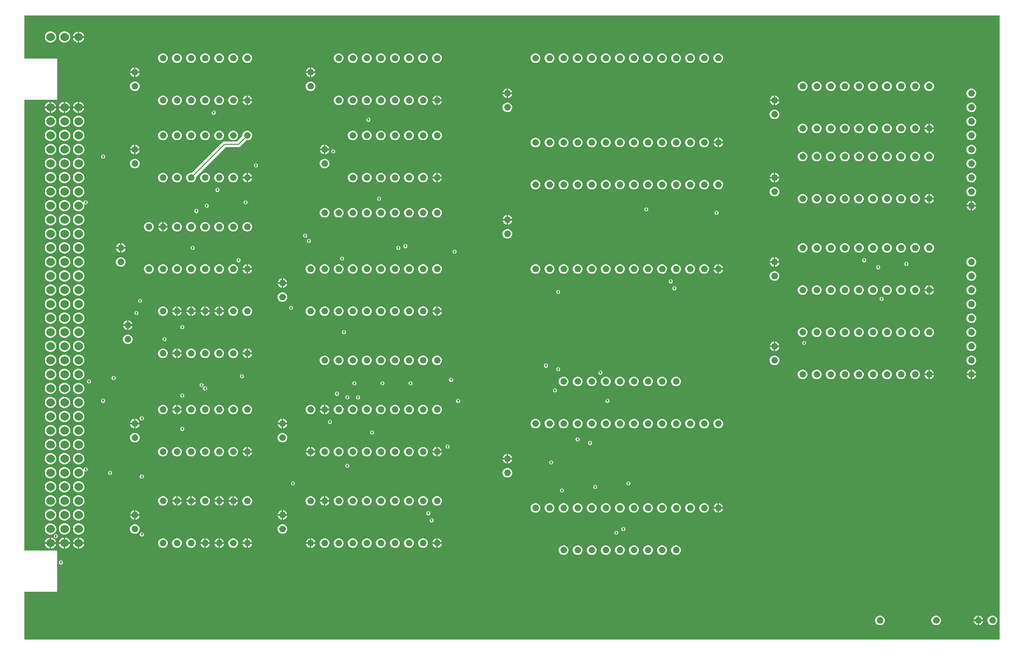
<source format=gbr>
G04 EAGLE Gerber RS-274X export*
G75*
%MOMM*%
%FSLAX34Y34*%
%LPD*%
%INCopper Layer 2*%
%IPPOS*%
%AMOC8*
5,1,8,0,0,1.08239X$1,22.5*%
G01*
%ADD10C,1.524000*%
%ADD11C,1.219200*%
%ADD12C,0.457200*%
%ADD13C,0.152400*%

G36*
X1765320Y3814D02*
X1765320Y3814D01*
X1765339Y3812D01*
X1765441Y3834D01*
X1765543Y3850D01*
X1765560Y3860D01*
X1765580Y3864D01*
X1765669Y3917D01*
X1765760Y3966D01*
X1765774Y3980D01*
X1765791Y3990D01*
X1765858Y4069D01*
X1765930Y4144D01*
X1765938Y4162D01*
X1765951Y4177D01*
X1765990Y4273D01*
X1766033Y4367D01*
X1766035Y4387D01*
X1766043Y4405D01*
X1766061Y4572D01*
X1766061Y1130300D01*
X1766058Y1130320D01*
X1766060Y1130339D01*
X1766038Y1130441D01*
X1766022Y1130543D01*
X1766012Y1130560D01*
X1766008Y1130580D01*
X1765955Y1130669D01*
X1765906Y1130760D01*
X1765892Y1130774D01*
X1765882Y1130791D01*
X1765803Y1130858D01*
X1765728Y1130930D01*
X1765710Y1130938D01*
X1765695Y1130951D01*
X1765599Y1130990D01*
X1765505Y1131033D01*
X1765485Y1131035D01*
X1765467Y1131043D01*
X1765300Y1131061D01*
X4572Y1131061D01*
X4552Y1131058D01*
X4533Y1131060D01*
X4431Y1131038D01*
X4329Y1131022D01*
X4312Y1131012D01*
X4292Y1131008D01*
X4203Y1130955D01*
X4112Y1130906D01*
X4098Y1130892D01*
X4081Y1130882D01*
X4014Y1130803D01*
X3942Y1130728D01*
X3934Y1130710D01*
X3921Y1130695D01*
X3882Y1130599D01*
X3839Y1130505D01*
X3837Y1130485D01*
X3829Y1130467D01*
X3811Y1130300D01*
X3811Y1054100D01*
X3814Y1054080D01*
X3812Y1054061D01*
X3834Y1053959D01*
X3850Y1053857D01*
X3860Y1053840D01*
X3864Y1053820D01*
X3917Y1053731D01*
X3966Y1053640D01*
X3980Y1053626D01*
X3990Y1053609D01*
X4069Y1053542D01*
X4144Y1053471D01*
X4162Y1053462D01*
X4177Y1053449D01*
X4273Y1053410D01*
X4367Y1053367D01*
X4387Y1053365D01*
X4405Y1053357D01*
X4572Y1053339D01*
X62739Y1053339D01*
X62739Y978661D01*
X4572Y978661D01*
X4552Y978658D01*
X4533Y978660D01*
X4431Y978638D01*
X4329Y978621D01*
X4312Y978612D01*
X4292Y978608D01*
X4203Y978555D01*
X4112Y978506D01*
X4098Y978492D01*
X4081Y978482D01*
X4014Y978403D01*
X3942Y978328D01*
X3934Y978310D01*
X3921Y978295D01*
X3882Y978199D01*
X3839Y978105D01*
X3837Y978085D01*
X3829Y978067D01*
X3811Y977900D01*
X3811Y165100D01*
X3814Y165080D01*
X3812Y165061D01*
X3834Y164959D01*
X3850Y164857D01*
X3860Y164840D01*
X3864Y164820D01*
X3917Y164731D01*
X3966Y164640D01*
X3980Y164626D01*
X3990Y164609D01*
X4069Y164542D01*
X4144Y164471D01*
X4162Y164462D01*
X4177Y164449D01*
X4273Y164410D01*
X4367Y164367D01*
X4387Y164365D01*
X4405Y164357D01*
X4572Y164339D01*
X62739Y164339D01*
X62739Y89661D01*
X4572Y89661D01*
X4552Y89658D01*
X4533Y89660D01*
X4431Y89638D01*
X4329Y89622D01*
X4312Y89612D01*
X4292Y89608D01*
X4203Y89555D01*
X4112Y89506D01*
X4098Y89492D01*
X4081Y89482D01*
X4014Y89403D01*
X3942Y89328D01*
X3934Y89310D01*
X3921Y89295D01*
X3882Y89199D01*
X3839Y89105D01*
X3837Y89085D01*
X3829Y89067D01*
X3811Y88900D01*
X3811Y4572D01*
X3814Y4552D01*
X3812Y4533D01*
X3834Y4431D01*
X3850Y4329D01*
X3860Y4312D01*
X3864Y4292D01*
X3917Y4203D01*
X3966Y4112D01*
X3980Y4098D01*
X3990Y4081D01*
X4069Y4014D01*
X4144Y3942D01*
X4162Y3934D01*
X4177Y3921D01*
X4273Y3882D01*
X4367Y3839D01*
X4387Y3837D01*
X4405Y3829D01*
X4572Y3811D01*
X1765300Y3811D01*
X1765320Y3814D01*
G37*
%LPC*%
G36*
X303082Y829563D02*
X303082Y829563D01*
X299908Y830878D01*
X297478Y833308D01*
X296163Y836482D01*
X296163Y839918D01*
X297478Y843092D01*
X299908Y845522D01*
X303082Y846837D01*
X305577Y846837D01*
X305667Y846851D01*
X305758Y846859D01*
X305788Y846871D01*
X305820Y846876D01*
X305900Y846919D01*
X305984Y846955D01*
X306016Y846981D01*
X306037Y846992D01*
X306059Y847015D01*
X306115Y847060D01*
X362103Y903048D01*
X364064Y903860D01*
X388000Y903860D01*
X388090Y903874D01*
X388181Y903882D01*
X388211Y903894D01*
X388243Y903899D01*
X388323Y903942D01*
X388407Y903978D01*
X388439Y904004D01*
X388460Y904015D01*
X388482Y904038D01*
X388538Y904083D01*
X397540Y913085D01*
X397593Y913159D01*
X397653Y913228D01*
X397665Y913258D01*
X397684Y913285D01*
X397711Y913371D01*
X397745Y913456D01*
X397749Y913497D01*
X397756Y913520D01*
X397755Y913552D01*
X397763Y913623D01*
X397763Y916118D01*
X399078Y919292D01*
X401508Y921722D01*
X404682Y923037D01*
X408118Y923037D01*
X411292Y921722D01*
X413722Y919292D01*
X415037Y916118D01*
X415037Y912682D01*
X413722Y909508D01*
X411292Y907078D01*
X408118Y905763D01*
X405623Y905763D01*
X405533Y905749D01*
X405442Y905741D01*
X405412Y905729D01*
X405380Y905724D01*
X405300Y905681D01*
X405216Y905645D01*
X405184Y905619D01*
X405163Y905608D01*
X405141Y905585D01*
X405085Y905540D01*
X393547Y894002D01*
X391586Y893190D01*
X367650Y893190D01*
X367560Y893176D01*
X367469Y893168D01*
X367439Y893156D01*
X367407Y893151D01*
X367327Y893108D01*
X367243Y893072D01*
X367211Y893046D01*
X367190Y893035D01*
X367168Y893012D01*
X367112Y892967D01*
X313660Y839515D01*
X313607Y839441D01*
X313547Y839372D01*
X313535Y839342D01*
X313516Y839315D01*
X313489Y839229D01*
X313455Y839144D01*
X313451Y839103D01*
X313444Y839080D01*
X313445Y839048D01*
X313437Y838977D01*
X313437Y836482D01*
X312122Y833308D01*
X309692Y830878D01*
X306518Y829563D01*
X303082Y829563D01*
G37*
%LPD*%
%LPC*%
G36*
X99579Y777239D02*
X99579Y777239D01*
X95844Y778786D01*
X92986Y781644D01*
X91439Y785379D01*
X91439Y789421D01*
X92986Y793156D01*
X95844Y796014D01*
X99579Y797561D01*
X103621Y797561D01*
X107356Y796014D01*
X109444Y793926D01*
X109502Y793884D01*
X109554Y793834D01*
X109601Y793813D01*
X109643Y793782D01*
X109712Y793761D01*
X109777Y793731D01*
X109829Y793725D01*
X109879Y793710D01*
X109950Y793712D01*
X110021Y793704D01*
X110072Y793715D01*
X110124Y793716D01*
X110192Y793741D01*
X110262Y793756D01*
X110307Y793783D01*
X110355Y793801D01*
X110411Y793845D01*
X110473Y793882D01*
X110507Y793922D01*
X110547Y793954D01*
X110586Y794015D01*
X110633Y794069D01*
X110652Y794117D01*
X110680Y794161D01*
X110698Y794231D01*
X110725Y794297D01*
X110733Y794369D01*
X110741Y794400D01*
X110739Y794423D01*
X110743Y794464D01*
X110743Y795223D01*
X112827Y797307D01*
X115773Y797307D01*
X117857Y795223D01*
X117857Y792277D01*
X115773Y790193D01*
X112522Y790193D01*
X112502Y790190D01*
X112483Y790192D01*
X112381Y790170D01*
X112279Y790154D01*
X112262Y790144D01*
X112242Y790140D01*
X112153Y790087D01*
X112062Y790038D01*
X112048Y790024D01*
X112031Y790014D01*
X111964Y789935D01*
X111892Y789860D01*
X111884Y789842D01*
X111871Y789827D01*
X111832Y789731D01*
X111789Y789637D01*
X111787Y789617D01*
X111779Y789599D01*
X111761Y789432D01*
X111761Y785379D01*
X110214Y781644D01*
X107356Y778786D01*
X103621Y777239D01*
X99579Y777239D01*
G37*
%LPD*%
%LPC*%
G36*
X99579Y294639D02*
X99579Y294639D01*
X95844Y296186D01*
X92986Y299044D01*
X91439Y302779D01*
X91439Y306821D01*
X92986Y310556D01*
X95844Y313414D01*
X99579Y314961D01*
X103621Y314961D01*
X107356Y313414D01*
X109444Y311326D01*
X109502Y311284D01*
X109554Y311234D01*
X109601Y311213D01*
X109643Y311182D01*
X109712Y311161D01*
X109777Y311131D01*
X109829Y311125D01*
X109879Y311110D01*
X109950Y311112D01*
X110021Y311104D01*
X110072Y311115D01*
X110124Y311116D01*
X110192Y311141D01*
X110262Y311156D01*
X110307Y311183D01*
X110355Y311201D01*
X110411Y311245D01*
X110473Y311282D01*
X110507Y311322D01*
X110547Y311354D01*
X110586Y311415D01*
X110633Y311469D01*
X110652Y311517D01*
X110680Y311561D01*
X110698Y311631D01*
X110725Y311697D01*
X110733Y311769D01*
X110741Y311800D01*
X110739Y311823D01*
X110743Y311864D01*
X110743Y312623D01*
X112827Y314707D01*
X115773Y314707D01*
X117857Y312623D01*
X117857Y309677D01*
X115773Y307593D01*
X112522Y307593D01*
X112502Y307590D01*
X112483Y307592D01*
X112381Y307570D01*
X112279Y307554D01*
X112262Y307544D01*
X112242Y307540D01*
X112153Y307487D01*
X112062Y307438D01*
X112048Y307424D01*
X112031Y307414D01*
X111964Y307335D01*
X111892Y307260D01*
X111884Y307242D01*
X111871Y307227D01*
X111832Y307131D01*
X111789Y307037D01*
X111787Y307017D01*
X111779Y306999D01*
X111761Y306832D01*
X111761Y302779D01*
X110214Y299044D01*
X107356Y296186D01*
X103621Y294639D01*
X99579Y294639D01*
G37*
%LPD*%
%LPC*%
G36*
X74179Y193039D02*
X74179Y193039D01*
X70444Y194586D01*
X67586Y197444D01*
X66039Y201179D01*
X66039Y205221D01*
X67586Y208956D01*
X70444Y211814D01*
X74179Y213361D01*
X78221Y213361D01*
X81956Y211814D01*
X84814Y208956D01*
X86361Y205221D01*
X86361Y201179D01*
X84814Y197444D01*
X81956Y194586D01*
X78221Y193039D01*
X74179Y193039D01*
G37*
%LPD*%
%LPC*%
G36*
X99579Y193039D02*
X99579Y193039D01*
X95844Y194586D01*
X92986Y197444D01*
X91439Y201179D01*
X91439Y205221D01*
X92986Y208956D01*
X95844Y211814D01*
X99579Y213361D01*
X103621Y213361D01*
X107356Y211814D01*
X110214Y208956D01*
X111761Y205221D01*
X111761Y201179D01*
X110214Y197444D01*
X107356Y194586D01*
X103621Y193039D01*
X99579Y193039D01*
G37*
%LPD*%
%LPC*%
G36*
X48779Y218439D02*
X48779Y218439D01*
X45044Y219986D01*
X42186Y222844D01*
X40639Y226579D01*
X40639Y230621D01*
X42186Y234356D01*
X45044Y237214D01*
X48779Y238761D01*
X52821Y238761D01*
X56556Y237214D01*
X59414Y234356D01*
X60961Y230621D01*
X60961Y226579D01*
X59414Y222844D01*
X56556Y219986D01*
X52821Y218439D01*
X48779Y218439D01*
G37*
%LPD*%
%LPC*%
G36*
X74179Y218439D02*
X74179Y218439D01*
X70444Y219986D01*
X67586Y222844D01*
X66039Y226579D01*
X66039Y230621D01*
X67586Y234356D01*
X70444Y237214D01*
X74179Y238761D01*
X78221Y238761D01*
X81956Y237214D01*
X84814Y234356D01*
X86361Y230621D01*
X86361Y226579D01*
X84814Y222844D01*
X81956Y219986D01*
X78221Y218439D01*
X74179Y218439D01*
G37*
%LPD*%
%LPC*%
G36*
X99579Y218439D02*
X99579Y218439D01*
X95844Y219986D01*
X92986Y222844D01*
X91439Y226579D01*
X91439Y230621D01*
X92986Y234356D01*
X95844Y237214D01*
X99579Y238761D01*
X103621Y238761D01*
X107356Y237214D01*
X110214Y234356D01*
X111761Y230621D01*
X111761Y226579D01*
X110214Y222844D01*
X107356Y219986D01*
X103621Y218439D01*
X99579Y218439D01*
G37*
%LPD*%
%LPC*%
G36*
X48779Y243839D02*
X48779Y243839D01*
X45044Y245386D01*
X42186Y248244D01*
X40639Y251979D01*
X40639Y256021D01*
X42186Y259756D01*
X45044Y262614D01*
X48779Y264161D01*
X52821Y264161D01*
X56556Y262614D01*
X59414Y259756D01*
X60961Y256021D01*
X60961Y251979D01*
X59414Y248244D01*
X56556Y245386D01*
X52821Y243839D01*
X48779Y243839D01*
G37*
%LPD*%
%LPC*%
G36*
X74179Y243839D02*
X74179Y243839D01*
X70444Y245386D01*
X67586Y248244D01*
X66039Y251979D01*
X66039Y256021D01*
X67586Y259756D01*
X70444Y262614D01*
X74179Y264161D01*
X78221Y264161D01*
X81956Y262614D01*
X84814Y259756D01*
X86361Y256021D01*
X86361Y251979D01*
X84814Y248244D01*
X81956Y245386D01*
X78221Y243839D01*
X74179Y243839D01*
G37*
%LPD*%
%LPC*%
G36*
X99579Y243839D02*
X99579Y243839D01*
X95844Y245386D01*
X92986Y248244D01*
X91439Y251979D01*
X91439Y256021D01*
X92986Y259756D01*
X95844Y262614D01*
X99579Y264161D01*
X103621Y264161D01*
X107356Y262614D01*
X110214Y259756D01*
X111761Y256021D01*
X111761Y251979D01*
X110214Y248244D01*
X107356Y245386D01*
X103621Y243839D01*
X99579Y243839D01*
G37*
%LPD*%
%LPC*%
G36*
X99579Y269239D02*
X99579Y269239D01*
X95844Y270786D01*
X92986Y273644D01*
X91439Y277379D01*
X91439Y281421D01*
X92986Y285156D01*
X95844Y288014D01*
X99579Y289561D01*
X103621Y289561D01*
X107356Y288014D01*
X110214Y285156D01*
X111761Y281421D01*
X111761Y277379D01*
X110214Y273644D01*
X107356Y270786D01*
X103621Y269239D01*
X99579Y269239D01*
G37*
%LPD*%
%LPC*%
G36*
X48779Y269239D02*
X48779Y269239D01*
X45044Y270786D01*
X42186Y273644D01*
X40639Y277379D01*
X40639Y281421D01*
X42186Y285156D01*
X45044Y288014D01*
X48779Y289561D01*
X52821Y289561D01*
X56556Y288014D01*
X59414Y285156D01*
X60961Y281421D01*
X60961Y277379D01*
X59414Y273644D01*
X56556Y270786D01*
X52821Y269239D01*
X48779Y269239D01*
G37*
%LPD*%
%LPC*%
G36*
X74179Y269239D02*
X74179Y269239D01*
X70444Y270786D01*
X67586Y273644D01*
X66039Y277379D01*
X66039Y281421D01*
X67586Y285156D01*
X70444Y288014D01*
X74179Y289561D01*
X78221Y289561D01*
X81956Y288014D01*
X84814Y285156D01*
X86361Y281421D01*
X86361Y277379D01*
X84814Y273644D01*
X81956Y270786D01*
X78221Y269239D01*
X74179Y269239D01*
G37*
%LPD*%
%LPC*%
G36*
X48779Y294639D02*
X48779Y294639D01*
X45044Y296186D01*
X42186Y299044D01*
X40639Y302779D01*
X40639Y306821D01*
X42186Y310556D01*
X45044Y313414D01*
X48779Y314961D01*
X52821Y314961D01*
X56556Y313414D01*
X59414Y310556D01*
X60961Y306821D01*
X60961Y302779D01*
X59414Y299044D01*
X56556Y296186D01*
X52821Y294639D01*
X48779Y294639D01*
G37*
%LPD*%
%LPC*%
G36*
X74179Y294639D02*
X74179Y294639D01*
X70444Y296186D01*
X67586Y299044D01*
X66039Y302779D01*
X66039Y306821D01*
X67586Y310556D01*
X70444Y313414D01*
X74179Y314961D01*
X78221Y314961D01*
X81956Y313414D01*
X84814Y310556D01*
X86361Y306821D01*
X86361Y302779D01*
X84814Y299044D01*
X81956Y296186D01*
X78221Y294639D01*
X74179Y294639D01*
G37*
%LPD*%
%LPC*%
G36*
X48779Y193039D02*
X48779Y193039D01*
X45044Y194586D01*
X42186Y197444D01*
X40639Y201179D01*
X40639Y205221D01*
X42186Y208956D01*
X45044Y211814D01*
X48779Y213361D01*
X52821Y213361D01*
X56556Y211814D01*
X59414Y208956D01*
X60961Y205221D01*
X60961Y201179D01*
X59414Y197444D01*
X56556Y194586D01*
X52821Y193039D01*
X48779Y193039D01*
G37*
%LPD*%
%LPC*%
G36*
X99579Y320039D02*
X99579Y320039D01*
X95844Y321586D01*
X92986Y324444D01*
X91439Y328179D01*
X91439Y332221D01*
X92986Y335956D01*
X95844Y338814D01*
X99579Y340361D01*
X103621Y340361D01*
X107356Y338814D01*
X110214Y335956D01*
X111761Y332221D01*
X111761Y328179D01*
X110214Y324444D01*
X107356Y321586D01*
X103621Y320039D01*
X99579Y320039D01*
G37*
%LPD*%
%LPC*%
G36*
X48779Y320039D02*
X48779Y320039D01*
X45044Y321586D01*
X42186Y324444D01*
X40639Y328179D01*
X40639Y332221D01*
X42186Y335956D01*
X45044Y338814D01*
X48779Y340361D01*
X52821Y340361D01*
X56556Y338814D01*
X59414Y335956D01*
X60961Y332221D01*
X60961Y328179D01*
X59414Y324444D01*
X56556Y321586D01*
X52821Y320039D01*
X48779Y320039D01*
G37*
%LPD*%
%LPC*%
G36*
X74179Y320039D02*
X74179Y320039D01*
X70444Y321586D01*
X67586Y324444D01*
X66039Y328179D01*
X66039Y332221D01*
X67586Y335956D01*
X70444Y338814D01*
X74179Y340361D01*
X78221Y340361D01*
X81956Y338814D01*
X84814Y335956D01*
X86361Y332221D01*
X86361Y328179D01*
X84814Y324444D01*
X81956Y321586D01*
X78221Y320039D01*
X74179Y320039D01*
G37*
%LPD*%
%LPC*%
G36*
X48779Y345439D02*
X48779Y345439D01*
X45044Y346986D01*
X42186Y349844D01*
X40639Y353579D01*
X40639Y357621D01*
X42186Y361356D01*
X45044Y364214D01*
X48779Y365761D01*
X52821Y365761D01*
X56556Y364214D01*
X59414Y361356D01*
X60961Y357621D01*
X60961Y353579D01*
X59414Y349844D01*
X56556Y346986D01*
X52821Y345439D01*
X48779Y345439D01*
G37*
%LPD*%
%LPC*%
G36*
X74179Y345439D02*
X74179Y345439D01*
X70444Y346986D01*
X67586Y349844D01*
X66039Y353579D01*
X66039Y357621D01*
X67586Y361356D01*
X70444Y364214D01*
X74179Y365761D01*
X78221Y365761D01*
X81956Y364214D01*
X84814Y361356D01*
X86361Y357621D01*
X86361Y353579D01*
X84814Y349844D01*
X81956Y346986D01*
X78221Y345439D01*
X74179Y345439D01*
G37*
%LPD*%
%LPC*%
G36*
X99579Y345439D02*
X99579Y345439D01*
X95844Y346986D01*
X92986Y349844D01*
X91439Y353579D01*
X91439Y357621D01*
X92986Y361356D01*
X95844Y364214D01*
X99579Y365761D01*
X103621Y365761D01*
X107356Y364214D01*
X110214Y361356D01*
X111761Y357621D01*
X111761Y353579D01*
X110214Y349844D01*
X107356Y346986D01*
X103621Y345439D01*
X99579Y345439D01*
G37*
%LPD*%
%LPC*%
G36*
X48779Y370839D02*
X48779Y370839D01*
X45044Y372386D01*
X42186Y375244D01*
X40639Y378979D01*
X40639Y383021D01*
X42186Y386756D01*
X45044Y389614D01*
X48779Y391161D01*
X52821Y391161D01*
X56556Y389614D01*
X59414Y386756D01*
X60961Y383021D01*
X60961Y378979D01*
X59414Y375244D01*
X56556Y372386D01*
X52821Y370839D01*
X48779Y370839D01*
G37*
%LPD*%
%LPC*%
G36*
X74179Y370839D02*
X74179Y370839D01*
X70444Y372386D01*
X67586Y375244D01*
X66039Y378979D01*
X66039Y383021D01*
X67586Y386756D01*
X70444Y389614D01*
X74179Y391161D01*
X78221Y391161D01*
X81956Y389614D01*
X84814Y386756D01*
X86361Y383021D01*
X86361Y378979D01*
X84814Y375244D01*
X81956Y372386D01*
X78221Y370839D01*
X74179Y370839D01*
G37*
%LPD*%
%LPC*%
G36*
X99579Y370839D02*
X99579Y370839D01*
X95844Y372386D01*
X92986Y375244D01*
X91439Y378979D01*
X91439Y383021D01*
X92986Y386756D01*
X95844Y389614D01*
X99579Y391161D01*
X103621Y391161D01*
X107356Y389614D01*
X110214Y386756D01*
X111761Y383021D01*
X111761Y378979D01*
X110214Y375244D01*
X107356Y372386D01*
X103621Y370839D01*
X99579Y370839D01*
G37*
%LPD*%
%LPC*%
G36*
X48779Y396239D02*
X48779Y396239D01*
X45044Y397786D01*
X42186Y400644D01*
X40639Y404379D01*
X40639Y408421D01*
X42186Y412156D01*
X45044Y415014D01*
X48779Y416561D01*
X52821Y416561D01*
X56556Y415014D01*
X59414Y412156D01*
X60961Y408421D01*
X60961Y404379D01*
X59414Y400644D01*
X56556Y397786D01*
X52821Y396239D01*
X48779Y396239D01*
G37*
%LPD*%
%LPC*%
G36*
X74179Y396239D02*
X74179Y396239D01*
X70444Y397786D01*
X67586Y400644D01*
X66039Y404379D01*
X66039Y408421D01*
X67586Y412156D01*
X70444Y415014D01*
X74179Y416561D01*
X78221Y416561D01*
X81956Y415014D01*
X84814Y412156D01*
X86361Y408421D01*
X86361Y404379D01*
X84814Y400644D01*
X81956Y397786D01*
X78221Y396239D01*
X74179Y396239D01*
G37*
%LPD*%
%LPC*%
G36*
X99579Y396239D02*
X99579Y396239D01*
X95844Y397786D01*
X92986Y400644D01*
X91439Y404379D01*
X91439Y408421D01*
X92986Y412156D01*
X95844Y415014D01*
X99579Y416561D01*
X103621Y416561D01*
X107356Y415014D01*
X110214Y412156D01*
X111761Y408421D01*
X111761Y404379D01*
X110214Y400644D01*
X107356Y397786D01*
X103621Y396239D01*
X99579Y396239D01*
G37*
%LPD*%
%LPC*%
G36*
X48779Y421639D02*
X48779Y421639D01*
X45044Y423186D01*
X42186Y426044D01*
X40639Y429779D01*
X40639Y433821D01*
X42186Y437556D01*
X45044Y440414D01*
X48779Y441961D01*
X52821Y441961D01*
X56556Y440414D01*
X59414Y437556D01*
X60961Y433821D01*
X60961Y429779D01*
X59414Y426044D01*
X56556Y423186D01*
X52821Y421639D01*
X48779Y421639D01*
G37*
%LPD*%
%LPC*%
G36*
X74179Y421639D02*
X74179Y421639D01*
X70444Y423186D01*
X67586Y426044D01*
X66039Y429779D01*
X66039Y433821D01*
X67586Y437556D01*
X70444Y440414D01*
X74179Y441961D01*
X78221Y441961D01*
X81956Y440414D01*
X84814Y437556D01*
X86361Y433821D01*
X86361Y429779D01*
X84814Y426044D01*
X81956Y423186D01*
X78221Y421639D01*
X74179Y421639D01*
G37*
%LPD*%
%LPC*%
G36*
X99579Y421639D02*
X99579Y421639D01*
X95844Y423186D01*
X92986Y426044D01*
X91439Y429779D01*
X91439Y433821D01*
X92986Y437556D01*
X95844Y440414D01*
X99579Y441961D01*
X103621Y441961D01*
X107356Y440414D01*
X110214Y437556D01*
X111761Y433821D01*
X111761Y429779D01*
X110214Y426044D01*
X107356Y423186D01*
X103621Y421639D01*
X99579Y421639D01*
G37*
%LPD*%
%LPC*%
G36*
X48779Y447039D02*
X48779Y447039D01*
X45044Y448586D01*
X42186Y451444D01*
X40639Y455179D01*
X40639Y459221D01*
X42186Y462956D01*
X45044Y465814D01*
X48779Y467361D01*
X52821Y467361D01*
X56556Y465814D01*
X59414Y462956D01*
X60961Y459221D01*
X60961Y455179D01*
X59414Y451444D01*
X56556Y448586D01*
X52821Y447039D01*
X48779Y447039D01*
G37*
%LPD*%
%LPC*%
G36*
X74179Y447039D02*
X74179Y447039D01*
X70444Y448586D01*
X67586Y451444D01*
X66039Y455179D01*
X66039Y459221D01*
X67586Y462956D01*
X70444Y465814D01*
X74179Y467361D01*
X78221Y467361D01*
X81956Y465814D01*
X84814Y462956D01*
X86361Y459221D01*
X86361Y455179D01*
X84814Y451444D01*
X81956Y448586D01*
X78221Y447039D01*
X74179Y447039D01*
G37*
%LPD*%
%LPC*%
G36*
X99579Y447039D02*
X99579Y447039D01*
X95844Y448586D01*
X92986Y451444D01*
X91439Y455179D01*
X91439Y459221D01*
X92986Y462956D01*
X95844Y465814D01*
X99579Y467361D01*
X103621Y467361D01*
X107356Y465814D01*
X110214Y462956D01*
X111761Y459221D01*
X111761Y455179D01*
X110214Y451444D01*
X107356Y448586D01*
X103621Y447039D01*
X99579Y447039D01*
G37*
%LPD*%
%LPC*%
G36*
X48779Y472439D02*
X48779Y472439D01*
X45044Y473986D01*
X42186Y476844D01*
X40639Y480579D01*
X40639Y484621D01*
X42186Y488356D01*
X45044Y491214D01*
X48779Y492761D01*
X52821Y492761D01*
X56556Y491214D01*
X59414Y488356D01*
X60961Y484621D01*
X60961Y480579D01*
X59414Y476844D01*
X56556Y473986D01*
X52821Y472439D01*
X48779Y472439D01*
G37*
%LPD*%
%LPC*%
G36*
X74179Y472439D02*
X74179Y472439D01*
X70444Y473986D01*
X67586Y476844D01*
X66039Y480579D01*
X66039Y484621D01*
X67586Y488356D01*
X70444Y491214D01*
X74179Y492761D01*
X78221Y492761D01*
X81956Y491214D01*
X84814Y488356D01*
X86361Y484621D01*
X86361Y480579D01*
X84814Y476844D01*
X81956Y473986D01*
X78221Y472439D01*
X74179Y472439D01*
G37*
%LPD*%
%LPC*%
G36*
X99579Y472439D02*
X99579Y472439D01*
X95844Y473986D01*
X92986Y476844D01*
X91439Y480579D01*
X91439Y484621D01*
X92986Y488356D01*
X95844Y491214D01*
X99579Y492761D01*
X103621Y492761D01*
X107356Y491214D01*
X110214Y488356D01*
X111761Y484621D01*
X111761Y480579D01*
X110214Y476844D01*
X107356Y473986D01*
X103621Y472439D01*
X99579Y472439D01*
G37*
%LPD*%
%LPC*%
G36*
X48779Y497839D02*
X48779Y497839D01*
X45044Y499386D01*
X42186Y502244D01*
X40639Y505979D01*
X40639Y510021D01*
X42186Y513756D01*
X45044Y516614D01*
X48779Y518161D01*
X52821Y518161D01*
X56556Y516614D01*
X59414Y513756D01*
X60961Y510021D01*
X60961Y505979D01*
X59414Y502244D01*
X56556Y499386D01*
X52821Y497839D01*
X48779Y497839D01*
G37*
%LPD*%
%LPC*%
G36*
X74179Y497839D02*
X74179Y497839D01*
X70444Y499386D01*
X67586Y502244D01*
X66039Y505979D01*
X66039Y510021D01*
X67586Y513756D01*
X70444Y516614D01*
X74179Y518161D01*
X78221Y518161D01*
X81956Y516614D01*
X84814Y513756D01*
X86361Y510021D01*
X86361Y505979D01*
X84814Y502244D01*
X81956Y499386D01*
X78221Y497839D01*
X74179Y497839D01*
G37*
%LPD*%
%LPC*%
G36*
X99579Y497839D02*
X99579Y497839D01*
X95844Y499386D01*
X92986Y502244D01*
X91439Y505979D01*
X91439Y510021D01*
X92986Y513756D01*
X95844Y516614D01*
X99579Y518161D01*
X103621Y518161D01*
X107356Y516614D01*
X110214Y513756D01*
X111761Y510021D01*
X111761Y505979D01*
X110214Y502244D01*
X107356Y499386D01*
X103621Y497839D01*
X99579Y497839D01*
G37*
%LPD*%
%LPC*%
G36*
X99579Y523239D02*
X99579Y523239D01*
X95844Y524786D01*
X92986Y527644D01*
X91439Y531379D01*
X91439Y535421D01*
X92986Y539156D01*
X95844Y542014D01*
X99579Y543561D01*
X103621Y543561D01*
X107356Y542014D01*
X110214Y539156D01*
X111761Y535421D01*
X111761Y531379D01*
X110214Y527644D01*
X107356Y524786D01*
X103621Y523239D01*
X99579Y523239D01*
G37*
%LPD*%
%LPC*%
G36*
X48779Y523239D02*
X48779Y523239D01*
X45044Y524786D01*
X42186Y527644D01*
X40639Y531379D01*
X40639Y535421D01*
X42186Y539156D01*
X45044Y542014D01*
X48779Y543561D01*
X52821Y543561D01*
X56556Y542014D01*
X59414Y539156D01*
X60961Y535421D01*
X60961Y531379D01*
X59414Y527644D01*
X56556Y524786D01*
X52821Y523239D01*
X48779Y523239D01*
G37*
%LPD*%
%LPC*%
G36*
X74179Y523239D02*
X74179Y523239D01*
X70444Y524786D01*
X67586Y527644D01*
X66039Y531379D01*
X66039Y535421D01*
X67586Y539156D01*
X70444Y542014D01*
X74179Y543561D01*
X78221Y543561D01*
X81956Y542014D01*
X84814Y539156D01*
X86361Y535421D01*
X86361Y531379D01*
X84814Y527644D01*
X81956Y524786D01*
X78221Y523239D01*
X74179Y523239D01*
G37*
%LPD*%
%LPC*%
G36*
X99579Y548639D02*
X99579Y548639D01*
X95844Y550186D01*
X92986Y553044D01*
X91439Y556779D01*
X91439Y560821D01*
X92986Y564556D01*
X95844Y567414D01*
X99579Y568961D01*
X103621Y568961D01*
X107356Y567414D01*
X110214Y564556D01*
X111761Y560821D01*
X111761Y556779D01*
X110214Y553044D01*
X107356Y550186D01*
X103621Y548639D01*
X99579Y548639D01*
G37*
%LPD*%
%LPC*%
G36*
X48779Y548639D02*
X48779Y548639D01*
X45044Y550186D01*
X42186Y553044D01*
X40639Y556779D01*
X40639Y560821D01*
X42186Y564556D01*
X45044Y567414D01*
X48779Y568961D01*
X52821Y568961D01*
X56556Y567414D01*
X59414Y564556D01*
X60961Y560821D01*
X60961Y556779D01*
X59414Y553044D01*
X56556Y550186D01*
X52821Y548639D01*
X48779Y548639D01*
G37*
%LPD*%
%LPC*%
G36*
X74179Y548639D02*
X74179Y548639D01*
X70444Y550186D01*
X67586Y553044D01*
X66039Y556779D01*
X66039Y560821D01*
X67586Y564556D01*
X70444Y567414D01*
X74179Y568961D01*
X78221Y568961D01*
X81956Y567414D01*
X84814Y564556D01*
X86361Y560821D01*
X86361Y556779D01*
X84814Y553044D01*
X81956Y550186D01*
X78221Y548639D01*
X74179Y548639D01*
G37*
%LPD*%
%LPC*%
G36*
X48779Y574039D02*
X48779Y574039D01*
X45044Y575586D01*
X42186Y578444D01*
X40639Y582179D01*
X40639Y586221D01*
X42186Y589956D01*
X45044Y592814D01*
X48779Y594361D01*
X52821Y594361D01*
X56556Y592814D01*
X59414Y589956D01*
X60961Y586221D01*
X60961Y582179D01*
X59414Y578444D01*
X56556Y575586D01*
X52821Y574039D01*
X48779Y574039D01*
G37*
%LPD*%
%LPC*%
G36*
X74179Y574039D02*
X74179Y574039D01*
X70444Y575586D01*
X67586Y578444D01*
X66039Y582179D01*
X66039Y586221D01*
X67586Y589956D01*
X70444Y592814D01*
X74179Y594361D01*
X78221Y594361D01*
X81956Y592814D01*
X84814Y589956D01*
X86361Y586221D01*
X86361Y582179D01*
X84814Y578444D01*
X81956Y575586D01*
X78221Y574039D01*
X74179Y574039D01*
G37*
%LPD*%
%LPC*%
G36*
X99579Y574039D02*
X99579Y574039D01*
X95844Y575586D01*
X92986Y578444D01*
X91439Y582179D01*
X91439Y586221D01*
X92986Y589956D01*
X95844Y592814D01*
X99579Y594361D01*
X103621Y594361D01*
X107356Y592814D01*
X110214Y589956D01*
X111761Y586221D01*
X111761Y582179D01*
X110214Y578444D01*
X107356Y575586D01*
X103621Y574039D01*
X99579Y574039D01*
G37*
%LPD*%
%LPC*%
G36*
X99579Y599439D02*
X99579Y599439D01*
X95844Y600986D01*
X92986Y603844D01*
X91439Y607579D01*
X91439Y611621D01*
X92986Y615356D01*
X95844Y618214D01*
X99579Y619761D01*
X103621Y619761D01*
X107356Y618214D01*
X110214Y615356D01*
X111761Y611621D01*
X111761Y607579D01*
X110214Y603844D01*
X107356Y600986D01*
X103621Y599439D01*
X99579Y599439D01*
G37*
%LPD*%
%LPC*%
G36*
X48779Y599439D02*
X48779Y599439D01*
X45044Y600986D01*
X42186Y603844D01*
X40639Y607579D01*
X40639Y611621D01*
X42186Y615356D01*
X45044Y618214D01*
X48779Y619761D01*
X52821Y619761D01*
X56556Y618214D01*
X59414Y615356D01*
X60961Y611621D01*
X60961Y607579D01*
X59414Y603844D01*
X56556Y600986D01*
X52821Y599439D01*
X48779Y599439D01*
G37*
%LPD*%
%LPC*%
G36*
X74179Y599439D02*
X74179Y599439D01*
X70444Y600986D01*
X67586Y603844D01*
X66039Y607579D01*
X66039Y611621D01*
X67586Y615356D01*
X70444Y618214D01*
X74179Y619761D01*
X78221Y619761D01*
X81956Y618214D01*
X84814Y615356D01*
X86361Y611621D01*
X86361Y607579D01*
X84814Y603844D01*
X81956Y600986D01*
X78221Y599439D01*
X74179Y599439D01*
G37*
%LPD*%
%LPC*%
G36*
X48779Y624839D02*
X48779Y624839D01*
X45044Y626386D01*
X42186Y629244D01*
X40639Y632979D01*
X40639Y637021D01*
X42186Y640756D01*
X45044Y643614D01*
X48779Y645161D01*
X52821Y645161D01*
X56556Y643614D01*
X59414Y640756D01*
X60961Y637021D01*
X60961Y632979D01*
X59414Y629244D01*
X56556Y626386D01*
X52821Y624839D01*
X48779Y624839D01*
G37*
%LPD*%
%LPC*%
G36*
X74179Y624839D02*
X74179Y624839D01*
X70444Y626386D01*
X67586Y629244D01*
X66039Y632979D01*
X66039Y637021D01*
X67586Y640756D01*
X70444Y643614D01*
X74179Y645161D01*
X78221Y645161D01*
X81956Y643614D01*
X84814Y640756D01*
X86361Y637021D01*
X86361Y632979D01*
X84814Y629244D01*
X81956Y626386D01*
X78221Y624839D01*
X74179Y624839D01*
G37*
%LPD*%
%LPC*%
G36*
X99579Y624839D02*
X99579Y624839D01*
X95844Y626386D01*
X92986Y629244D01*
X91439Y632979D01*
X91439Y637021D01*
X92986Y640756D01*
X95844Y643614D01*
X99579Y645161D01*
X103621Y645161D01*
X107356Y643614D01*
X110214Y640756D01*
X111761Y637021D01*
X111761Y632979D01*
X110214Y629244D01*
X107356Y626386D01*
X103621Y624839D01*
X99579Y624839D01*
G37*
%LPD*%
%LPC*%
G36*
X48779Y650239D02*
X48779Y650239D01*
X45044Y651786D01*
X42186Y654644D01*
X40639Y658379D01*
X40639Y662421D01*
X42186Y666156D01*
X45044Y669014D01*
X48779Y670561D01*
X52821Y670561D01*
X56556Y669014D01*
X59414Y666156D01*
X60961Y662421D01*
X60961Y658379D01*
X59414Y654644D01*
X56556Y651786D01*
X52821Y650239D01*
X48779Y650239D01*
G37*
%LPD*%
%LPC*%
G36*
X74179Y650239D02*
X74179Y650239D01*
X70444Y651786D01*
X67586Y654644D01*
X66039Y658379D01*
X66039Y662421D01*
X67586Y666156D01*
X70444Y669014D01*
X74179Y670561D01*
X78221Y670561D01*
X81956Y669014D01*
X84814Y666156D01*
X86361Y662421D01*
X86361Y658379D01*
X84814Y654644D01*
X81956Y651786D01*
X78221Y650239D01*
X74179Y650239D01*
G37*
%LPD*%
%LPC*%
G36*
X99579Y650239D02*
X99579Y650239D01*
X95844Y651786D01*
X92986Y654644D01*
X91439Y658379D01*
X91439Y662421D01*
X92986Y666156D01*
X95844Y669014D01*
X99579Y670561D01*
X103621Y670561D01*
X107356Y669014D01*
X110214Y666156D01*
X111761Y662421D01*
X111761Y658379D01*
X110214Y654644D01*
X107356Y651786D01*
X103621Y650239D01*
X99579Y650239D01*
G37*
%LPD*%
%LPC*%
G36*
X48779Y675639D02*
X48779Y675639D01*
X45044Y677186D01*
X42186Y680044D01*
X40639Y683779D01*
X40639Y687821D01*
X42186Y691556D01*
X45044Y694414D01*
X48779Y695961D01*
X52821Y695961D01*
X56556Y694414D01*
X59414Y691556D01*
X60961Y687821D01*
X60961Y683779D01*
X59414Y680044D01*
X56556Y677186D01*
X52821Y675639D01*
X48779Y675639D01*
G37*
%LPD*%
%LPC*%
G36*
X74179Y675639D02*
X74179Y675639D01*
X70444Y677186D01*
X67586Y680044D01*
X66039Y683779D01*
X66039Y687821D01*
X67586Y691556D01*
X70444Y694414D01*
X74179Y695961D01*
X78221Y695961D01*
X81956Y694414D01*
X84814Y691556D01*
X86361Y687821D01*
X86361Y683779D01*
X84814Y680044D01*
X81956Y677186D01*
X78221Y675639D01*
X74179Y675639D01*
G37*
%LPD*%
%LPC*%
G36*
X99579Y675639D02*
X99579Y675639D01*
X95844Y677186D01*
X92986Y680044D01*
X91439Y683779D01*
X91439Y687821D01*
X92986Y691556D01*
X95844Y694414D01*
X99579Y695961D01*
X103621Y695961D01*
X107356Y694414D01*
X110214Y691556D01*
X111761Y687821D01*
X111761Y683779D01*
X110214Y680044D01*
X107356Y677186D01*
X103621Y675639D01*
X99579Y675639D01*
G37*
%LPD*%
%LPC*%
G36*
X48779Y701039D02*
X48779Y701039D01*
X45044Y702586D01*
X42186Y705444D01*
X40639Y709179D01*
X40639Y713221D01*
X42186Y716956D01*
X45044Y719814D01*
X48779Y721361D01*
X52821Y721361D01*
X56556Y719814D01*
X59414Y716956D01*
X60961Y713221D01*
X60961Y709179D01*
X59414Y705444D01*
X56556Y702586D01*
X52821Y701039D01*
X48779Y701039D01*
G37*
%LPD*%
%LPC*%
G36*
X74179Y701039D02*
X74179Y701039D01*
X70444Y702586D01*
X67586Y705444D01*
X66039Y709179D01*
X66039Y713221D01*
X67586Y716956D01*
X70444Y719814D01*
X74179Y721361D01*
X78221Y721361D01*
X81956Y719814D01*
X84814Y716956D01*
X86361Y713221D01*
X86361Y709179D01*
X84814Y705444D01*
X81956Y702586D01*
X78221Y701039D01*
X74179Y701039D01*
G37*
%LPD*%
%LPC*%
G36*
X99579Y701039D02*
X99579Y701039D01*
X95844Y702586D01*
X92986Y705444D01*
X91439Y709179D01*
X91439Y713221D01*
X92986Y716956D01*
X95844Y719814D01*
X99579Y721361D01*
X103621Y721361D01*
X107356Y719814D01*
X110214Y716956D01*
X111761Y713221D01*
X111761Y709179D01*
X110214Y705444D01*
X107356Y702586D01*
X103621Y701039D01*
X99579Y701039D01*
G37*
%LPD*%
%LPC*%
G36*
X48779Y726439D02*
X48779Y726439D01*
X45044Y727986D01*
X42186Y730844D01*
X40639Y734579D01*
X40639Y738621D01*
X42186Y742356D01*
X45044Y745214D01*
X48779Y746761D01*
X52821Y746761D01*
X56556Y745214D01*
X59414Y742356D01*
X60961Y738621D01*
X60961Y734579D01*
X59414Y730844D01*
X56556Y727986D01*
X52821Y726439D01*
X48779Y726439D01*
G37*
%LPD*%
%LPC*%
G36*
X74179Y726439D02*
X74179Y726439D01*
X70444Y727986D01*
X67586Y730844D01*
X66039Y734579D01*
X66039Y738621D01*
X67586Y742356D01*
X70444Y745214D01*
X74179Y746761D01*
X78221Y746761D01*
X81956Y745214D01*
X84814Y742356D01*
X86361Y738621D01*
X86361Y734579D01*
X84814Y730844D01*
X81956Y727986D01*
X78221Y726439D01*
X74179Y726439D01*
G37*
%LPD*%
%LPC*%
G36*
X99579Y726439D02*
X99579Y726439D01*
X95844Y727986D01*
X92986Y730844D01*
X91439Y734579D01*
X91439Y738621D01*
X92986Y742356D01*
X95844Y745214D01*
X99579Y746761D01*
X103621Y746761D01*
X107356Y745214D01*
X110214Y742356D01*
X111761Y738621D01*
X111761Y734579D01*
X110214Y730844D01*
X107356Y727986D01*
X103621Y726439D01*
X99579Y726439D01*
G37*
%LPD*%
%LPC*%
G36*
X48779Y751839D02*
X48779Y751839D01*
X45044Y753386D01*
X42186Y756244D01*
X40639Y759979D01*
X40639Y764021D01*
X42186Y767756D01*
X45044Y770614D01*
X48779Y772161D01*
X52821Y772161D01*
X56556Y770614D01*
X59414Y767756D01*
X60961Y764021D01*
X60961Y759979D01*
X59414Y756244D01*
X56556Y753386D01*
X52821Y751839D01*
X48779Y751839D01*
G37*
%LPD*%
%LPC*%
G36*
X74179Y751839D02*
X74179Y751839D01*
X70444Y753386D01*
X67586Y756244D01*
X66039Y759979D01*
X66039Y764021D01*
X67586Y767756D01*
X70444Y770614D01*
X74179Y772161D01*
X78221Y772161D01*
X81956Y770614D01*
X84814Y767756D01*
X86361Y764021D01*
X86361Y759979D01*
X84814Y756244D01*
X81956Y753386D01*
X78221Y751839D01*
X74179Y751839D01*
G37*
%LPD*%
%LPC*%
G36*
X99579Y751839D02*
X99579Y751839D01*
X95844Y753386D01*
X92986Y756244D01*
X91439Y759979D01*
X91439Y764021D01*
X92986Y767756D01*
X95844Y770614D01*
X99579Y772161D01*
X103621Y772161D01*
X107356Y770614D01*
X110214Y767756D01*
X111761Y764021D01*
X111761Y759979D01*
X110214Y756244D01*
X107356Y753386D01*
X103621Y751839D01*
X99579Y751839D01*
G37*
%LPD*%
%LPC*%
G36*
X48779Y777239D02*
X48779Y777239D01*
X45044Y778786D01*
X42186Y781644D01*
X40639Y785379D01*
X40639Y789421D01*
X42186Y793156D01*
X45044Y796014D01*
X48779Y797561D01*
X52821Y797561D01*
X56556Y796014D01*
X59414Y793156D01*
X60961Y789421D01*
X60961Y785379D01*
X59414Y781644D01*
X56556Y778786D01*
X52821Y777239D01*
X48779Y777239D01*
G37*
%LPD*%
%LPC*%
G36*
X74179Y777239D02*
X74179Y777239D01*
X70444Y778786D01*
X67586Y781644D01*
X66039Y785379D01*
X66039Y789421D01*
X67586Y793156D01*
X70444Y796014D01*
X74179Y797561D01*
X78221Y797561D01*
X81956Y796014D01*
X84814Y793156D01*
X86361Y789421D01*
X86361Y785379D01*
X84814Y781644D01*
X81956Y778786D01*
X78221Y777239D01*
X74179Y777239D01*
G37*
%LPD*%
%LPC*%
G36*
X48779Y1082039D02*
X48779Y1082039D01*
X45044Y1083586D01*
X42186Y1086444D01*
X40639Y1090179D01*
X40639Y1094221D01*
X42186Y1097956D01*
X45044Y1100814D01*
X48779Y1102361D01*
X52821Y1102361D01*
X56556Y1100814D01*
X59414Y1097956D01*
X60961Y1094221D01*
X60961Y1090179D01*
X59414Y1086444D01*
X56556Y1083586D01*
X52821Y1082039D01*
X48779Y1082039D01*
G37*
%LPD*%
%LPC*%
G36*
X48779Y802639D02*
X48779Y802639D01*
X45044Y804186D01*
X42186Y807044D01*
X40639Y810779D01*
X40639Y814821D01*
X42186Y818556D01*
X45044Y821414D01*
X48779Y822961D01*
X52821Y822961D01*
X56556Y821414D01*
X59414Y818556D01*
X60961Y814821D01*
X60961Y810779D01*
X59414Y807044D01*
X56556Y804186D01*
X52821Y802639D01*
X48779Y802639D01*
G37*
%LPD*%
%LPC*%
G36*
X74179Y802639D02*
X74179Y802639D01*
X70444Y804186D01*
X67586Y807044D01*
X66039Y810779D01*
X66039Y814821D01*
X67586Y818556D01*
X70444Y821414D01*
X74179Y822961D01*
X78221Y822961D01*
X81956Y821414D01*
X84814Y818556D01*
X86361Y814821D01*
X86361Y810779D01*
X84814Y807044D01*
X81956Y804186D01*
X78221Y802639D01*
X74179Y802639D01*
G37*
%LPD*%
%LPC*%
G36*
X99579Y802639D02*
X99579Y802639D01*
X95844Y804186D01*
X92986Y807044D01*
X91439Y810779D01*
X91439Y814821D01*
X92986Y818556D01*
X95844Y821414D01*
X99579Y822961D01*
X103621Y822961D01*
X107356Y821414D01*
X110214Y818556D01*
X111761Y814821D01*
X111761Y810779D01*
X110214Y807044D01*
X107356Y804186D01*
X103621Y802639D01*
X99579Y802639D01*
G37*
%LPD*%
%LPC*%
G36*
X48779Y828039D02*
X48779Y828039D01*
X45044Y829586D01*
X42186Y832444D01*
X40639Y836179D01*
X40639Y840221D01*
X42186Y843956D01*
X45044Y846814D01*
X48779Y848361D01*
X52821Y848361D01*
X56556Y846814D01*
X59414Y843956D01*
X60961Y840221D01*
X60961Y836179D01*
X59414Y832444D01*
X56556Y829586D01*
X52821Y828039D01*
X48779Y828039D01*
G37*
%LPD*%
%LPC*%
G36*
X74179Y828039D02*
X74179Y828039D01*
X70444Y829586D01*
X67586Y832444D01*
X66039Y836179D01*
X66039Y840221D01*
X67586Y843956D01*
X70444Y846814D01*
X74179Y848361D01*
X78221Y848361D01*
X81956Y846814D01*
X84814Y843956D01*
X86361Y840221D01*
X86361Y836179D01*
X84814Y832444D01*
X81956Y829586D01*
X78221Y828039D01*
X74179Y828039D01*
G37*
%LPD*%
%LPC*%
G36*
X99579Y828039D02*
X99579Y828039D01*
X95844Y829586D01*
X92986Y832444D01*
X91439Y836179D01*
X91439Y840221D01*
X92986Y843956D01*
X95844Y846814D01*
X99579Y848361D01*
X103621Y848361D01*
X107356Y846814D01*
X110214Y843956D01*
X111761Y840221D01*
X111761Y836179D01*
X110214Y832444D01*
X107356Y829586D01*
X103621Y828039D01*
X99579Y828039D01*
G37*
%LPD*%
%LPC*%
G36*
X48779Y853439D02*
X48779Y853439D01*
X45044Y854986D01*
X42186Y857844D01*
X40639Y861579D01*
X40639Y865621D01*
X42186Y869356D01*
X45044Y872214D01*
X48779Y873761D01*
X52821Y873761D01*
X56556Y872214D01*
X59414Y869356D01*
X60961Y865621D01*
X60961Y861579D01*
X59414Y857844D01*
X56556Y854986D01*
X52821Y853439D01*
X48779Y853439D01*
G37*
%LPD*%
%LPC*%
G36*
X74179Y853439D02*
X74179Y853439D01*
X70444Y854986D01*
X67586Y857844D01*
X66039Y861579D01*
X66039Y865621D01*
X67586Y869356D01*
X70444Y872214D01*
X74179Y873761D01*
X78221Y873761D01*
X81956Y872214D01*
X84814Y869356D01*
X86361Y865621D01*
X86361Y861579D01*
X84814Y857844D01*
X81956Y854986D01*
X78221Y853439D01*
X74179Y853439D01*
G37*
%LPD*%
%LPC*%
G36*
X99579Y853439D02*
X99579Y853439D01*
X95844Y854986D01*
X92986Y857844D01*
X91439Y861579D01*
X91439Y865621D01*
X92986Y869356D01*
X95844Y872214D01*
X99579Y873761D01*
X103621Y873761D01*
X107356Y872214D01*
X110214Y869356D01*
X111761Y865621D01*
X111761Y861579D01*
X110214Y857844D01*
X107356Y854986D01*
X103621Y853439D01*
X99579Y853439D01*
G37*
%LPD*%
%LPC*%
G36*
X48779Y878839D02*
X48779Y878839D01*
X45044Y880386D01*
X42186Y883244D01*
X40639Y886979D01*
X40639Y891021D01*
X42186Y894756D01*
X45044Y897614D01*
X48779Y899161D01*
X52821Y899161D01*
X56556Y897614D01*
X59414Y894756D01*
X60961Y891021D01*
X60961Y886979D01*
X59414Y883244D01*
X56556Y880386D01*
X52821Y878839D01*
X48779Y878839D01*
G37*
%LPD*%
%LPC*%
G36*
X74179Y878839D02*
X74179Y878839D01*
X70444Y880386D01*
X67586Y883244D01*
X66039Y886979D01*
X66039Y891021D01*
X67586Y894756D01*
X70444Y897614D01*
X74179Y899161D01*
X78221Y899161D01*
X81956Y897614D01*
X84814Y894756D01*
X86361Y891021D01*
X86361Y886979D01*
X84814Y883244D01*
X81956Y880386D01*
X78221Y878839D01*
X74179Y878839D01*
G37*
%LPD*%
%LPC*%
G36*
X99579Y878839D02*
X99579Y878839D01*
X95844Y880386D01*
X92986Y883244D01*
X91439Y886979D01*
X91439Y891021D01*
X92986Y894756D01*
X95844Y897614D01*
X99579Y899161D01*
X103621Y899161D01*
X107356Y897614D01*
X110214Y894756D01*
X111761Y891021D01*
X111761Y886979D01*
X110214Y883244D01*
X107356Y880386D01*
X103621Y878839D01*
X99579Y878839D01*
G37*
%LPD*%
%LPC*%
G36*
X74179Y1082039D02*
X74179Y1082039D01*
X70444Y1083586D01*
X67586Y1086444D01*
X66039Y1090179D01*
X66039Y1094221D01*
X67586Y1097956D01*
X70444Y1100814D01*
X74179Y1102361D01*
X78221Y1102361D01*
X81956Y1100814D01*
X84814Y1097956D01*
X86361Y1094221D01*
X86361Y1090179D01*
X84814Y1086444D01*
X81956Y1083586D01*
X78221Y1082039D01*
X74179Y1082039D01*
G37*
%LPD*%
%LPC*%
G36*
X48779Y904239D02*
X48779Y904239D01*
X45044Y905786D01*
X42186Y908644D01*
X40639Y912379D01*
X40639Y916421D01*
X42186Y920156D01*
X45044Y923014D01*
X48779Y924561D01*
X52821Y924561D01*
X56556Y923014D01*
X59414Y920156D01*
X60961Y916421D01*
X60961Y912379D01*
X59414Y908644D01*
X56556Y905786D01*
X52821Y904239D01*
X48779Y904239D01*
G37*
%LPD*%
%LPC*%
G36*
X74179Y904239D02*
X74179Y904239D01*
X70444Y905786D01*
X67586Y908644D01*
X66039Y912379D01*
X66039Y916421D01*
X67586Y920156D01*
X70444Y923014D01*
X74179Y924561D01*
X78221Y924561D01*
X81956Y923014D01*
X84814Y920156D01*
X86361Y916421D01*
X86361Y912379D01*
X84814Y908644D01*
X81956Y905786D01*
X78221Y904239D01*
X74179Y904239D01*
G37*
%LPD*%
%LPC*%
G36*
X99579Y904239D02*
X99579Y904239D01*
X95844Y905786D01*
X92986Y908644D01*
X91439Y912379D01*
X91439Y916421D01*
X92986Y920156D01*
X95844Y923014D01*
X99579Y924561D01*
X103621Y924561D01*
X107356Y923014D01*
X110214Y920156D01*
X111761Y916421D01*
X111761Y912379D01*
X110214Y908644D01*
X107356Y905786D01*
X103621Y904239D01*
X99579Y904239D01*
G37*
%LPD*%
%LPC*%
G36*
X48779Y929639D02*
X48779Y929639D01*
X45044Y931186D01*
X42186Y934044D01*
X40639Y937779D01*
X40639Y941821D01*
X42186Y945556D01*
X45044Y948414D01*
X48779Y949961D01*
X52821Y949961D01*
X56556Y948414D01*
X59414Y945556D01*
X60961Y941821D01*
X60961Y937779D01*
X59414Y934044D01*
X56556Y931186D01*
X52821Y929639D01*
X48779Y929639D01*
G37*
%LPD*%
%LPC*%
G36*
X74179Y929639D02*
X74179Y929639D01*
X70444Y931186D01*
X67586Y934044D01*
X66039Y937779D01*
X66039Y941821D01*
X67586Y945556D01*
X70444Y948414D01*
X74179Y949961D01*
X78221Y949961D01*
X81956Y948414D01*
X84814Y945556D01*
X86361Y941821D01*
X86361Y937779D01*
X84814Y934044D01*
X81956Y931186D01*
X78221Y929639D01*
X74179Y929639D01*
G37*
%LPD*%
%LPC*%
G36*
X99579Y929639D02*
X99579Y929639D01*
X95844Y931186D01*
X92986Y934044D01*
X91439Y937779D01*
X91439Y941821D01*
X92986Y945556D01*
X95844Y948414D01*
X99579Y949961D01*
X103621Y949961D01*
X107356Y948414D01*
X110214Y945556D01*
X111761Y941821D01*
X111761Y937779D01*
X110214Y934044D01*
X107356Y931186D01*
X103621Y929639D01*
X99579Y929639D01*
G37*
%LPD*%
%LPC*%
G36*
X696782Y588263D02*
X696782Y588263D01*
X693608Y589578D01*
X691178Y592008D01*
X689863Y595182D01*
X689863Y598618D01*
X691178Y601792D01*
X693608Y604222D01*
X696782Y605537D01*
X700218Y605537D01*
X703392Y604222D01*
X705822Y601792D01*
X707137Y598618D01*
X707137Y595182D01*
X705822Y592008D01*
X703392Y589578D01*
X700218Y588263D01*
X696782Y588263D01*
G37*
%LPD*%
%LPC*%
G36*
X696782Y169163D02*
X696782Y169163D01*
X693608Y170478D01*
X691178Y172908D01*
X689863Y176082D01*
X689863Y179518D01*
X691178Y182692D01*
X693608Y185122D01*
X696782Y186437D01*
X700218Y186437D01*
X703392Y185122D01*
X705822Y182692D01*
X707137Y179518D01*
X707137Y176082D01*
X705822Y172908D01*
X703392Y170478D01*
X700218Y169163D01*
X696782Y169163D01*
G37*
%LPD*%
%LPC*%
G36*
X976182Y232663D02*
X976182Y232663D01*
X973008Y233978D01*
X970578Y236408D01*
X969263Y239582D01*
X969263Y243018D01*
X970578Y246192D01*
X973008Y248622D01*
X976182Y249937D01*
X979618Y249937D01*
X982792Y248622D01*
X985222Y246192D01*
X986537Y243018D01*
X986537Y239582D01*
X985222Y236408D01*
X982792Y233978D01*
X979618Y232663D01*
X976182Y232663D01*
G37*
%LPD*%
%LPC*%
G36*
X1636582Y994663D02*
X1636582Y994663D01*
X1633408Y995978D01*
X1630978Y998408D01*
X1629663Y1001582D01*
X1629663Y1005018D01*
X1630978Y1008192D01*
X1633408Y1010622D01*
X1636582Y1011937D01*
X1640018Y1011937D01*
X1643192Y1010622D01*
X1645622Y1008192D01*
X1646937Y1005018D01*
X1646937Y1001582D01*
X1645622Y998408D01*
X1643192Y995978D01*
X1640018Y994663D01*
X1636582Y994663D01*
G37*
%LPD*%
%LPC*%
G36*
X1712782Y550163D02*
X1712782Y550163D01*
X1709608Y551478D01*
X1707178Y553908D01*
X1705863Y557082D01*
X1705863Y560518D01*
X1707178Y563692D01*
X1709608Y566122D01*
X1712782Y567437D01*
X1716218Y567437D01*
X1719392Y566122D01*
X1721822Y563692D01*
X1723137Y560518D01*
X1723137Y557082D01*
X1721822Y553908D01*
X1719392Y551478D01*
X1716218Y550163D01*
X1712782Y550163D01*
G37*
%LPD*%
%LPC*%
G36*
X1712782Y956563D02*
X1712782Y956563D01*
X1709608Y957878D01*
X1707178Y960308D01*
X1705863Y963482D01*
X1705863Y966918D01*
X1707178Y970092D01*
X1709608Y972522D01*
X1712782Y973837D01*
X1716218Y973837D01*
X1719392Y972522D01*
X1721822Y970092D01*
X1723137Y966918D01*
X1723137Y963482D01*
X1721822Y960308D01*
X1719392Y957878D01*
X1716218Y956563D01*
X1712782Y956563D01*
G37*
%LPD*%
%LPC*%
G36*
X874582Y956563D02*
X874582Y956563D01*
X871408Y957878D01*
X868978Y960308D01*
X867663Y963482D01*
X867663Y966918D01*
X868978Y970092D01*
X871408Y972522D01*
X874582Y973837D01*
X878018Y973837D01*
X881192Y972522D01*
X883622Y970092D01*
X884937Y966918D01*
X884937Y963482D01*
X883622Y960308D01*
X881192Y957878D01*
X878018Y956563D01*
X874582Y956563D01*
G37*
%LPD*%
%LPC*%
G36*
X1001582Y232663D02*
X1001582Y232663D01*
X998408Y233978D01*
X995978Y236408D01*
X994663Y239582D01*
X994663Y243018D01*
X995978Y246192D01*
X998408Y248622D01*
X1001582Y249937D01*
X1005018Y249937D01*
X1008192Y248622D01*
X1010622Y246192D01*
X1011937Y243018D01*
X1011937Y239582D01*
X1010622Y236408D01*
X1008192Y233978D01*
X1005018Y232663D01*
X1001582Y232663D01*
G37*
%LPD*%
%LPC*%
G36*
X925382Y232663D02*
X925382Y232663D01*
X922208Y233978D01*
X919778Y236408D01*
X918463Y239582D01*
X918463Y243018D01*
X919778Y246192D01*
X922208Y248622D01*
X925382Y249937D01*
X928818Y249937D01*
X931992Y248622D01*
X934422Y246192D01*
X935737Y243018D01*
X935737Y239582D01*
X934422Y236408D01*
X931992Y233978D01*
X928818Y232663D01*
X925382Y232663D01*
G37*
%LPD*%
%LPC*%
G36*
X569782Y245363D02*
X569782Y245363D01*
X566608Y246678D01*
X564178Y249108D01*
X562863Y252282D01*
X562863Y255718D01*
X564178Y258892D01*
X566608Y261322D01*
X569782Y262637D01*
X573218Y262637D01*
X576392Y261322D01*
X578822Y258892D01*
X580137Y255718D01*
X580137Y252282D01*
X578822Y249108D01*
X576392Y246678D01*
X573218Y245363D01*
X569782Y245363D01*
G37*
%LPD*%
%LPC*%
G36*
X595182Y245363D02*
X595182Y245363D01*
X592008Y246678D01*
X589578Y249108D01*
X588263Y252282D01*
X588263Y255718D01*
X589578Y258892D01*
X592008Y261322D01*
X595182Y262637D01*
X598618Y262637D01*
X601792Y261322D01*
X604222Y258892D01*
X605537Y255718D01*
X605537Y252282D01*
X604222Y249108D01*
X601792Y246678D01*
X598618Y245363D01*
X595182Y245363D01*
G37*
%LPD*%
%LPC*%
G36*
X620582Y245363D02*
X620582Y245363D01*
X617408Y246678D01*
X614978Y249108D01*
X613663Y252282D01*
X613663Y255718D01*
X614978Y258892D01*
X617408Y261322D01*
X620582Y262637D01*
X624018Y262637D01*
X627192Y261322D01*
X629622Y258892D01*
X630937Y255718D01*
X630937Y252282D01*
X629622Y249108D01*
X627192Y246678D01*
X624018Y245363D01*
X620582Y245363D01*
G37*
%LPD*%
%LPC*%
G36*
X645982Y245363D02*
X645982Y245363D01*
X642808Y246678D01*
X640378Y249108D01*
X639063Y252282D01*
X639063Y255718D01*
X640378Y258892D01*
X642808Y261322D01*
X645982Y262637D01*
X649418Y262637D01*
X652592Y261322D01*
X655022Y258892D01*
X656337Y255718D01*
X656337Y252282D01*
X655022Y249108D01*
X652592Y246678D01*
X649418Y245363D01*
X645982Y245363D01*
G37*
%LPD*%
%LPC*%
G36*
X671382Y245363D02*
X671382Y245363D01*
X668208Y246678D01*
X665778Y249108D01*
X664463Y252282D01*
X664463Y255718D01*
X665778Y258892D01*
X668208Y261322D01*
X671382Y262637D01*
X674818Y262637D01*
X677992Y261322D01*
X680422Y258892D01*
X681737Y255718D01*
X681737Y252282D01*
X680422Y249108D01*
X677992Y246678D01*
X674818Y245363D01*
X671382Y245363D01*
G37*
%LPD*%
%LPC*%
G36*
X696782Y245363D02*
X696782Y245363D01*
X693608Y246678D01*
X691178Y249108D01*
X689863Y252282D01*
X689863Y255718D01*
X691178Y258892D01*
X693608Y261322D01*
X696782Y262637D01*
X700218Y262637D01*
X703392Y261322D01*
X705822Y258892D01*
X707137Y255718D01*
X707137Y252282D01*
X705822Y249108D01*
X703392Y246678D01*
X700218Y245363D01*
X696782Y245363D01*
G37*
%LPD*%
%LPC*%
G36*
X722182Y245363D02*
X722182Y245363D01*
X719008Y246678D01*
X716578Y249108D01*
X715263Y252282D01*
X715263Y255718D01*
X716578Y258892D01*
X719008Y261322D01*
X722182Y262637D01*
X725618Y262637D01*
X728792Y261322D01*
X731222Y258892D01*
X732537Y255718D01*
X732537Y252282D01*
X731222Y249108D01*
X728792Y246678D01*
X725618Y245363D01*
X722182Y245363D01*
G37*
%LPD*%
%LPC*%
G36*
X1357182Y943863D02*
X1357182Y943863D01*
X1354008Y945178D01*
X1351578Y947608D01*
X1350263Y950782D01*
X1350263Y954218D01*
X1351578Y957392D01*
X1354008Y959822D01*
X1357182Y961137D01*
X1360618Y961137D01*
X1363792Y959822D01*
X1366222Y957392D01*
X1367537Y954218D01*
X1367537Y950782D01*
X1366222Y947608D01*
X1363792Y945178D01*
X1360618Y943863D01*
X1357182Y943863D01*
G37*
%LPD*%
%LPC*%
G36*
X747582Y245363D02*
X747582Y245363D01*
X744408Y246678D01*
X741978Y249108D01*
X740663Y252282D01*
X740663Y255718D01*
X741978Y258892D01*
X744408Y261322D01*
X747582Y262637D01*
X751018Y262637D01*
X754192Y261322D01*
X756622Y258892D01*
X757937Y255718D01*
X757937Y252282D01*
X756622Y249108D01*
X754192Y246678D01*
X751018Y245363D01*
X747582Y245363D01*
G37*
%LPD*%
%LPC*%
G36*
X1636582Y550163D02*
X1636582Y550163D01*
X1633408Y551478D01*
X1630978Y553908D01*
X1629663Y557082D01*
X1629663Y560518D01*
X1630978Y563692D01*
X1633408Y566122D01*
X1636582Y567437D01*
X1640018Y567437D01*
X1643192Y566122D01*
X1645622Y563692D01*
X1646937Y560518D01*
X1646937Y557082D01*
X1645622Y553908D01*
X1643192Y551478D01*
X1640018Y550163D01*
X1636582Y550163D01*
G37*
%LPD*%
%LPC*%
G36*
X1547682Y29463D02*
X1547682Y29463D01*
X1544508Y30778D01*
X1542078Y33208D01*
X1540763Y36382D01*
X1540763Y39818D01*
X1542078Y42992D01*
X1544508Y45422D01*
X1547682Y46737D01*
X1551118Y46737D01*
X1554292Y45422D01*
X1556722Y42992D01*
X1558037Y39818D01*
X1558037Y36382D01*
X1556722Y33208D01*
X1554292Y30778D01*
X1551118Y29463D01*
X1547682Y29463D01*
G37*
%LPD*%
%LPC*%
G36*
X328482Y245363D02*
X328482Y245363D01*
X325308Y246678D01*
X322878Y249108D01*
X321563Y252282D01*
X321563Y255718D01*
X322878Y258892D01*
X325308Y261322D01*
X328482Y262637D01*
X331918Y262637D01*
X335092Y261322D01*
X337522Y258892D01*
X338837Y255718D01*
X338837Y252282D01*
X337522Y249108D01*
X335092Y246678D01*
X331918Y245363D01*
X328482Y245363D01*
G37*
%LPD*%
%LPC*%
G36*
X1712782Y931163D02*
X1712782Y931163D01*
X1709608Y932478D01*
X1707178Y934908D01*
X1705863Y938082D01*
X1705863Y941518D01*
X1707178Y944692D01*
X1709608Y947122D01*
X1712782Y948437D01*
X1716218Y948437D01*
X1719392Y947122D01*
X1721822Y944692D01*
X1723137Y941518D01*
X1723137Y938082D01*
X1721822Y934908D01*
X1719392Y932478D01*
X1716218Y931163D01*
X1712782Y931163D01*
G37*
%LPD*%
%LPC*%
G36*
X252282Y245363D02*
X252282Y245363D01*
X249108Y246678D01*
X246678Y249108D01*
X245363Y252282D01*
X245363Y255718D01*
X246678Y258892D01*
X249108Y261322D01*
X252282Y262637D01*
X255718Y262637D01*
X258892Y261322D01*
X261322Y258892D01*
X262637Y255718D01*
X262637Y252282D01*
X261322Y249108D01*
X258892Y246678D01*
X255718Y245363D01*
X252282Y245363D01*
G37*
%LPD*%
%LPC*%
G36*
X1611182Y918463D02*
X1611182Y918463D01*
X1608008Y919778D01*
X1605578Y922208D01*
X1604263Y925382D01*
X1604263Y928818D01*
X1605578Y931992D01*
X1608008Y934422D01*
X1611182Y935737D01*
X1614618Y935737D01*
X1617792Y934422D01*
X1620222Y931992D01*
X1621537Y928818D01*
X1621537Y925382D01*
X1620222Y922208D01*
X1617792Y919778D01*
X1614618Y918463D01*
X1611182Y918463D01*
G37*
%LPD*%
%LPC*%
G36*
X1585782Y918463D02*
X1585782Y918463D01*
X1582608Y919778D01*
X1580178Y922208D01*
X1578863Y925382D01*
X1578863Y928818D01*
X1580178Y931992D01*
X1582608Y934422D01*
X1585782Y935737D01*
X1589218Y935737D01*
X1592392Y934422D01*
X1594822Y931992D01*
X1596137Y928818D01*
X1596137Y925382D01*
X1594822Y922208D01*
X1592392Y919778D01*
X1589218Y918463D01*
X1585782Y918463D01*
G37*
%LPD*%
%LPC*%
G36*
X1560382Y918463D02*
X1560382Y918463D01*
X1557208Y919778D01*
X1554778Y922208D01*
X1553463Y925382D01*
X1553463Y928818D01*
X1554778Y931992D01*
X1557208Y934422D01*
X1560382Y935737D01*
X1563818Y935737D01*
X1566992Y934422D01*
X1569422Y931992D01*
X1570737Y928818D01*
X1570737Y925382D01*
X1569422Y922208D01*
X1566992Y919778D01*
X1563818Y918463D01*
X1560382Y918463D01*
G37*
%LPD*%
%LPC*%
G36*
X1534982Y918463D02*
X1534982Y918463D01*
X1531808Y919778D01*
X1529378Y922208D01*
X1528063Y925382D01*
X1528063Y928818D01*
X1529378Y931992D01*
X1531808Y934422D01*
X1534982Y935737D01*
X1538418Y935737D01*
X1541592Y934422D01*
X1544022Y931992D01*
X1545337Y928818D01*
X1545337Y925382D01*
X1544022Y922208D01*
X1541592Y919778D01*
X1538418Y918463D01*
X1534982Y918463D01*
G37*
%LPD*%
%LPC*%
G36*
X1509582Y918463D02*
X1509582Y918463D01*
X1506408Y919778D01*
X1503978Y922208D01*
X1502663Y925382D01*
X1502663Y928818D01*
X1503978Y931992D01*
X1506408Y934422D01*
X1509582Y935737D01*
X1513018Y935737D01*
X1516192Y934422D01*
X1518622Y931992D01*
X1519937Y928818D01*
X1519937Y925382D01*
X1518622Y922208D01*
X1516192Y919778D01*
X1513018Y918463D01*
X1509582Y918463D01*
G37*
%LPD*%
%LPC*%
G36*
X1484182Y918463D02*
X1484182Y918463D01*
X1481008Y919778D01*
X1478578Y922208D01*
X1477263Y925382D01*
X1477263Y928818D01*
X1478578Y931992D01*
X1481008Y934422D01*
X1484182Y935737D01*
X1487618Y935737D01*
X1490792Y934422D01*
X1493222Y931992D01*
X1494537Y928818D01*
X1494537Y925382D01*
X1493222Y922208D01*
X1490792Y919778D01*
X1487618Y918463D01*
X1484182Y918463D01*
G37*
%LPD*%
%LPC*%
G36*
X1458782Y918463D02*
X1458782Y918463D01*
X1455608Y919778D01*
X1453178Y922208D01*
X1451863Y925382D01*
X1451863Y928818D01*
X1453178Y931992D01*
X1455608Y934422D01*
X1458782Y935737D01*
X1462218Y935737D01*
X1465392Y934422D01*
X1467822Y931992D01*
X1469137Y928818D01*
X1469137Y925382D01*
X1467822Y922208D01*
X1465392Y919778D01*
X1462218Y918463D01*
X1458782Y918463D01*
G37*
%LPD*%
%LPC*%
G36*
X1433382Y918463D02*
X1433382Y918463D01*
X1430208Y919778D01*
X1427778Y922208D01*
X1426463Y925382D01*
X1426463Y928818D01*
X1427778Y931992D01*
X1430208Y934422D01*
X1433382Y935737D01*
X1436818Y935737D01*
X1439992Y934422D01*
X1442422Y931992D01*
X1443737Y928818D01*
X1443737Y925382D01*
X1442422Y922208D01*
X1439992Y919778D01*
X1436818Y918463D01*
X1433382Y918463D01*
G37*
%LPD*%
%LPC*%
G36*
X1407982Y918463D02*
X1407982Y918463D01*
X1404808Y919778D01*
X1402378Y922208D01*
X1401063Y925382D01*
X1401063Y928818D01*
X1402378Y931992D01*
X1404808Y934422D01*
X1407982Y935737D01*
X1411418Y935737D01*
X1414592Y934422D01*
X1417022Y931992D01*
X1418337Y928818D01*
X1418337Y925382D01*
X1417022Y922208D01*
X1414592Y919778D01*
X1411418Y918463D01*
X1407982Y918463D01*
G37*
%LPD*%
%LPC*%
G36*
X518982Y245363D02*
X518982Y245363D01*
X515808Y246678D01*
X513378Y249108D01*
X512063Y252282D01*
X512063Y255718D01*
X513378Y258892D01*
X515808Y261322D01*
X518982Y262637D01*
X522418Y262637D01*
X525592Y261322D01*
X528022Y258892D01*
X529337Y255718D01*
X529337Y252282D01*
X528022Y249108D01*
X525592Y246678D01*
X522418Y245363D01*
X518982Y245363D01*
G37*
%LPD*%
%LPC*%
G36*
X404682Y245363D02*
X404682Y245363D01*
X401508Y246678D01*
X399078Y249108D01*
X397763Y252282D01*
X397763Y255718D01*
X399078Y258892D01*
X401508Y261322D01*
X404682Y262637D01*
X408118Y262637D01*
X411292Y261322D01*
X413722Y258892D01*
X415037Y255718D01*
X415037Y252282D01*
X413722Y249108D01*
X411292Y246678D01*
X408118Y245363D01*
X404682Y245363D01*
G37*
%LPD*%
%LPC*%
G36*
X1649282Y29463D02*
X1649282Y29463D01*
X1646108Y30778D01*
X1643678Y33208D01*
X1642363Y36382D01*
X1642363Y39818D01*
X1643678Y42992D01*
X1646108Y45422D01*
X1649282Y46737D01*
X1652718Y46737D01*
X1655892Y45422D01*
X1658322Y42992D01*
X1659637Y39818D01*
X1659637Y36382D01*
X1658322Y33208D01*
X1655892Y30778D01*
X1652718Y29463D01*
X1649282Y29463D01*
G37*
%LPD*%
%LPC*%
G36*
X328482Y1045463D02*
X328482Y1045463D01*
X325308Y1046778D01*
X322878Y1049208D01*
X321563Y1052382D01*
X321563Y1055818D01*
X322878Y1058992D01*
X325308Y1061422D01*
X328482Y1062737D01*
X331918Y1062737D01*
X335092Y1061422D01*
X337522Y1058992D01*
X338837Y1055818D01*
X338837Y1052382D01*
X337522Y1049208D01*
X335092Y1046778D01*
X331918Y1045463D01*
X328482Y1045463D01*
G37*
%LPD*%
%LPC*%
G36*
X1750882Y29463D02*
X1750882Y29463D01*
X1747708Y30778D01*
X1745278Y33208D01*
X1743963Y36382D01*
X1743963Y39818D01*
X1745278Y42992D01*
X1747708Y45422D01*
X1750882Y46737D01*
X1754318Y46737D01*
X1757492Y45422D01*
X1759922Y42992D01*
X1761237Y39818D01*
X1761237Y36382D01*
X1759922Y33208D01*
X1757492Y30778D01*
X1754318Y29463D01*
X1750882Y29463D01*
G37*
%LPD*%
%LPC*%
G36*
X1077782Y1045463D02*
X1077782Y1045463D01*
X1074608Y1046778D01*
X1072178Y1049208D01*
X1070863Y1052382D01*
X1070863Y1055818D01*
X1072178Y1058992D01*
X1074608Y1061422D01*
X1077782Y1062737D01*
X1081218Y1062737D01*
X1084392Y1061422D01*
X1086822Y1058992D01*
X1088137Y1055818D01*
X1088137Y1052382D01*
X1086822Y1049208D01*
X1084392Y1046778D01*
X1081218Y1045463D01*
X1077782Y1045463D01*
G37*
%LPD*%
%LPC*%
G36*
X277682Y1045463D02*
X277682Y1045463D01*
X274508Y1046778D01*
X272078Y1049208D01*
X270763Y1052382D01*
X270763Y1055818D01*
X272078Y1058992D01*
X274508Y1061422D01*
X277682Y1062737D01*
X281118Y1062737D01*
X284292Y1061422D01*
X286722Y1058992D01*
X288037Y1055818D01*
X288037Y1052382D01*
X286722Y1049208D01*
X284292Y1046778D01*
X281118Y1045463D01*
X277682Y1045463D01*
G37*
%LPD*%
%LPC*%
G36*
X252282Y1045463D02*
X252282Y1045463D01*
X249108Y1046778D01*
X246678Y1049208D01*
X245363Y1052382D01*
X245363Y1055818D01*
X246678Y1058992D01*
X249108Y1061422D01*
X252282Y1062737D01*
X255718Y1062737D01*
X258892Y1061422D01*
X261322Y1058992D01*
X262637Y1055818D01*
X262637Y1052382D01*
X261322Y1049208D01*
X258892Y1046778D01*
X255718Y1045463D01*
X252282Y1045463D01*
G37*
%LPD*%
%LPC*%
G36*
X353882Y905763D02*
X353882Y905763D01*
X350708Y907078D01*
X348278Y909508D01*
X346963Y912682D01*
X346963Y916118D01*
X348278Y919292D01*
X350708Y921722D01*
X353882Y923037D01*
X357318Y923037D01*
X360492Y921722D01*
X362922Y919292D01*
X364237Y916118D01*
X364237Y912682D01*
X362922Y909508D01*
X360492Y907078D01*
X357318Y905763D01*
X353882Y905763D01*
G37*
%LPD*%
%LPC*%
G36*
X328482Y905763D02*
X328482Y905763D01*
X325308Y907078D01*
X322878Y909508D01*
X321563Y912682D01*
X321563Y916118D01*
X322878Y919292D01*
X325308Y921722D01*
X328482Y923037D01*
X331918Y923037D01*
X335092Y921722D01*
X337522Y919292D01*
X338837Y916118D01*
X338837Y912682D01*
X337522Y909508D01*
X335092Y907078D01*
X331918Y905763D01*
X328482Y905763D01*
G37*
%LPD*%
%LPC*%
G36*
X1712782Y905763D02*
X1712782Y905763D01*
X1709608Y907078D01*
X1707178Y909508D01*
X1705863Y912682D01*
X1705863Y916118D01*
X1707178Y919292D01*
X1709608Y921722D01*
X1712782Y923037D01*
X1716218Y923037D01*
X1719392Y921722D01*
X1721822Y919292D01*
X1723137Y916118D01*
X1723137Y912682D01*
X1721822Y909508D01*
X1719392Y907078D01*
X1716218Y905763D01*
X1712782Y905763D01*
G37*
%LPD*%
%LPC*%
G36*
X747582Y905763D02*
X747582Y905763D01*
X744408Y907078D01*
X741978Y909508D01*
X740663Y912682D01*
X740663Y916118D01*
X741978Y919292D01*
X744408Y921722D01*
X747582Y923037D01*
X751018Y923037D01*
X754192Y921722D01*
X756622Y919292D01*
X757937Y916118D01*
X757937Y912682D01*
X756622Y909508D01*
X754192Y907078D01*
X751018Y905763D01*
X747582Y905763D01*
G37*
%LPD*%
%LPC*%
G36*
X722182Y905763D02*
X722182Y905763D01*
X719008Y907078D01*
X716578Y909508D01*
X715263Y912682D01*
X715263Y916118D01*
X716578Y919292D01*
X719008Y921722D01*
X722182Y923037D01*
X725618Y923037D01*
X728792Y921722D01*
X731222Y919292D01*
X732537Y916118D01*
X732537Y912682D01*
X731222Y909508D01*
X728792Y907078D01*
X725618Y905763D01*
X722182Y905763D01*
G37*
%LPD*%
%LPC*%
G36*
X696782Y905763D02*
X696782Y905763D01*
X693608Y907078D01*
X691178Y909508D01*
X689863Y912682D01*
X689863Y916118D01*
X691178Y919292D01*
X693608Y921722D01*
X696782Y923037D01*
X700218Y923037D01*
X703392Y921722D01*
X705822Y919292D01*
X707137Y916118D01*
X707137Y912682D01*
X705822Y909508D01*
X703392Y907078D01*
X700218Y905763D01*
X696782Y905763D01*
G37*
%LPD*%
%LPC*%
G36*
X671382Y905763D02*
X671382Y905763D01*
X668208Y907078D01*
X665778Y909508D01*
X664463Y912682D01*
X664463Y916118D01*
X665778Y919292D01*
X668208Y921722D01*
X671382Y923037D01*
X674818Y923037D01*
X677992Y921722D01*
X680422Y919292D01*
X681737Y916118D01*
X681737Y912682D01*
X680422Y909508D01*
X677992Y907078D01*
X674818Y905763D01*
X671382Y905763D01*
G37*
%LPD*%
%LPC*%
G36*
X645982Y905763D02*
X645982Y905763D01*
X642808Y907078D01*
X640378Y909508D01*
X639063Y912682D01*
X639063Y916118D01*
X640378Y919292D01*
X642808Y921722D01*
X645982Y923037D01*
X649418Y923037D01*
X652592Y921722D01*
X655022Y919292D01*
X656337Y916118D01*
X656337Y912682D01*
X655022Y909508D01*
X652592Y907078D01*
X649418Y905763D01*
X645982Y905763D01*
G37*
%LPD*%
%LPC*%
G36*
X620582Y905763D02*
X620582Y905763D01*
X617408Y907078D01*
X614978Y909508D01*
X613663Y912682D01*
X613663Y916118D01*
X614978Y919292D01*
X617408Y921722D01*
X620582Y923037D01*
X624018Y923037D01*
X627192Y921722D01*
X629622Y919292D01*
X630937Y916118D01*
X630937Y912682D01*
X629622Y909508D01*
X627192Y907078D01*
X624018Y905763D01*
X620582Y905763D01*
G37*
%LPD*%
%LPC*%
G36*
X595182Y905763D02*
X595182Y905763D01*
X592008Y907078D01*
X589578Y909508D01*
X588263Y912682D01*
X588263Y916118D01*
X589578Y919292D01*
X592008Y921722D01*
X595182Y923037D01*
X598618Y923037D01*
X601792Y921722D01*
X604222Y919292D01*
X605537Y916118D01*
X605537Y912682D01*
X604222Y909508D01*
X601792Y907078D01*
X598618Y905763D01*
X595182Y905763D01*
G37*
%LPD*%
%LPC*%
G36*
X1077782Y156463D02*
X1077782Y156463D01*
X1074608Y157778D01*
X1072178Y160208D01*
X1070863Y163382D01*
X1070863Y166818D01*
X1072178Y169992D01*
X1074608Y172422D01*
X1077782Y173737D01*
X1081218Y173737D01*
X1084392Y172422D01*
X1086822Y169992D01*
X1088137Y166818D01*
X1088137Y163382D01*
X1086822Y160208D01*
X1084392Y157778D01*
X1081218Y156463D01*
X1077782Y156463D01*
G37*
%LPD*%
%LPC*%
G36*
X379282Y905763D02*
X379282Y905763D01*
X376108Y907078D01*
X373678Y909508D01*
X372363Y912682D01*
X372363Y916118D01*
X373678Y919292D01*
X376108Y921722D01*
X379282Y923037D01*
X382718Y923037D01*
X385892Y921722D01*
X388322Y919292D01*
X389637Y916118D01*
X389637Y912682D01*
X388322Y909508D01*
X385892Y907078D01*
X382718Y905763D01*
X379282Y905763D01*
G37*
%LPD*%
%LPC*%
G36*
X303082Y905763D02*
X303082Y905763D01*
X299908Y907078D01*
X297478Y909508D01*
X296163Y912682D01*
X296163Y916118D01*
X297478Y919292D01*
X299908Y921722D01*
X303082Y923037D01*
X306518Y923037D01*
X309692Y921722D01*
X312122Y919292D01*
X313437Y916118D01*
X313437Y912682D01*
X312122Y909508D01*
X309692Y907078D01*
X306518Y905763D01*
X303082Y905763D01*
G37*
%LPD*%
%LPC*%
G36*
X277682Y905763D02*
X277682Y905763D01*
X274508Y907078D01*
X272078Y909508D01*
X270763Y912682D01*
X270763Y916118D01*
X272078Y919292D01*
X274508Y921722D01*
X277682Y923037D01*
X281118Y923037D01*
X284292Y921722D01*
X286722Y919292D01*
X288037Y916118D01*
X288037Y912682D01*
X286722Y909508D01*
X284292Y907078D01*
X281118Y905763D01*
X277682Y905763D01*
G37*
%LPD*%
%LPC*%
G36*
X252282Y905763D02*
X252282Y905763D01*
X249108Y907078D01*
X246678Y909508D01*
X245363Y912682D01*
X245363Y916118D01*
X246678Y919292D01*
X249108Y921722D01*
X252282Y923037D01*
X255718Y923037D01*
X258892Y921722D01*
X261322Y919292D01*
X262637Y916118D01*
X262637Y912682D01*
X261322Y909508D01*
X258892Y907078D01*
X255718Y905763D01*
X252282Y905763D01*
G37*
%LPD*%
%LPC*%
G36*
X1230182Y893063D02*
X1230182Y893063D01*
X1227008Y894378D01*
X1224578Y896808D01*
X1223263Y899982D01*
X1223263Y903418D01*
X1224578Y906592D01*
X1227008Y909022D01*
X1230182Y910337D01*
X1233618Y910337D01*
X1236792Y909022D01*
X1239222Y906592D01*
X1240537Y903418D01*
X1240537Y899982D01*
X1239222Y896808D01*
X1236792Y894378D01*
X1233618Y893063D01*
X1230182Y893063D01*
G37*
%LPD*%
%LPC*%
G36*
X1204782Y893063D02*
X1204782Y893063D01*
X1201608Y894378D01*
X1199178Y896808D01*
X1197863Y899982D01*
X1197863Y903418D01*
X1199178Y906592D01*
X1201608Y909022D01*
X1204782Y910337D01*
X1208218Y910337D01*
X1211392Y909022D01*
X1213822Y906592D01*
X1215137Y903418D01*
X1215137Y899982D01*
X1213822Y896808D01*
X1211392Y894378D01*
X1208218Y893063D01*
X1204782Y893063D01*
G37*
%LPD*%
%LPC*%
G36*
X1179382Y893063D02*
X1179382Y893063D01*
X1176208Y894378D01*
X1173778Y896808D01*
X1172463Y899982D01*
X1172463Y903418D01*
X1173778Y906592D01*
X1176208Y909022D01*
X1179382Y910337D01*
X1182818Y910337D01*
X1185992Y909022D01*
X1188422Y906592D01*
X1189737Y903418D01*
X1189737Y899982D01*
X1188422Y896808D01*
X1185992Y894378D01*
X1182818Y893063D01*
X1179382Y893063D01*
G37*
%LPD*%
%LPC*%
G36*
X1153982Y893063D02*
X1153982Y893063D01*
X1150808Y894378D01*
X1148378Y896808D01*
X1147063Y899982D01*
X1147063Y903418D01*
X1148378Y906592D01*
X1150808Y909022D01*
X1153982Y910337D01*
X1157418Y910337D01*
X1160592Y909022D01*
X1163022Y906592D01*
X1164337Y903418D01*
X1164337Y899982D01*
X1163022Y896808D01*
X1160592Y894378D01*
X1157418Y893063D01*
X1153982Y893063D01*
G37*
%LPD*%
%LPC*%
G36*
X1128582Y893063D02*
X1128582Y893063D01*
X1125408Y894378D01*
X1122978Y896808D01*
X1121663Y899982D01*
X1121663Y903418D01*
X1122978Y906592D01*
X1125408Y909022D01*
X1128582Y910337D01*
X1132018Y910337D01*
X1135192Y909022D01*
X1137622Y906592D01*
X1138937Y903418D01*
X1138937Y899982D01*
X1137622Y896808D01*
X1135192Y894378D01*
X1132018Y893063D01*
X1128582Y893063D01*
G37*
%LPD*%
%LPC*%
G36*
X1103182Y893063D02*
X1103182Y893063D01*
X1100008Y894378D01*
X1097578Y896808D01*
X1096263Y899982D01*
X1096263Y903418D01*
X1097578Y906592D01*
X1100008Y909022D01*
X1103182Y910337D01*
X1106618Y910337D01*
X1109792Y909022D01*
X1112222Y906592D01*
X1113537Y903418D01*
X1113537Y899982D01*
X1112222Y896808D01*
X1109792Y894378D01*
X1106618Y893063D01*
X1103182Y893063D01*
G37*
%LPD*%
%LPC*%
G36*
X1077782Y893063D02*
X1077782Y893063D01*
X1074608Y894378D01*
X1072178Y896808D01*
X1070863Y899982D01*
X1070863Y903418D01*
X1072178Y906592D01*
X1074608Y909022D01*
X1077782Y910337D01*
X1081218Y910337D01*
X1084392Y909022D01*
X1086822Y906592D01*
X1088137Y903418D01*
X1088137Y899982D01*
X1086822Y896808D01*
X1084392Y894378D01*
X1081218Y893063D01*
X1077782Y893063D01*
G37*
%LPD*%
%LPC*%
G36*
X1052382Y893063D02*
X1052382Y893063D01*
X1049208Y894378D01*
X1046778Y896808D01*
X1045463Y899982D01*
X1045463Y903418D01*
X1046778Y906592D01*
X1049208Y909022D01*
X1052382Y910337D01*
X1055818Y910337D01*
X1058992Y909022D01*
X1061422Y906592D01*
X1062737Y903418D01*
X1062737Y899982D01*
X1061422Y896808D01*
X1058992Y894378D01*
X1055818Y893063D01*
X1052382Y893063D01*
G37*
%LPD*%
%LPC*%
G36*
X1026982Y893063D02*
X1026982Y893063D01*
X1023808Y894378D01*
X1021378Y896808D01*
X1020063Y899982D01*
X1020063Y903418D01*
X1021378Y906592D01*
X1023808Y909022D01*
X1026982Y910337D01*
X1030418Y910337D01*
X1033592Y909022D01*
X1036022Y906592D01*
X1037337Y903418D01*
X1037337Y899982D01*
X1036022Y896808D01*
X1033592Y894378D01*
X1030418Y893063D01*
X1026982Y893063D01*
G37*
%LPD*%
%LPC*%
G36*
X1001582Y893063D02*
X1001582Y893063D01*
X998408Y894378D01*
X995978Y896808D01*
X994663Y899982D01*
X994663Y903418D01*
X995978Y906592D01*
X998408Y909022D01*
X1001582Y910337D01*
X1005018Y910337D01*
X1008192Y909022D01*
X1010622Y906592D01*
X1011937Y903418D01*
X1011937Y899982D01*
X1010622Y896808D01*
X1008192Y894378D01*
X1005018Y893063D01*
X1001582Y893063D01*
G37*
%LPD*%
%LPC*%
G36*
X976182Y893063D02*
X976182Y893063D01*
X973008Y894378D01*
X970578Y896808D01*
X969263Y899982D01*
X969263Y903418D01*
X970578Y906592D01*
X973008Y909022D01*
X976182Y910337D01*
X979618Y910337D01*
X982792Y909022D01*
X985222Y906592D01*
X986537Y903418D01*
X986537Y899982D01*
X985222Y896808D01*
X982792Y894378D01*
X979618Y893063D01*
X976182Y893063D01*
G37*
%LPD*%
%LPC*%
G36*
X950782Y893063D02*
X950782Y893063D01*
X947608Y894378D01*
X945178Y896808D01*
X943863Y899982D01*
X943863Y903418D01*
X945178Y906592D01*
X947608Y909022D01*
X950782Y910337D01*
X954218Y910337D01*
X957392Y909022D01*
X959822Y906592D01*
X961137Y903418D01*
X961137Y899982D01*
X959822Y896808D01*
X957392Y894378D01*
X954218Y893063D01*
X950782Y893063D01*
G37*
%LPD*%
%LPC*%
G36*
X925382Y893063D02*
X925382Y893063D01*
X922208Y894378D01*
X919778Y896808D01*
X918463Y899982D01*
X918463Y903418D01*
X919778Y906592D01*
X922208Y909022D01*
X925382Y910337D01*
X928818Y910337D01*
X931992Y909022D01*
X934422Y906592D01*
X935737Y903418D01*
X935737Y899982D01*
X934422Y896808D01*
X931992Y894378D01*
X928818Y893063D01*
X925382Y893063D01*
G37*
%LPD*%
%LPC*%
G36*
X1001582Y1045463D02*
X1001582Y1045463D01*
X998408Y1046778D01*
X995978Y1049208D01*
X994663Y1052382D01*
X994663Y1055818D01*
X995978Y1058992D01*
X998408Y1061422D01*
X1001582Y1062737D01*
X1005018Y1062737D01*
X1008192Y1061422D01*
X1010622Y1058992D01*
X1011937Y1055818D01*
X1011937Y1052382D01*
X1010622Y1049208D01*
X1008192Y1046778D01*
X1005018Y1045463D01*
X1001582Y1045463D01*
G37*
%LPD*%
%LPC*%
G36*
X1255582Y1045463D02*
X1255582Y1045463D01*
X1252408Y1046778D01*
X1249978Y1049208D01*
X1248663Y1052382D01*
X1248663Y1055818D01*
X1249978Y1058992D01*
X1252408Y1061422D01*
X1255582Y1062737D01*
X1259018Y1062737D01*
X1262192Y1061422D01*
X1264622Y1058992D01*
X1265937Y1055818D01*
X1265937Y1052382D01*
X1264622Y1049208D01*
X1262192Y1046778D01*
X1259018Y1045463D01*
X1255582Y1045463D01*
G37*
%LPD*%
%LPC*%
G36*
X1103182Y156463D02*
X1103182Y156463D01*
X1100008Y157778D01*
X1097578Y160208D01*
X1096263Y163382D01*
X1096263Y166818D01*
X1097578Y169992D01*
X1100008Y172422D01*
X1103182Y173737D01*
X1106618Y173737D01*
X1109792Y172422D01*
X1112222Y169992D01*
X1113537Y166818D01*
X1113537Y163382D01*
X1112222Y160208D01*
X1109792Y157778D01*
X1106618Y156463D01*
X1103182Y156463D01*
G37*
%LPD*%
%LPC*%
G36*
X1611182Y550163D02*
X1611182Y550163D01*
X1608008Y551478D01*
X1605578Y553908D01*
X1604263Y557082D01*
X1604263Y560518D01*
X1605578Y563692D01*
X1608008Y566122D01*
X1611182Y567437D01*
X1614618Y567437D01*
X1617792Y566122D01*
X1620222Y563692D01*
X1621537Y560518D01*
X1621537Y557082D01*
X1620222Y553908D01*
X1617792Y551478D01*
X1614618Y550163D01*
X1611182Y550163D01*
G37*
%LPD*%
%LPC*%
G36*
X1128582Y156463D02*
X1128582Y156463D01*
X1125408Y157778D01*
X1122978Y160208D01*
X1121663Y163382D01*
X1121663Y166818D01*
X1122978Y169992D01*
X1125408Y172422D01*
X1128582Y173737D01*
X1132018Y173737D01*
X1135192Y172422D01*
X1137622Y169992D01*
X1138937Y166818D01*
X1138937Y163382D01*
X1137622Y160208D01*
X1135192Y157778D01*
X1132018Y156463D01*
X1128582Y156463D01*
G37*
%LPD*%
%LPC*%
G36*
X1153982Y156463D02*
X1153982Y156463D01*
X1150808Y157778D01*
X1148378Y160208D01*
X1147063Y163382D01*
X1147063Y166818D01*
X1148378Y169992D01*
X1150808Y172422D01*
X1153982Y173737D01*
X1157418Y173737D01*
X1160592Y172422D01*
X1163022Y169992D01*
X1164337Y166818D01*
X1164337Y163382D01*
X1163022Y160208D01*
X1160592Y157778D01*
X1157418Y156463D01*
X1153982Y156463D01*
G37*
%LPD*%
%LPC*%
G36*
X1179382Y156463D02*
X1179382Y156463D01*
X1176208Y157778D01*
X1173778Y160208D01*
X1172463Y163382D01*
X1172463Y166818D01*
X1173778Y169992D01*
X1176208Y172422D01*
X1179382Y173737D01*
X1182818Y173737D01*
X1185992Y172422D01*
X1188422Y169992D01*
X1189737Y166818D01*
X1189737Y163382D01*
X1188422Y160208D01*
X1185992Y157778D01*
X1182818Y156463D01*
X1179382Y156463D01*
G37*
%LPD*%
%LPC*%
G36*
X976182Y156463D02*
X976182Y156463D01*
X973008Y157778D01*
X970578Y160208D01*
X969263Y163382D01*
X969263Y166818D01*
X970578Y169992D01*
X973008Y172422D01*
X976182Y173737D01*
X979618Y173737D01*
X982792Y172422D01*
X985222Y169992D01*
X986537Y166818D01*
X986537Y163382D01*
X985222Y160208D01*
X982792Y157778D01*
X979618Y156463D01*
X976182Y156463D01*
G37*
%LPD*%
%LPC*%
G36*
X1712782Y880363D02*
X1712782Y880363D01*
X1709608Y881678D01*
X1707178Y884108D01*
X1705863Y887282D01*
X1705863Y890718D01*
X1707178Y893892D01*
X1709608Y896322D01*
X1712782Y897637D01*
X1716218Y897637D01*
X1719392Y896322D01*
X1721822Y893892D01*
X1723137Y890718D01*
X1723137Y887282D01*
X1721822Y884108D01*
X1719392Y881678D01*
X1716218Y880363D01*
X1712782Y880363D01*
G37*
%LPD*%
%LPC*%
G36*
X1230182Y1045463D02*
X1230182Y1045463D01*
X1227008Y1046778D01*
X1224578Y1049208D01*
X1223263Y1052382D01*
X1223263Y1055818D01*
X1224578Y1058992D01*
X1227008Y1061422D01*
X1230182Y1062737D01*
X1233618Y1062737D01*
X1236792Y1061422D01*
X1239222Y1058992D01*
X1240537Y1055818D01*
X1240537Y1052382D01*
X1239222Y1049208D01*
X1236792Y1046778D01*
X1233618Y1045463D01*
X1230182Y1045463D01*
G37*
%LPD*%
%LPC*%
G36*
X1204782Y1045463D02*
X1204782Y1045463D01*
X1201608Y1046778D01*
X1199178Y1049208D01*
X1197863Y1052382D01*
X1197863Y1055818D01*
X1199178Y1058992D01*
X1201608Y1061422D01*
X1204782Y1062737D01*
X1208218Y1062737D01*
X1211392Y1061422D01*
X1213822Y1058992D01*
X1215137Y1055818D01*
X1215137Y1052382D01*
X1213822Y1049208D01*
X1211392Y1046778D01*
X1208218Y1045463D01*
X1204782Y1045463D01*
G37*
%LPD*%
%LPC*%
G36*
X1179382Y1045463D02*
X1179382Y1045463D01*
X1176208Y1046778D01*
X1173778Y1049208D01*
X1172463Y1052382D01*
X1172463Y1055818D01*
X1173778Y1058992D01*
X1176208Y1061422D01*
X1179382Y1062737D01*
X1182818Y1062737D01*
X1185992Y1061422D01*
X1188422Y1058992D01*
X1189737Y1055818D01*
X1189737Y1052382D01*
X1188422Y1049208D01*
X1185992Y1046778D01*
X1182818Y1045463D01*
X1179382Y1045463D01*
G37*
%LPD*%
%LPC*%
G36*
X950782Y232663D02*
X950782Y232663D01*
X947608Y233978D01*
X945178Y236408D01*
X943863Y239582D01*
X943863Y243018D01*
X945178Y246192D01*
X947608Y248622D01*
X950782Y249937D01*
X954218Y249937D01*
X957392Y248622D01*
X959822Y246192D01*
X961137Y243018D01*
X961137Y239582D01*
X959822Y236408D01*
X957392Y233978D01*
X954218Y232663D01*
X950782Y232663D01*
G37*
%LPD*%
%LPC*%
G36*
X1230182Y232663D02*
X1230182Y232663D01*
X1227008Y233978D01*
X1224578Y236408D01*
X1223263Y239582D01*
X1223263Y243018D01*
X1224578Y246192D01*
X1227008Y248622D01*
X1230182Y249937D01*
X1233618Y249937D01*
X1236792Y248622D01*
X1239222Y246192D01*
X1240537Y243018D01*
X1240537Y239582D01*
X1239222Y236408D01*
X1236792Y233978D01*
X1233618Y232663D01*
X1230182Y232663D01*
G37*
%LPD*%
%LPC*%
G36*
X1001582Y156463D02*
X1001582Y156463D01*
X998408Y157778D01*
X995978Y160208D01*
X994663Y163382D01*
X994663Y166818D01*
X995978Y169992D01*
X998408Y172422D01*
X1001582Y173737D01*
X1005018Y173737D01*
X1008192Y172422D01*
X1010622Y169992D01*
X1011937Y166818D01*
X1011937Y163382D01*
X1010622Y160208D01*
X1008192Y157778D01*
X1005018Y156463D01*
X1001582Y156463D01*
G37*
%LPD*%
%LPC*%
G36*
X1026982Y156463D02*
X1026982Y156463D01*
X1023808Y157778D01*
X1021378Y160208D01*
X1020063Y163382D01*
X1020063Y166818D01*
X1021378Y169992D01*
X1023808Y172422D01*
X1026982Y173737D01*
X1030418Y173737D01*
X1033592Y172422D01*
X1036022Y169992D01*
X1037337Y166818D01*
X1037337Y163382D01*
X1036022Y160208D01*
X1033592Y157778D01*
X1030418Y156463D01*
X1026982Y156463D01*
G37*
%LPD*%
%LPC*%
G36*
X1153982Y1045463D02*
X1153982Y1045463D01*
X1150808Y1046778D01*
X1148378Y1049208D01*
X1147063Y1052382D01*
X1147063Y1055818D01*
X1148378Y1058992D01*
X1150808Y1061422D01*
X1153982Y1062737D01*
X1157418Y1062737D01*
X1160592Y1061422D01*
X1163022Y1058992D01*
X1164337Y1055818D01*
X1164337Y1052382D01*
X1163022Y1049208D01*
X1160592Y1046778D01*
X1157418Y1045463D01*
X1153982Y1045463D01*
G37*
%LPD*%
%LPC*%
G36*
X1052382Y156463D02*
X1052382Y156463D01*
X1049208Y157778D01*
X1046778Y160208D01*
X1045463Y163382D01*
X1045463Y166818D01*
X1046778Y169992D01*
X1049208Y172422D01*
X1052382Y173737D01*
X1055818Y173737D01*
X1058992Y172422D01*
X1061422Y169992D01*
X1062737Y166818D01*
X1062737Y163382D01*
X1061422Y160208D01*
X1058992Y157778D01*
X1055818Y156463D01*
X1052382Y156463D01*
G37*
%LPD*%
%LPC*%
G36*
X1128582Y1045463D02*
X1128582Y1045463D01*
X1125408Y1046778D01*
X1122978Y1049208D01*
X1121663Y1052382D01*
X1121663Y1055818D01*
X1122978Y1058992D01*
X1125408Y1061422D01*
X1128582Y1062737D01*
X1132018Y1062737D01*
X1135192Y1061422D01*
X1137622Y1058992D01*
X1138937Y1055818D01*
X1138937Y1052382D01*
X1137622Y1049208D01*
X1135192Y1046778D01*
X1132018Y1045463D01*
X1128582Y1045463D01*
G37*
%LPD*%
%LPC*%
G36*
X1103182Y1045463D02*
X1103182Y1045463D01*
X1100008Y1046778D01*
X1097578Y1049208D01*
X1096263Y1052382D01*
X1096263Y1055818D01*
X1097578Y1058992D01*
X1100008Y1061422D01*
X1103182Y1062737D01*
X1106618Y1062737D01*
X1109792Y1061422D01*
X1112222Y1058992D01*
X1113537Y1055818D01*
X1113537Y1052382D01*
X1112222Y1049208D01*
X1109792Y1046778D01*
X1106618Y1045463D01*
X1103182Y1045463D01*
G37*
%LPD*%
%LPC*%
G36*
X1636582Y867663D02*
X1636582Y867663D01*
X1633408Y868978D01*
X1630978Y871408D01*
X1629663Y874582D01*
X1629663Y878018D01*
X1630978Y881192D01*
X1633408Y883622D01*
X1636582Y884937D01*
X1640018Y884937D01*
X1643192Y883622D01*
X1645622Y881192D01*
X1646937Y878018D01*
X1646937Y874582D01*
X1645622Y871408D01*
X1643192Y868978D01*
X1640018Y867663D01*
X1636582Y867663D01*
G37*
%LPD*%
%LPC*%
G36*
X1611182Y867663D02*
X1611182Y867663D01*
X1608008Y868978D01*
X1605578Y871408D01*
X1604263Y874582D01*
X1604263Y878018D01*
X1605578Y881192D01*
X1608008Y883622D01*
X1611182Y884937D01*
X1614618Y884937D01*
X1617792Y883622D01*
X1620222Y881192D01*
X1621537Y878018D01*
X1621537Y874582D01*
X1620222Y871408D01*
X1617792Y868978D01*
X1614618Y867663D01*
X1611182Y867663D01*
G37*
%LPD*%
%LPC*%
G36*
X1585782Y867663D02*
X1585782Y867663D01*
X1582608Y868978D01*
X1580178Y871408D01*
X1578863Y874582D01*
X1578863Y878018D01*
X1580178Y881192D01*
X1582608Y883622D01*
X1585782Y884937D01*
X1589218Y884937D01*
X1592392Y883622D01*
X1594822Y881192D01*
X1596137Y878018D01*
X1596137Y874582D01*
X1594822Y871408D01*
X1592392Y868978D01*
X1589218Y867663D01*
X1585782Y867663D01*
G37*
%LPD*%
%LPC*%
G36*
X1560382Y867663D02*
X1560382Y867663D01*
X1557208Y868978D01*
X1554778Y871408D01*
X1553463Y874582D01*
X1553463Y878018D01*
X1554778Y881192D01*
X1557208Y883622D01*
X1560382Y884937D01*
X1563818Y884937D01*
X1566992Y883622D01*
X1569422Y881192D01*
X1570737Y878018D01*
X1570737Y874582D01*
X1569422Y871408D01*
X1566992Y868978D01*
X1563818Y867663D01*
X1560382Y867663D01*
G37*
%LPD*%
%LPC*%
G36*
X1534982Y867663D02*
X1534982Y867663D01*
X1531808Y868978D01*
X1529378Y871408D01*
X1528063Y874582D01*
X1528063Y878018D01*
X1529378Y881192D01*
X1531808Y883622D01*
X1534982Y884937D01*
X1538418Y884937D01*
X1541592Y883622D01*
X1544022Y881192D01*
X1545337Y878018D01*
X1545337Y874582D01*
X1544022Y871408D01*
X1541592Y868978D01*
X1538418Y867663D01*
X1534982Y867663D01*
G37*
%LPD*%
%LPC*%
G36*
X1509582Y867663D02*
X1509582Y867663D01*
X1506408Y868978D01*
X1503978Y871408D01*
X1502663Y874582D01*
X1502663Y878018D01*
X1503978Y881192D01*
X1506408Y883622D01*
X1509582Y884937D01*
X1513018Y884937D01*
X1516192Y883622D01*
X1518622Y881192D01*
X1519937Y878018D01*
X1519937Y874582D01*
X1518622Y871408D01*
X1516192Y868978D01*
X1513018Y867663D01*
X1509582Y867663D01*
G37*
%LPD*%
%LPC*%
G36*
X1484182Y867663D02*
X1484182Y867663D01*
X1481008Y868978D01*
X1478578Y871408D01*
X1477263Y874582D01*
X1477263Y878018D01*
X1478578Y881192D01*
X1481008Y883622D01*
X1484182Y884937D01*
X1487618Y884937D01*
X1490792Y883622D01*
X1493222Y881192D01*
X1494537Y878018D01*
X1494537Y874582D01*
X1493222Y871408D01*
X1490792Y868978D01*
X1487618Y867663D01*
X1484182Y867663D01*
G37*
%LPD*%
%LPC*%
G36*
X1458782Y867663D02*
X1458782Y867663D01*
X1455608Y868978D01*
X1453178Y871408D01*
X1451863Y874582D01*
X1451863Y878018D01*
X1453178Y881192D01*
X1455608Y883622D01*
X1458782Y884937D01*
X1462218Y884937D01*
X1465392Y883622D01*
X1467822Y881192D01*
X1469137Y878018D01*
X1469137Y874582D01*
X1467822Y871408D01*
X1465392Y868978D01*
X1462218Y867663D01*
X1458782Y867663D01*
G37*
%LPD*%
%LPC*%
G36*
X1433382Y867663D02*
X1433382Y867663D01*
X1430208Y868978D01*
X1427778Y871408D01*
X1426463Y874582D01*
X1426463Y878018D01*
X1427778Y881192D01*
X1430208Y883622D01*
X1433382Y884937D01*
X1436818Y884937D01*
X1439992Y883622D01*
X1442422Y881192D01*
X1443737Y878018D01*
X1443737Y874582D01*
X1442422Y871408D01*
X1439992Y868978D01*
X1436818Y867663D01*
X1433382Y867663D01*
G37*
%LPD*%
%LPC*%
G36*
X1407982Y867663D02*
X1407982Y867663D01*
X1404808Y868978D01*
X1402378Y871408D01*
X1401063Y874582D01*
X1401063Y878018D01*
X1402378Y881192D01*
X1404808Y883622D01*
X1407982Y884937D01*
X1411418Y884937D01*
X1414592Y883622D01*
X1417022Y881192D01*
X1418337Y878018D01*
X1418337Y874582D01*
X1417022Y871408D01*
X1414592Y868978D01*
X1411418Y867663D01*
X1407982Y867663D01*
G37*
%LPD*%
%LPC*%
G36*
X1204782Y232663D02*
X1204782Y232663D01*
X1201608Y233978D01*
X1199178Y236408D01*
X1197863Y239582D01*
X1197863Y243018D01*
X1199178Y246192D01*
X1201608Y248622D01*
X1204782Y249937D01*
X1208218Y249937D01*
X1211392Y248622D01*
X1213822Y246192D01*
X1215137Y243018D01*
X1215137Y239582D01*
X1213822Y236408D01*
X1211392Y233978D01*
X1208218Y232663D01*
X1204782Y232663D01*
G37*
%LPD*%
%LPC*%
G36*
X1179382Y232663D02*
X1179382Y232663D01*
X1176208Y233978D01*
X1173778Y236408D01*
X1172463Y239582D01*
X1172463Y243018D01*
X1173778Y246192D01*
X1176208Y248622D01*
X1179382Y249937D01*
X1182818Y249937D01*
X1185992Y248622D01*
X1188422Y246192D01*
X1189737Y243018D01*
X1189737Y239582D01*
X1188422Y236408D01*
X1185992Y233978D01*
X1182818Y232663D01*
X1179382Y232663D01*
G37*
%LPD*%
%LPC*%
G36*
X1153982Y232663D02*
X1153982Y232663D01*
X1150808Y233978D01*
X1148378Y236408D01*
X1147063Y239582D01*
X1147063Y243018D01*
X1148378Y246192D01*
X1150808Y248622D01*
X1153982Y249937D01*
X1157418Y249937D01*
X1160592Y248622D01*
X1163022Y246192D01*
X1164337Y243018D01*
X1164337Y239582D01*
X1163022Y236408D01*
X1160592Y233978D01*
X1157418Y232663D01*
X1153982Y232663D01*
G37*
%LPD*%
%LPC*%
G36*
X1128582Y232663D02*
X1128582Y232663D01*
X1125408Y233978D01*
X1122978Y236408D01*
X1121663Y239582D01*
X1121663Y243018D01*
X1122978Y246192D01*
X1125408Y248622D01*
X1128582Y249937D01*
X1132018Y249937D01*
X1135192Y248622D01*
X1137622Y246192D01*
X1138937Y243018D01*
X1138937Y239582D01*
X1137622Y236408D01*
X1135192Y233978D01*
X1132018Y232663D01*
X1128582Y232663D01*
G37*
%LPD*%
%LPC*%
G36*
X201482Y854963D02*
X201482Y854963D01*
X198308Y856278D01*
X195878Y858708D01*
X194563Y861882D01*
X194563Y865318D01*
X195878Y868492D01*
X198308Y870922D01*
X201482Y872237D01*
X204918Y872237D01*
X208092Y870922D01*
X210522Y868492D01*
X211837Y865318D01*
X211837Y861882D01*
X210522Y858708D01*
X208092Y856278D01*
X204918Y854963D01*
X201482Y854963D01*
G37*
%LPD*%
%LPC*%
G36*
X1712782Y854963D02*
X1712782Y854963D01*
X1709608Y856278D01*
X1707178Y858708D01*
X1705863Y861882D01*
X1705863Y865318D01*
X1707178Y868492D01*
X1709608Y870922D01*
X1712782Y872237D01*
X1716218Y872237D01*
X1719392Y870922D01*
X1721822Y868492D01*
X1723137Y865318D01*
X1723137Y861882D01*
X1721822Y858708D01*
X1719392Y856278D01*
X1716218Y854963D01*
X1712782Y854963D01*
G37*
%LPD*%
%LPC*%
G36*
X544382Y854963D02*
X544382Y854963D01*
X541208Y856278D01*
X538778Y858708D01*
X537463Y861882D01*
X537463Y865318D01*
X538778Y868492D01*
X541208Y870922D01*
X544382Y872237D01*
X547818Y872237D01*
X550992Y870922D01*
X553422Y868492D01*
X554737Y865318D01*
X554737Y861882D01*
X553422Y858708D01*
X550992Y856278D01*
X547818Y854963D01*
X544382Y854963D01*
G37*
%LPD*%
%LPC*%
G36*
X1103182Y232663D02*
X1103182Y232663D01*
X1100008Y233978D01*
X1097578Y236408D01*
X1096263Y239582D01*
X1096263Y243018D01*
X1097578Y246192D01*
X1100008Y248622D01*
X1103182Y249937D01*
X1106618Y249937D01*
X1109792Y248622D01*
X1112222Y246192D01*
X1113537Y243018D01*
X1113537Y239582D01*
X1112222Y236408D01*
X1109792Y233978D01*
X1106618Y232663D01*
X1103182Y232663D01*
G37*
%LPD*%
%LPC*%
G36*
X1077782Y232663D02*
X1077782Y232663D01*
X1074608Y233978D01*
X1072178Y236408D01*
X1070863Y239582D01*
X1070863Y243018D01*
X1072178Y246192D01*
X1074608Y248622D01*
X1077782Y249937D01*
X1081218Y249937D01*
X1084392Y248622D01*
X1086822Y246192D01*
X1088137Y243018D01*
X1088137Y239582D01*
X1086822Y236408D01*
X1084392Y233978D01*
X1081218Y232663D01*
X1077782Y232663D01*
G37*
%LPD*%
%LPC*%
G36*
X252282Y334263D02*
X252282Y334263D01*
X249108Y335578D01*
X246678Y338008D01*
X245363Y341182D01*
X245363Y344618D01*
X246678Y347792D01*
X249108Y350222D01*
X252282Y351537D01*
X255718Y351537D01*
X258892Y350222D01*
X261322Y347792D01*
X262637Y344618D01*
X262637Y341182D01*
X261322Y338008D01*
X258892Y335578D01*
X255718Y334263D01*
X252282Y334263D01*
G37*
%LPD*%
%LPC*%
G36*
X277682Y334263D02*
X277682Y334263D01*
X274508Y335578D01*
X272078Y338008D01*
X270763Y341182D01*
X270763Y344618D01*
X272078Y347792D01*
X274508Y350222D01*
X277682Y351537D01*
X281118Y351537D01*
X284292Y350222D01*
X286722Y347792D01*
X288037Y344618D01*
X288037Y341182D01*
X286722Y338008D01*
X284292Y335578D01*
X281118Y334263D01*
X277682Y334263D01*
G37*
%LPD*%
%LPC*%
G36*
X620582Y829563D02*
X620582Y829563D01*
X617408Y830878D01*
X614978Y833308D01*
X613663Y836482D01*
X613663Y839918D01*
X614978Y843092D01*
X617408Y845522D01*
X620582Y846837D01*
X624018Y846837D01*
X627192Y845522D01*
X629622Y843092D01*
X630937Y839918D01*
X630937Y836482D01*
X629622Y833308D01*
X627192Y830878D01*
X624018Y829563D01*
X620582Y829563D01*
G37*
%LPD*%
%LPC*%
G36*
X353882Y829563D02*
X353882Y829563D01*
X350708Y830878D01*
X348278Y833308D01*
X346963Y836482D01*
X346963Y839918D01*
X348278Y843092D01*
X350708Y845522D01*
X353882Y846837D01*
X357318Y846837D01*
X360492Y845522D01*
X362922Y843092D01*
X364237Y839918D01*
X364237Y836482D01*
X362922Y833308D01*
X360492Y830878D01*
X357318Y829563D01*
X353882Y829563D01*
G37*
%LPD*%
%LPC*%
G36*
X379282Y829563D02*
X379282Y829563D01*
X376108Y830878D01*
X373678Y833308D01*
X372363Y836482D01*
X372363Y839918D01*
X373678Y843092D01*
X376108Y845522D01*
X379282Y846837D01*
X382718Y846837D01*
X385892Y845522D01*
X388322Y843092D01*
X389637Y839918D01*
X389637Y836482D01*
X388322Y833308D01*
X385892Y830878D01*
X382718Y829563D01*
X379282Y829563D01*
G37*
%LPD*%
%LPC*%
G36*
X328482Y829563D02*
X328482Y829563D01*
X325308Y830878D01*
X322878Y833308D01*
X321563Y836482D01*
X321563Y839918D01*
X322878Y843092D01*
X325308Y845522D01*
X328482Y846837D01*
X331918Y846837D01*
X335092Y845522D01*
X337522Y843092D01*
X338837Y839918D01*
X338837Y836482D01*
X337522Y833308D01*
X335092Y830878D01*
X331918Y829563D01*
X328482Y829563D01*
G37*
%LPD*%
%LPC*%
G36*
X1712782Y829563D02*
X1712782Y829563D01*
X1709608Y830878D01*
X1707178Y833308D01*
X1705863Y836482D01*
X1705863Y839918D01*
X1707178Y843092D01*
X1709608Y845522D01*
X1712782Y846837D01*
X1716218Y846837D01*
X1719392Y845522D01*
X1721822Y843092D01*
X1723137Y839918D01*
X1723137Y836482D01*
X1721822Y833308D01*
X1719392Y830878D01*
X1716218Y829563D01*
X1712782Y829563D01*
G37*
%LPD*%
%LPC*%
G36*
X722182Y829563D02*
X722182Y829563D01*
X719008Y830878D01*
X716578Y833308D01*
X715263Y836482D01*
X715263Y839918D01*
X716578Y843092D01*
X719008Y845522D01*
X722182Y846837D01*
X725618Y846837D01*
X728792Y845522D01*
X731222Y843092D01*
X732537Y839918D01*
X732537Y836482D01*
X731222Y833308D01*
X728792Y830878D01*
X725618Y829563D01*
X722182Y829563D01*
G37*
%LPD*%
%LPC*%
G36*
X696782Y829563D02*
X696782Y829563D01*
X693608Y830878D01*
X691178Y833308D01*
X689863Y836482D01*
X689863Y839918D01*
X691178Y843092D01*
X693608Y845522D01*
X696782Y846837D01*
X700218Y846837D01*
X703392Y845522D01*
X705822Y843092D01*
X707137Y839918D01*
X707137Y836482D01*
X705822Y833308D01*
X703392Y830878D01*
X700218Y829563D01*
X696782Y829563D01*
G37*
%LPD*%
%LPC*%
G36*
X671382Y829563D02*
X671382Y829563D01*
X668208Y830878D01*
X665778Y833308D01*
X664463Y836482D01*
X664463Y839918D01*
X665778Y843092D01*
X668208Y845522D01*
X671382Y846837D01*
X674818Y846837D01*
X677992Y845522D01*
X680422Y843092D01*
X681737Y839918D01*
X681737Y836482D01*
X680422Y833308D01*
X677992Y830878D01*
X674818Y829563D01*
X671382Y829563D01*
G37*
%LPD*%
%LPC*%
G36*
X645982Y829563D02*
X645982Y829563D01*
X642808Y830878D01*
X640378Y833308D01*
X639063Y836482D01*
X639063Y839918D01*
X640378Y843092D01*
X642808Y845522D01*
X645982Y846837D01*
X649418Y846837D01*
X652592Y845522D01*
X655022Y843092D01*
X656337Y839918D01*
X656337Y836482D01*
X655022Y833308D01*
X652592Y830878D01*
X649418Y829563D01*
X645982Y829563D01*
G37*
%LPD*%
%LPC*%
G36*
X595182Y829563D02*
X595182Y829563D01*
X592008Y830878D01*
X589578Y833308D01*
X588263Y836482D01*
X588263Y839918D01*
X589578Y843092D01*
X592008Y845522D01*
X595182Y846837D01*
X598618Y846837D01*
X601792Y845522D01*
X604222Y843092D01*
X605537Y839918D01*
X605537Y836482D01*
X604222Y833308D01*
X601792Y830878D01*
X598618Y829563D01*
X595182Y829563D01*
G37*
%LPD*%
%LPC*%
G36*
X277682Y829563D02*
X277682Y829563D01*
X274508Y830878D01*
X272078Y833308D01*
X270763Y836482D01*
X270763Y839918D01*
X272078Y843092D01*
X274508Y845522D01*
X277682Y846837D01*
X281118Y846837D01*
X284292Y845522D01*
X286722Y843092D01*
X288037Y839918D01*
X288037Y836482D01*
X286722Y833308D01*
X284292Y830878D01*
X281118Y829563D01*
X277682Y829563D01*
G37*
%LPD*%
%LPC*%
G36*
X252282Y829563D02*
X252282Y829563D01*
X249108Y830878D01*
X246678Y833308D01*
X245363Y836482D01*
X245363Y839918D01*
X246678Y843092D01*
X249108Y845522D01*
X252282Y846837D01*
X255718Y846837D01*
X258892Y845522D01*
X261322Y843092D01*
X262637Y839918D01*
X262637Y836482D01*
X261322Y833308D01*
X258892Y830878D01*
X255718Y829563D01*
X252282Y829563D01*
G37*
%LPD*%
%LPC*%
G36*
X303082Y334263D02*
X303082Y334263D01*
X299908Y335578D01*
X297478Y338008D01*
X296163Y341182D01*
X296163Y344618D01*
X297478Y347792D01*
X299908Y350222D01*
X303082Y351537D01*
X306518Y351537D01*
X309692Y350222D01*
X312122Y347792D01*
X313437Y344618D01*
X313437Y341182D01*
X312122Y338008D01*
X309692Y335578D01*
X306518Y334263D01*
X303082Y334263D01*
G37*
%LPD*%
%LPC*%
G36*
X328482Y334263D02*
X328482Y334263D01*
X325308Y335578D01*
X322878Y338008D01*
X321563Y341182D01*
X321563Y344618D01*
X322878Y347792D01*
X325308Y350222D01*
X328482Y351537D01*
X331918Y351537D01*
X335092Y350222D01*
X337522Y347792D01*
X338837Y344618D01*
X338837Y341182D01*
X337522Y338008D01*
X335092Y335578D01*
X331918Y334263D01*
X328482Y334263D01*
G37*
%LPD*%
%LPC*%
G36*
X544382Y334263D02*
X544382Y334263D01*
X541208Y335578D01*
X538778Y338008D01*
X537463Y341182D01*
X537463Y344618D01*
X538778Y347792D01*
X541208Y350222D01*
X544382Y351537D01*
X547818Y351537D01*
X550992Y350222D01*
X553422Y347792D01*
X554737Y344618D01*
X554737Y341182D01*
X553422Y338008D01*
X550992Y335578D01*
X547818Y334263D01*
X544382Y334263D01*
G37*
%LPD*%
%LPC*%
G36*
X595182Y334263D02*
X595182Y334263D01*
X592008Y335578D01*
X589578Y338008D01*
X588263Y341182D01*
X588263Y344618D01*
X589578Y347792D01*
X592008Y350222D01*
X595182Y351537D01*
X598618Y351537D01*
X601792Y350222D01*
X604222Y347792D01*
X605537Y344618D01*
X605537Y341182D01*
X604222Y338008D01*
X601792Y335578D01*
X598618Y334263D01*
X595182Y334263D01*
G37*
%LPD*%
%LPC*%
G36*
X645982Y334263D02*
X645982Y334263D01*
X642808Y335578D01*
X640378Y338008D01*
X639063Y341182D01*
X639063Y344618D01*
X640378Y347792D01*
X642808Y350222D01*
X645982Y351537D01*
X649418Y351537D01*
X652592Y350222D01*
X655022Y347792D01*
X656337Y344618D01*
X656337Y341182D01*
X655022Y338008D01*
X652592Y335578D01*
X649418Y334263D01*
X645982Y334263D01*
G37*
%LPD*%
%LPC*%
G36*
X671382Y334263D02*
X671382Y334263D01*
X668208Y335578D01*
X665778Y338008D01*
X664463Y341182D01*
X664463Y344618D01*
X665778Y347792D01*
X668208Y350222D01*
X671382Y351537D01*
X674818Y351537D01*
X677992Y350222D01*
X680422Y347792D01*
X681737Y344618D01*
X681737Y341182D01*
X680422Y338008D01*
X677992Y335578D01*
X674818Y334263D01*
X671382Y334263D01*
G37*
%LPD*%
%LPC*%
G36*
X696782Y334263D02*
X696782Y334263D01*
X693608Y335578D01*
X691178Y338008D01*
X689863Y341182D01*
X689863Y344618D01*
X691178Y347792D01*
X693608Y350222D01*
X696782Y351537D01*
X700218Y351537D01*
X703392Y350222D01*
X705822Y347792D01*
X707137Y344618D01*
X707137Y341182D01*
X705822Y338008D01*
X703392Y335578D01*
X700218Y334263D01*
X696782Y334263D01*
G37*
%LPD*%
%LPC*%
G36*
X722182Y334263D02*
X722182Y334263D01*
X719008Y335578D01*
X716578Y338008D01*
X715263Y341182D01*
X715263Y344618D01*
X716578Y347792D01*
X719008Y350222D01*
X722182Y351537D01*
X725618Y351537D01*
X728792Y350222D01*
X731222Y347792D01*
X732537Y344618D01*
X732537Y341182D01*
X731222Y338008D01*
X728792Y335578D01*
X725618Y334263D01*
X722182Y334263D01*
G37*
%LPD*%
%LPC*%
G36*
X353882Y334263D02*
X353882Y334263D01*
X350708Y335578D01*
X348278Y338008D01*
X346963Y341182D01*
X346963Y344618D01*
X348278Y347792D01*
X350708Y350222D01*
X353882Y351537D01*
X357318Y351537D01*
X360492Y350222D01*
X362922Y347792D01*
X364237Y344618D01*
X364237Y341182D01*
X362922Y338008D01*
X360492Y335578D01*
X357318Y334263D01*
X353882Y334263D01*
G37*
%LPD*%
%LPC*%
G36*
X569782Y334263D02*
X569782Y334263D01*
X566608Y335578D01*
X564178Y338008D01*
X562863Y341182D01*
X562863Y344618D01*
X564178Y347792D01*
X566608Y350222D01*
X569782Y351537D01*
X573218Y351537D01*
X576392Y350222D01*
X578822Y347792D01*
X580137Y344618D01*
X580137Y341182D01*
X578822Y338008D01*
X576392Y335578D01*
X573218Y334263D01*
X569782Y334263D01*
G37*
%LPD*%
%LPC*%
G36*
X379282Y334263D02*
X379282Y334263D01*
X376108Y335578D01*
X373678Y338008D01*
X372363Y341182D01*
X372363Y344618D01*
X373678Y347792D01*
X376108Y350222D01*
X379282Y351537D01*
X382718Y351537D01*
X385892Y350222D01*
X388322Y347792D01*
X389637Y344618D01*
X389637Y341182D01*
X388322Y338008D01*
X385892Y335578D01*
X382718Y334263D01*
X379282Y334263D01*
G37*
%LPD*%
%LPC*%
G36*
X620582Y334263D02*
X620582Y334263D01*
X617408Y335578D01*
X614978Y338008D01*
X613663Y341182D01*
X613663Y344618D01*
X614978Y347792D01*
X617408Y350222D01*
X620582Y351537D01*
X624018Y351537D01*
X627192Y350222D01*
X629622Y347792D01*
X630937Y344618D01*
X630937Y341182D01*
X629622Y338008D01*
X627192Y335578D01*
X624018Y334263D01*
X620582Y334263D01*
G37*
%LPD*%
%LPC*%
G36*
X379282Y1045463D02*
X379282Y1045463D01*
X376108Y1046778D01*
X373678Y1049208D01*
X372363Y1052382D01*
X372363Y1055818D01*
X373678Y1058992D01*
X376108Y1061422D01*
X379282Y1062737D01*
X382718Y1062737D01*
X385892Y1061422D01*
X388322Y1058992D01*
X389637Y1055818D01*
X389637Y1052382D01*
X388322Y1049208D01*
X385892Y1046778D01*
X382718Y1045463D01*
X379282Y1045463D01*
G37*
%LPD*%
%LPC*%
G36*
X1052382Y1045463D02*
X1052382Y1045463D01*
X1049208Y1046778D01*
X1046778Y1049208D01*
X1045463Y1052382D01*
X1045463Y1055818D01*
X1046778Y1058992D01*
X1049208Y1061422D01*
X1052382Y1062737D01*
X1055818Y1062737D01*
X1058992Y1061422D01*
X1061422Y1058992D01*
X1062737Y1055818D01*
X1062737Y1052382D01*
X1061422Y1049208D01*
X1058992Y1046778D01*
X1055818Y1045463D01*
X1052382Y1045463D01*
G37*
%LPD*%
%LPC*%
G36*
X1026982Y1045463D02*
X1026982Y1045463D01*
X1023808Y1046778D01*
X1021378Y1049208D01*
X1020063Y1052382D01*
X1020063Y1055818D01*
X1021378Y1058992D01*
X1023808Y1061422D01*
X1026982Y1062737D01*
X1030418Y1062737D01*
X1033592Y1061422D01*
X1036022Y1058992D01*
X1037337Y1055818D01*
X1037337Y1052382D01*
X1036022Y1049208D01*
X1033592Y1046778D01*
X1030418Y1045463D01*
X1026982Y1045463D01*
G37*
%LPD*%
%LPC*%
G36*
X1255582Y816863D02*
X1255582Y816863D01*
X1252408Y818178D01*
X1249978Y820608D01*
X1248663Y823782D01*
X1248663Y827218D01*
X1249978Y830392D01*
X1252408Y832822D01*
X1255582Y834137D01*
X1259018Y834137D01*
X1262192Y832822D01*
X1264622Y830392D01*
X1265937Y827218D01*
X1265937Y823782D01*
X1264622Y820608D01*
X1262192Y818178D01*
X1259018Y816863D01*
X1255582Y816863D01*
G37*
%LPD*%
%LPC*%
G36*
X1230182Y816863D02*
X1230182Y816863D01*
X1227008Y818178D01*
X1224578Y820608D01*
X1223263Y823782D01*
X1223263Y827218D01*
X1224578Y830392D01*
X1227008Y832822D01*
X1230182Y834137D01*
X1233618Y834137D01*
X1236792Y832822D01*
X1239222Y830392D01*
X1240537Y827218D01*
X1240537Y823782D01*
X1239222Y820608D01*
X1236792Y818178D01*
X1233618Y816863D01*
X1230182Y816863D01*
G37*
%LPD*%
%LPC*%
G36*
X1204782Y816863D02*
X1204782Y816863D01*
X1201608Y818178D01*
X1199178Y820608D01*
X1197863Y823782D01*
X1197863Y827218D01*
X1199178Y830392D01*
X1201608Y832822D01*
X1204782Y834137D01*
X1208218Y834137D01*
X1211392Y832822D01*
X1213822Y830392D01*
X1215137Y827218D01*
X1215137Y823782D01*
X1213822Y820608D01*
X1211392Y818178D01*
X1208218Y816863D01*
X1204782Y816863D01*
G37*
%LPD*%
%LPC*%
G36*
X1179382Y816863D02*
X1179382Y816863D01*
X1176208Y818178D01*
X1173778Y820608D01*
X1172463Y823782D01*
X1172463Y827218D01*
X1173778Y830392D01*
X1176208Y832822D01*
X1179382Y834137D01*
X1182818Y834137D01*
X1185992Y832822D01*
X1188422Y830392D01*
X1189737Y827218D01*
X1189737Y823782D01*
X1188422Y820608D01*
X1185992Y818178D01*
X1182818Y816863D01*
X1179382Y816863D01*
G37*
%LPD*%
%LPC*%
G36*
X1153982Y816863D02*
X1153982Y816863D01*
X1150808Y818178D01*
X1148378Y820608D01*
X1147063Y823782D01*
X1147063Y827218D01*
X1148378Y830392D01*
X1150808Y832822D01*
X1153982Y834137D01*
X1157418Y834137D01*
X1160592Y832822D01*
X1163022Y830392D01*
X1164337Y827218D01*
X1164337Y823782D01*
X1163022Y820608D01*
X1160592Y818178D01*
X1157418Y816863D01*
X1153982Y816863D01*
G37*
%LPD*%
%LPC*%
G36*
X1128582Y816863D02*
X1128582Y816863D01*
X1125408Y818178D01*
X1122978Y820608D01*
X1121663Y823782D01*
X1121663Y827218D01*
X1122978Y830392D01*
X1125408Y832822D01*
X1128582Y834137D01*
X1132018Y834137D01*
X1135192Y832822D01*
X1137622Y830392D01*
X1138937Y827218D01*
X1138937Y823782D01*
X1137622Y820608D01*
X1135192Y818178D01*
X1132018Y816863D01*
X1128582Y816863D01*
G37*
%LPD*%
%LPC*%
G36*
X1103182Y816863D02*
X1103182Y816863D01*
X1100008Y818178D01*
X1097578Y820608D01*
X1096263Y823782D01*
X1096263Y827218D01*
X1097578Y830392D01*
X1100008Y832822D01*
X1103182Y834137D01*
X1106618Y834137D01*
X1109792Y832822D01*
X1112222Y830392D01*
X1113537Y827218D01*
X1113537Y823782D01*
X1112222Y820608D01*
X1109792Y818178D01*
X1106618Y816863D01*
X1103182Y816863D01*
G37*
%LPD*%
%LPC*%
G36*
X1077782Y816863D02*
X1077782Y816863D01*
X1074608Y818178D01*
X1072178Y820608D01*
X1070863Y823782D01*
X1070863Y827218D01*
X1072178Y830392D01*
X1074608Y832822D01*
X1077782Y834137D01*
X1081218Y834137D01*
X1084392Y832822D01*
X1086822Y830392D01*
X1088137Y827218D01*
X1088137Y823782D01*
X1086822Y820608D01*
X1084392Y818178D01*
X1081218Y816863D01*
X1077782Y816863D01*
G37*
%LPD*%
%LPC*%
G36*
X1052382Y816863D02*
X1052382Y816863D01*
X1049208Y818178D01*
X1046778Y820608D01*
X1045463Y823782D01*
X1045463Y827218D01*
X1046778Y830392D01*
X1049208Y832822D01*
X1052382Y834137D01*
X1055818Y834137D01*
X1058992Y832822D01*
X1061422Y830392D01*
X1062737Y827218D01*
X1062737Y823782D01*
X1061422Y820608D01*
X1058992Y818178D01*
X1055818Y816863D01*
X1052382Y816863D01*
G37*
%LPD*%
%LPC*%
G36*
X1026982Y816863D02*
X1026982Y816863D01*
X1023808Y818178D01*
X1021378Y820608D01*
X1020063Y823782D01*
X1020063Y827218D01*
X1021378Y830392D01*
X1023808Y832822D01*
X1026982Y834137D01*
X1030418Y834137D01*
X1033592Y832822D01*
X1036022Y830392D01*
X1037337Y827218D01*
X1037337Y823782D01*
X1036022Y820608D01*
X1033592Y818178D01*
X1030418Y816863D01*
X1026982Y816863D01*
G37*
%LPD*%
%LPC*%
G36*
X1001582Y816863D02*
X1001582Y816863D01*
X998408Y818178D01*
X995978Y820608D01*
X994663Y823782D01*
X994663Y827218D01*
X995978Y830392D01*
X998408Y832822D01*
X1001582Y834137D01*
X1005018Y834137D01*
X1008192Y832822D01*
X1010622Y830392D01*
X1011937Y827218D01*
X1011937Y823782D01*
X1010622Y820608D01*
X1008192Y818178D01*
X1005018Y816863D01*
X1001582Y816863D01*
G37*
%LPD*%
%LPC*%
G36*
X976182Y816863D02*
X976182Y816863D01*
X973008Y818178D01*
X970578Y820608D01*
X969263Y823782D01*
X969263Y827218D01*
X970578Y830392D01*
X973008Y832822D01*
X976182Y834137D01*
X979618Y834137D01*
X982792Y832822D01*
X985222Y830392D01*
X986537Y827218D01*
X986537Y823782D01*
X985222Y820608D01*
X982792Y818178D01*
X979618Y816863D01*
X976182Y816863D01*
G37*
%LPD*%
%LPC*%
G36*
X950782Y816863D02*
X950782Y816863D01*
X947608Y818178D01*
X945178Y820608D01*
X943863Y823782D01*
X943863Y827218D01*
X945178Y830392D01*
X947608Y832822D01*
X950782Y834137D01*
X954218Y834137D01*
X957392Y832822D01*
X959822Y830392D01*
X961137Y827218D01*
X961137Y823782D01*
X959822Y820608D01*
X957392Y818178D01*
X954218Y816863D01*
X950782Y816863D01*
G37*
%LPD*%
%LPC*%
G36*
X925382Y816863D02*
X925382Y816863D01*
X922208Y818178D01*
X919778Y820608D01*
X918463Y823782D01*
X918463Y827218D01*
X919778Y830392D01*
X922208Y832822D01*
X925382Y834137D01*
X928818Y834137D01*
X931992Y832822D01*
X934422Y830392D01*
X935737Y827218D01*
X935737Y823782D01*
X934422Y820608D01*
X931992Y818178D01*
X928818Y816863D01*
X925382Y816863D01*
G37*
%LPD*%
%LPC*%
G36*
X252282Y969263D02*
X252282Y969263D01*
X249108Y970578D01*
X246678Y973008D01*
X245363Y976182D01*
X245363Y979618D01*
X246678Y982792D01*
X249108Y985222D01*
X252282Y986537D01*
X255718Y986537D01*
X258892Y985222D01*
X261322Y982792D01*
X262637Y979618D01*
X262637Y976182D01*
X261322Y973008D01*
X258892Y970578D01*
X255718Y969263D01*
X252282Y969263D01*
G37*
%LPD*%
%LPC*%
G36*
X277682Y969263D02*
X277682Y969263D01*
X274508Y970578D01*
X272078Y973008D01*
X270763Y976182D01*
X270763Y979618D01*
X272078Y982792D01*
X274508Y985222D01*
X277682Y986537D01*
X281118Y986537D01*
X284292Y985222D01*
X286722Y982792D01*
X288037Y979618D01*
X288037Y976182D01*
X286722Y973008D01*
X284292Y970578D01*
X281118Y969263D01*
X277682Y969263D01*
G37*
%LPD*%
%LPC*%
G36*
X303082Y969263D02*
X303082Y969263D01*
X299908Y970578D01*
X297478Y973008D01*
X296163Y976182D01*
X296163Y979618D01*
X297478Y982792D01*
X299908Y985222D01*
X303082Y986537D01*
X306518Y986537D01*
X309692Y985222D01*
X312122Y982792D01*
X313437Y979618D01*
X313437Y976182D01*
X312122Y973008D01*
X309692Y970578D01*
X306518Y969263D01*
X303082Y969263D01*
G37*
%LPD*%
%LPC*%
G36*
X1712782Y804163D02*
X1712782Y804163D01*
X1709608Y805478D01*
X1707178Y807908D01*
X1705863Y811082D01*
X1705863Y814518D01*
X1707178Y817692D01*
X1709608Y820122D01*
X1712782Y821437D01*
X1716218Y821437D01*
X1719392Y820122D01*
X1721822Y817692D01*
X1723137Y814518D01*
X1723137Y811082D01*
X1721822Y807908D01*
X1719392Y805478D01*
X1716218Y804163D01*
X1712782Y804163D01*
G37*
%LPD*%
%LPC*%
G36*
X1357182Y804163D02*
X1357182Y804163D01*
X1354008Y805478D01*
X1351578Y807908D01*
X1350263Y811082D01*
X1350263Y814518D01*
X1351578Y817692D01*
X1354008Y820122D01*
X1357182Y821437D01*
X1360618Y821437D01*
X1363792Y820122D01*
X1366222Y817692D01*
X1367537Y814518D01*
X1367537Y811082D01*
X1366222Y807908D01*
X1363792Y805478D01*
X1360618Y804163D01*
X1357182Y804163D01*
G37*
%LPD*%
%LPC*%
G36*
X201482Y359663D02*
X201482Y359663D01*
X198308Y360978D01*
X195878Y363408D01*
X194563Y366582D01*
X194563Y370018D01*
X195878Y373192D01*
X198308Y375622D01*
X201482Y376937D01*
X204918Y376937D01*
X208092Y375622D01*
X210522Y373192D01*
X211837Y370018D01*
X211837Y366582D01*
X210522Y363408D01*
X208092Y360978D01*
X204918Y359663D01*
X201482Y359663D01*
G37*
%LPD*%
%LPC*%
G36*
X1484182Y791463D02*
X1484182Y791463D01*
X1481008Y792778D01*
X1478578Y795208D01*
X1477263Y798382D01*
X1477263Y801818D01*
X1478578Y804992D01*
X1481008Y807422D01*
X1484182Y808737D01*
X1487618Y808737D01*
X1490792Y807422D01*
X1493222Y804992D01*
X1494537Y801818D01*
X1494537Y798382D01*
X1493222Y795208D01*
X1490792Y792778D01*
X1487618Y791463D01*
X1484182Y791463D01*
G37*
%LPD*%
%LPC*%
G36*
X1458782Y791463D02*
X1458782Y791463D01*
X1455608Y792778D01*
X1453178Y795208D01*
X1451863Y798382D01*
X1451863Y801818D01*
X1453178Y804992D01*
X1455608Y807422D01*
X1458782Y808737D01*
X1462218Y808737D01*
X1465392Y807422D01*
X1467822Y804992D01*
X1469137Y801818D01*
X1469137Y798382D01*
X1467822Y795208D01*
X1465392Y792778D01*
X1462218Y791463D01*
X1458782Y791463D01*
G37*
%LPD*%
%LPC*%
G36*
X1611182Y791463D02*
X1611182Y791463D01*
X1608008Y792778D01*
X1605578Y795208D01*
X1604263Y798382D01*
X1604263Y801818D01*
X1605578Y804992D01*
X1608008Y807422D01*
X1611182Y808737D01*
X1614618Y808737D01*
X1617792Y807422D01*
X1620222Y804992D01*
X1621537Y801818D01*
X1621537Y798382D01*
X1620222Y795208D01*
X1617792Y792778D01*
X1614618Y791463D01*
X1611182Y791463D01*
G37*
%LPD*%
%LPC*%
G36*
X1585782Y791463D02*
X1585782Y791463D01*
X1582608Y792778D01*
X1580178Y795208D01*
X1578863Y798382D01*
X1578863Y801818D01*
X1580178Y804992D01*
X1582608Y807422D01*
X1585782Y808737D01*
X1589218Y808737D01*
X1592392Y807422D01*
X1594822Y804992D01*
X1596137Y801818D01*
X1596137Y798382D01*
X1594822Y795208D01*
X1592392Y792778D01*
X1589218Y791463D01*
X1585782Y791463D01*
G37*
%LPD*%
%LPC*%
G36*
X1560382Y791463D02*
X1560382Y791463D01*
X1557208Y792778D01*
X1554778Y795208D01*
X1553463Y798382D01*
X1553463Y801818D01*
X1554778Y804992D01*
X1557208Y807422D01*
X1560382Y808737D01*
X1563818Y808737D01*
X1566992Y807422D01*
X1569422Y804992D01*
X1570737Y801818D01*
X1570737Y798382D01*
X1569422Y795208D01*
X1566992Y792778D01*
X1563818Y791463D01*
X1560382Y791463D01*
G37*
%LPD*%
%LPC*%
G36*
X1534982Y791463D02*
X1534982Y791463D01*
X1531808Y792778D01*
X1529378Y795208D01*
X1528063Y798382D01*
X1528063Y801818D01*
X1529378Y804992D01*
X1531808Y807422D01*
X1534982Y808737D01*
X1538418Y808737D01*
X1541592Y807422D01*
X1544022Y804992D01*
X1545337Y801818D01*
X1545337Y798382D01*
X1544022Y795208D01*
X1541592Y792778D01*
X1538418Y791463D01*
X1534982Y791463D01*
G37*
%LPD*%
%LPC*%
G36*
X1509582Y791463D02*
X1509582Y791463D01*
X1506408Y792778D01*
X1503978Y795208D01*
X1502663Y798382D01*
X1502663Y801818D01*
X1503978Y804992D01*
X1506408Y807422D01*
X1509582Y808737D01*
X1513018Y808737D01*
X1516192Y807422D01*
X1518622Y804992D01*
X1519937Y801818D01*
X1519937Y798382D01*
X1518622Y795208D01*
X1516192Y792778D01*
X1513018Y791463D01*
X1509582Y791463D01*
G37*
%LPD*%
%LPC*%
G36*
X1433382Y791463D02*
X1433382Y791463D01*
X1430208Y792778D01*
X1427778Y795208D01*
X1426463Y798382D01*
X1426463Y801818D01*
X1427778Y804992D01*
X1430208Y807422D01*
X1433382Y808737D01*
X1436818Y808737D01*
X1439992Y807422D01*
X1442422Y804992D01*
X1443737Y801818D01*
X1443737Y798382D01*
X1442422Y795208D01*
X1439992Y792778D01*
X1436818Y791463D01*
X1433382Y791463D01*
G37*
%LPD*%
%LPC*%
G36*
X1407982Y791463D02*
X1407982Y791463D01*
X1404808Y792778D01*
X1402378Y795208D01*
X1401063Y798382D01*
X1401063Y801818D01*
X1402378Y804992D01*
X1404808Y807422D01*
X1407982Y808737D01*
X1411418Y808737D01*
X1414592Y807422D01*
X1417022Y804992D01*
X1418337Y801818D01*
X1418337Y798382D01*
X1417022Y795208D01*
X1414592Y792778D01*
X1411418Y791463D01*
X1407982Y791463D01*
G37*
%LPD*%
%LPC*%
G36*
X468182Y359663D02*
X468182Y359663D01*
X465008Y360978D01*
X462578Y363408D01*
X461263Y366582D01*
X461263Y370018D01*
X462578Y373192D01*
X465008Y375622D01*
X468182Y376937D01*
X471618Y376937D01*
X474792Y375622D01*
X477222Y373192D01*
X478537Y370018D01*
X478537Y366582D01*
X477222Y363408D01*
X474792Y360978D01*
X471618Y359663D01*
X468182Y359663D01*
G37*
%LPD*%
%LPC*%
G36*
X303082Y1045463D02*
X303082Y1045463D01*
X299908Y1046778D01*
X297478Y1049208D01*
X296163Y1052382D01*
X296163Y1055818D01*
X297478Y1058992D01*
X299908Y1061422D01*
X303082Y1062737D01*
X306518Y1062737D01*
X309692Y1061422D01*
X312122Y1058992D01*
X313437Y1055818D01*
X313437Y1052382D01*
X312122Y1049208D01*
X309692Y1046778D01*
X306518Y1045463D01*
X303082Y1045463D01*
G37*
%LPD*%
%LPC*%
G36*
X976182Y1045463D02*
X976182Y1045463D01*
X973008Y1046778D01*
X970578Y1049208D01*
X969263Y1052382D01*
X969263Y1055818D01*
X970578Y1058992D01*
X973008Y1061422D01*
X976182Y1062737D01*
X979618Y1062737D01*
X982792Y1061422D01*
X985222Y1058992D01*
X986537Y1055818D01*
X986537Y1052382D01*
X985222Y1049208D01*
X982792Y1046778D01*
X979618Y1045463D01*
X976182Y1045463D01*
G37*
%LPD*%
%LPC*%
G36*
X950782Y1045463D02*
X950782Y1045463D01*
X947608Y1046778D01*
X945178Y1049208D01*
X943863Y1052382D01*
X943863Y1055818D01*
X945178Y1058992D01*
X947608Y1061422D01*
X950782Y1062737D01*
X954218Y1062737D01*
X957392Y1061422D01*
X959822Y1058992D01*
X961137Y1055818D01*
X961137Y1052382D01*
X959822Y1049208D01*
X957392Y1046778D01*
X954218Y1045463D01*
X950782Y1045463D01*
G37*
%LPD*%
%LPC*%
G36*
X1052382Y232663D02*
X1052382Y232663D01*
X1049208Y233978D01*
X1046778Y236408D01*
X1045463Y239582D01*
X1045463Y243018D01*
X1046778Y246192D01*
X1049208Y248622D01*
X1052382Y249937D01*
X1055818Y249937D01*
X1058992Y248622D01*
X1061422Y246192D01*
X1062737Y243018D01*
X1062737Y239582D01*
X1061422Y236408D01*
X1058992Y233978D01*
X1055818Y232663D01*
X1052382Y232663D01*
G37*
%LPD*%
%LPC*%
G36*
X1026982Y232663D02*
X1026982Y232663D01*
X1023808Y233978D01*
X1021378Y236408D01*
X1020063Y239582D01*
X1020063Y243018D01*
X1021378Y246192D01*
X1023808Y248622D01*
X1026982Y249937D01*
X1030418Y249937D01*
X1033592Y248622D01*
X1036022Y246192D01*
X1037337Y243018D01*
X1037337Y239582D01*
X1036022Y236408D01*
X1033592Y233978D01*
X1030418Y232663D01*
X1026982Y232663D01*
G37*
%LPD*%
%LPC*%
G36*
X328482Y969263D02*
X328482Y969263D01*
X325308Y970578D01*
X322878Y973008D01*
X321563Y976182D01*
X321563Y979618D01*
X322878Y982792D01*
X325308Y985222D01*
X328482Y986537D01*
X331918Y986537D01*
X335092Y985222D01*
X337522Y982792D01*
X338837Y979618D01*
X338837Y976182D01*
X337522Y973008D01*
X335092Y970578D01*
X331918Y969263D01*
X328482Y969263D01*
G37*
%LPD*%
%LPC*%
G36*
X353882Y969263D02*
X353882Y969263D01*
X350708Y970578D01*
X348278Y973008D01*
X346963Y976182D01*
X346963Y979618D01*
X348278Y982792D01*
X350708Y985222D01*
X353882Y986537D01*
X357318Y986537D01*
X360492Y985222D01*
X362922Y982792D01*
X364237Y979618D01*
X364237Y976182D01*
X362922Y973008D01*
X360492Y970578D01*
X357318Y969263D01*
X353882Y969263D01*
G37*
%LPD*%
%LPC*%
G36*
X379282Y969263D02*
X379282Y969263D01*
X376108Y970578D01*
X373678Y973008D01*
X372363Y976182D01*
X372363Y979618D01*
X373678Y982792D01*
X376108Y985222D01*
X379282Y986537D01*
X382718Y986537D01*
X385892Y985222D01*
X388322Y982792D01*
X389637Y979618D01*
X389637Y976182D01*
X388322Y973008D01*
X385892Y970578D01*
X382718Y969263D01*
X379282Y969263D01*
G37*
%LPD*%
%LPC*%
G36*
X925382Y385063D02*
X925382Y385063D01*
X922208Y386378D01*
X919778Y388808D01*
X918463Y391982D01*
X918463Y395418D01*
X919778Y398592D01*
X922208Y401022D01*
X925382Y402337D01*
X928818Y402337D01*
X931992Y401022D01*
X934422Y398592D01*
X935737Y395418D01*
X935737Y391982D01*
X934422Y388808D01*
X931992Y386378D01*
X928818Y385063D01*
X925382Y385063D01*
G37*
%LPD*%
%LPC*%
G36*
X950782Y385063D02*
X950782Y385063D01*
X947608Y386378D01*
X945178Y388808D01*
X943863Y391982D01*
X943863Y395418D01*
X945178Y398592D01*
X947608Y401022D01*
X950782Y402337D01*
X954218Y402337D01*
X957392Y401022D01*
X959822Y398592D01*
X961137Y395418D01*
X961137Y391982D01*
X959822Y388808D01*
X957392Y386378D01*
X954218Y385063D01*
X950782Y385063D01*
G37*
%LPD*%
%LPC*%
G36*
X976182Y385063D02*
X976182Y385063D01*
X973008Y386378D01*
X970578Y388808D01*
X969263Y391982D01*
X969263Y395418D01*
X970578Y398592D01*
X973008Y401022D01*
X976182Y402337D01*
X979618Y402337D01*
X982792Y401022D01*
X985222Y398592D01*
X986537Y395418D01*
X986537Y391982D01*
X985222Y388808D01*
X982792Y386378D01*
X979618Y385063D01*
X976182Y385063D01*
G37*
%LPD*%
%LPC*%
G36*
X1001582Y385063D02*
X1001582Y385063D01*
X998408Y386378D01*
X995978Y388808D01*
X994663Y391982D01*
X994663Y395418D01*
X995978Y398592D01*
X998408Y401022D01*
X1001582Y402337D01*
X1005018Y402337D01*
X1008192Y401022D01*
X1010622Y398592D01*
X1011937Y395418D01*
X1011937Y391982D01*
X1010622Y388808D01*
X1008192Y386378D01*
X1005018Y385063D01*
X1001582Y385063D01*
G37*
%LPD*%
%LPC*%
G36*
X1026982Y385063D02*
X1026982Y385063D01*
X1023808Y386378D01*
X1021378Y388808D01*
X1020063Y391982D01*
X1020063Y395418D01*
X1021378Y398592D01*
X1023808Y401022D01*
X1026982Y402337D01*
X1030418Y402337D01*
X1033592Y401022D01*
X1036022Y398592D01*
X1037337Y395418D01*
X1037337Y391982D01*
X1036022Y388808D01*
X1033592Y386378D01*
X1030418Y385063D01*
X1026982Y385063D01*
G37*
%LPD*%
%LPC*%
G36*
X1052382Y385063D02*
X1052382Y385063D01*
X1049208Y386378D01*
X1046778Y388808D01*
X1045463Y391982D01*
X1045463Y395418D01*
X1046778Y398592D01*
X1049208Y401022D01*
X1052382Y402337D01*
X1055818Y402337D01*
X1058992Y401022D01*
X1061422Y398592D01*
X1062737Y395418D01*
X1062737Y391982D01*
X1061422Y388808D01*
X1058992Y386378D01*
X1055818Y385063D01*
X1052382Y385063D01*
G37*
%LPD*%
%LPC*%
G36*
X1077782Y385063D02*
X1077782Y385063D01*
X1074608Y386378D01*
X1072178Y388808D01*
X1070863Y391982D01*
X1070863Y395418D01*
X1072178Y398592D01*
X1074608Y401022D01*
X1077782Y402337D01*
X1081218Y402337D01*
X1084392Y401022D01*
X1086822Y398592D01*
X1088137Y395418D01*
X1088137Y391982D01*
X1086822Y388808D01*
X1084392Y386378D01*
X1081218Y385063D01*
X1077782Y385063D01*
G37*
%LPD*%
%LPC*%
G36*
X1103182Y385063D02*
X1103182Y385063D01*
X1100008Y386378D01*
X1097578Y388808D01*
X1096263Y391982D01*
X1096263Y395418D01*
X1097578Y398592D01*
X1100008Y401022D01*
X1103182Y402337D01*
X1106618Y402337D01*
X1109792Y401022D01*
X1112222Y398592D01*
X1113537Y395418D01*
X1113537Y391982D01*
X1112222Y388808D01*
X1109792Y386378D01*
X1106618Y385063D01*
X1103182Y385063D01*
G37*
%LPD*%
%LPC*%
G36*
X747582Y766063D02*
X747582Y766063D01*
X744408Y767378D01*
X741978Y769808D01*
X740663Y772982D01*
X740663Y776418D01*
X741978Y779592D01*
X744408Y782022D01*
X747582Y783337D01*
X751018Y783337D01*
X754192Y782022D01*
X756622Y779592D01*
X757937Y776418D01*
X757937Y772982D01*
X756622Y769808D01*
X754192Y767378D01*
X751018Y766063D01*
X747582Y766063D01*
G37*
%LPD*%
%LPC*%
G36*
X722182Y766063D02*
X722182Y766063D01*
X719008Y767378D01*
X716578Y769808D01*
X715263Y772982D01*
X715263Y776418D01*
X716578Y779592D01*
X719008Y782022D01*
X722182Y783337D01*
X725618Y783337D01*
X728792Y782022D01*
X731222Y779592D01*
X732537Y776418D01*
X732537Y772982D01*
X731222Y769808D01*
X728792Y767378D01*
X725618Y766063D01*
X722182Y766063D01*
G37*
%LPD*%
%LPC*%
G36*
X696782Y766063D02*
X696782Y766063D01*
X693608Y767378D01*
X691178Y769808D01*
X689863Y772982D01*
X689863Y776418D01*
X691178Y779592D01*
X693608Y782022D01*
X696782Y783337D01*
X700218Y783337D01*
X703392Y782022D01*
X705822Y779592D01*
X707137Y776418D01*
X707137Y772982D01*
X705822Y769808D01*
X703392Y767378D01*
X700218Y766063D01*
X696782Y766063D01*
G37*
%LPD*%
%LPC*%
G36*
X671382Y766063D02*
X671382Y766063D01*
X668208Y767378D01*
X665778Y769808D01*
X664463Y772982D01*
X664463Y776418D01*
X665778Y779592D01*
X668208Y782022D01*
X671382Y783337D01*
X674818Y783337D01*
X677992Y782022D01*
X680422Y779592D01*
X681737Y776418D01*
X681737Y772982D01*
X680422Y769808D01*
X677992Y767378D01*
X674818Y766063D01*
X671382Y766063D01*
G37*
%LPD*%
%LPC*%
G36*
X645982Y766063D02*
X645982Y766063D01*
X642808Y767378D01*
X640378Y769808D01*
X639063Y772982D01*
X639063Y776418D01*
X640378Y779592D01*
X642808Y782022D01*
X645982Y783337D01*
X649418Y783337D01*
X652592Y782022D01*
X655022Y779592D01*
X656337Y776418D01*
X656337Y772982D01*
X655022Y769808D01*
X652592Y767378D01*
X649418Y766063D01*
X645982Y766063D01*
G37*
%LPD*%
%LPC*%
G36*
X620582Y766063D02*
X620582Y766063D01*
X617408Y767378D01*
X614978Y769808D01*
X613663Y772982D01*
X613663Y776418D01*
X614978Y779592D01*
X617408Y782022D01*
X620582Y783337D01*
X624018Y783337D01*
X627192Y782022D01*
X629622Y779592D01*
X630937Y776418D01*
X630937Y772982D01*
X629622Y769808D01*
X627192Y767378D01*
X624018Y766063D01*
X620582Y766063D01*
G37*
%LPD*%
%LPC*%
G36*
X595182Y766063D02*
X595182Y766063D01*
X592008Y767378D01*
X589578Y769808D01*
X588263Y772982D01*
X588263Y776418D01*
X589578Y779592D01*
X592008Y782022D01*
X595182Y783337D01*
X598618Y783337D01*
X601792Y782022D01*
X604222Y779592D01*
X605537Y776418D01*
X605537Y772982D01*
X604222Y769808D01*
X601792Y767378D01*
X598618Y766063D01*
X595182Y766063D01*
G37*
%LPD*%
%LPC*%
G36*
X569782Y766063D02*
X569782Y766063D01*
X566608Y767378D01*
X564178Y769808D01*
X562863Y772982D01*
X562863Y776418D01*
X564178Y779592D01*
X566608Y782022D01*
X569782Y783337D01*
X573218Y783337D01*
X576392Y782022D01*
X578822Y779592D01*
X580137Y776418D01*
X580137Y772982D01*
X578822Y769808D01*
X576392Y767378D01*
X573218Y766063D01*
X569782Y766063D01*
G37*
%LPD*%
%LPC*%
G36*
X544382Y766063D02*
X544382Y766063D01*
X541208Y767378D01*
X538778Y769808D01*
X537463Y772982D01*
X537463Y776418D01*
X538778Y779592D01*
X541208Y782022D01*
X544382Y783337D01*
X547818Y783337D01*
X550992Y782022D01*
X553422Y779592D01*
X554737Y776418D01*
X554737Y772982D01*
X553422Y769808D01*
X550992Y767378D01*
X547818Y766063D01*
X544382Y766063D01*
G37*
%LPD*%
%LPC*%
G36*
X1128582Y385063D02*
X1128582Y385063D01*
X1125408Y386378D01*
X1122978Y388808D01*
X1121663Y391982D01*
X1121663Y395418D01*
X1122978Y398592D01*
X1125408Y401022D01*
X1128582Y402337D01*
X1132018Y402337D01*
X1135192Y401022D01*
X1137622Y398592D01*
X1138937Y395418D01*
X1138937Y391982D01*
X1137622Y388808D01*
X1135192Y386378D01*
X1132018Y385063D01*
X1128582Y385063D01*
G37*
%LPD*%
%LPC*%
G36*
X1153982Y385063D02*
X1153982Y385063D01*
X1150808Y386378D01*
X1148378Y388808D01*
X1147063Y391982D01*
X1147063Y395418D01*
X1148378Y398592D01*
X1150808Y401022D01*
X1153982Y402337D01*
X1157418Y402337D01*
X1160592Y401022D01*
X1163022Y398592D01*
X1164337Y395418D01*
X1164337Y391982D01*
X1163022Y388808D01*
X1160592Y386378D01*
X1157418Y385063D01*
X1153982Y385063D01*
G37*
%LPD*%
%LPC*%
G36*
X569782Y969263D02*
X569782Y969263D01*
X566608Y970578D01*
X564178Y973008D01*
X562863Y976182D01*
X562863Y979618D01*
X564178Y982792D01*
X566608Y985222D01*
X569782Y986537D01*
X573218Y986537D01*
X576392Y985222D01*
X578822Y982792D01*
X580137Y979618D01*
X580137Y976182D01*
X578822Y973008D01*
X576392Y970578D01*
X573218Y969263D01*
X569782Y969263D01*
G37*
%LPD*%
%LPC*%
G36*
X595182Y969263D02*
X595182Y969263D01*
X592008Y970578D01*
X589578Y973008D01*
X588263Y976182D01*
X588263Y979618D01*
X589578Y982792D01*
X592008Y985222D01*
X595182Y986537D01*
X598618Y986537D01*
X601792Y985222D01*
X604222Y982792D01*
X605537Y979618D01*
X605537Y976182D01*
X604222Y973008D01*
X601792Y970578D01*
X598618Y969263D01*
X595182Y969263D01*
G37*
%LPD*%
%LPC*%
G36*
X620582Y969263D02*
X620582Y969263D01*
X617408Y970578D01*
X614978Y973008D01*
X613663Y976182D01*
X613663Y979618D01*
X614978Y982792D01*
X617408Y985222D01*
X620582Y986537D01*
X624018Y986537D01*
X627192Y985222D01*
X629622Y982792D01*
X630937Y979618D01*
X630937Y976182D01*
X629622Y973008D01*
X627192Y970578D01*
X624018Y969263D01*
X620582Y969263D01*
G37*
%LPD*%
%LPC*%
G36*
X1179382Y385063D02*
X1179382Y385063D01*
X1176208Y386378D01*
X1173778Y388808D01*
X1172463Y391982D01*
X1172463Y395418D01*
X1173778Y398592D01*
X1176208Y401022D01*
X1179382Y402337D01*
X1182818Y402337D01*
X1185992Y401022D01*
X1188422Y398592D01*
X1189737Y395418D01*
X1189737Y391982D01*
X1188422Y388808D01*
X1185992Y386378D01*
X1182818Y385063D01*
X1179382Y385063D01*
G37*
%LPD*%
%LPC*%
G36*
X1204782Y385063D02*
X1204782Y385063D01*
X1201608Y386378D01*
X1199178Y388808D01*
X1197863Y391982D01*
X1197863Y395418D01*
X1199178Y398592D01*
X1201608Y401022D01*
X1204782Y402337D01*
X1208218Y402337D01*
X1211392Y401022D01*
X1213822Y398592D01*
X1215137Y395418D01*
X1215137Y391982D01*
X1213822Y388808D01*
X1211392Y386378D01*
X1208218Y385063D01*
X1204782Y385063D01*
G37*
%LPD*%
%LPC*%
G36*
X1230182Y385063D02*
X1230182Y385063D01*
X1227008Y386378D01*
X1224578Y388808D01*
X1223263Y391982D01*
X1223263Y395418D01*
X1224578Y398592D01*
X1227008Y401022D01*
X1230182Y402337D01*
X1233618Y402337D01*
X1236792Y401022D01*
X1239222Y398592D01*
X1240537Y395418D01*
X1240537Y391982D01*
X1239222Y388808D01*
X1236792Y386378D01*
X1233618Y385063D01*
X1230182Y385063D01*
G37*
%LPD*%
%LPC*%
G36*
X1255582Y385063D02*
X1255582Y385063D01*
X1252408Y386378D01*
X1249978Y388808D01*
X1248663Y391982D01*
X1248663Y395418D01*
X1249978Y398592D01*
X1252408Y401022D01*
X1255582Y402337D01*
X1259018Y402337D01*
X1262192Y401022D01*
X1264622Y398592D01*
X1265937Y395418D01*
X1265937Y391982D01*
X1264622Y388808D01*
X1262192Y386378D01*
X1259018Y385063D01*
X1255582Y385063D01*
G37*
%LPD*%
%LPC*%
G36*
X925382Y1045463D02*
X925382Y1045463D01*
X922208Y1046778D01*
X919778Y1049208D01*
X918463Y1052382D01*
X918463Y1055818D01*
X919778Y1058992D01*
X922208Y1061422D01*
X925382Y1062737D01*
X928818Y1062737D01*
X931992Y1061422D01*
X934422Y1058992D01*
X935737Y1055818D01*
X935737Y1052382D01*
X934422Y1049208D01*
X931992Y1046778D01*
X928818Y1045463D01*
X925382Y1045463D01*
G37*
%LPD*%
%LPC*%
G36*
X404682Y740663D02*
X404682Y740663D01*
X401508Y741978D01*
X399078Y744408D01*
X397763Y747582D01*
X397763Y751018D01*
X399078Y754192D01*
X401508Y756622D01*
X404682Y757937D01*
X408118Y757937D01*
X411292Y756622D01*
X413722Y754192D01*
X415037Y751018D01*
X415037Y747582D01*
X413722Y744408D01*
X411292Y741978D01*
X408118Y740663D01*
X404682Y740663D01*
G37*
%LPD*%
%LPC*%
G36*
X379282Y740663D02*
X379282Y740663D01*
X376108Y741978D01*
X373678Y744408D01*
X372363Y747582D01*
X372363Y751018D01*
X373678Y754192D01*
X376108Y756622D01*
X379282Y757937D01*
X382718Y757937D01*
X385892Y756622D01*
X388322Y754192D01*
X389637Y751018D01*
X389637Y747582D01*
X388322Y744408D01*
X385892Y741978D01*
X382718Y740663D01*
X379282Y740663D01*
G37*
%LPD*%
%LPC*%
G36*
X353882Y740663D02*
X353882Y740663D01*
X350708Y741978D01*
X348278Y744408D01*
X346963Y747582D01*
X346963Y751018D01*
X348278Y754192D01*
X350708Y756622D01*
X353882Y757937D01*
X357318Y757937D01*
X360492Y756622D01*
X362922Y754192D01*
X364237Y751018D01*
X364237Y747582D01*
X362922Y744408D01*
X360492Y741978D01*
X357318Y740663D01*
X353882Y740663D01*
G37*
%LPD*%
%LPC*%
G36*
X328482Y740663D02*
X328482Y740663D01*
X325308Y741978D01*
X322878Y744408D01*
X321563Y747582D01*
X321563Y751018D01*
X322878Y754192D01*
X325308Y756622D01*
X328482Y757937D01*
X331918Y757937D01*
X335092Y756622D01*
X337522Y754192D01*
X338837Y751018D01*
X338837Y747582D01*
X337522Y744408D01*
X335092Y741978D01*
X331918Y740663D01*
X328482Y740663D01*
G37*
%LPD*%
%LPC*%
G36*
X303082Y740663D02*
X303082Y740663D01*
X299908Y741978D01*
X297478Y744408D01*
X296163Y747582D01*
X296163Y751018D01*
X297478Y754192D01*
X299908Y756622D01*
X303082Y757937D01*
X306518Y757937D01*
X309692Y756622D01*
X312122Y754192D01*
X313437Y751018D01*
X313437Y747582D01*
X312122Y744408D01*
X309692Y741978D01*
X306518Y740663D01*
X303082Y740663D01*
G37*
%LPD*%
%LPC*%
G36*
X277682Y740663D02*
X277682Y740663D01*
X274508Y741978D01*
X272078Y744408D01*
X270763Y747582D01*
X270763Y751018D01*
X272078Y754192D01*
X274508Y756622D01*
X277682Y757937D01*
X281118Y757937D01*
X284292Y756622D01*
X286722Y754192D01*
X288037Y751018D01*
X288037Y747582D01*
X286722Y744408D01*
X284292Y741978D01*
X281118Y740663D01*
X277682Y740663D01*
G37*
%LPD*%
%LPC*%
G36*
X226882Y740663D02*
X226882Y740663D01*
X223708Y741978D01*
X221278Y744408D01*
X219963Y747582D01*
X219963Y751018D01*
X221278Y754192D01*
X223708Y756622D01*
X226882Y757937D01*
X230318Y757937D01*
X233492Y756622D01*
X235922Y754192D01*
X237237Y751018D01*
X237237Y747582D01*
X235922Y744408D01*
X233492Y741978D01*
X230318Y740663D01*
X226882Y740663D01*
G37*
%LPD*%
%LPC*%
G36*
X747582Y1045463D02*
X747582Y1045463D01*
X744408Y1046778D01*
X741978Y1049208D01*
X740663Y1052382D01*
X740663Y1055818D01*
X741978Y1058992D01*
X744408Y1061422D01*
X747582Y1062737D01*
X751018Y1062737D01*
X754192Y1061422D01*
X756622Y1058992D01*
X757937Y1055818D01*
X757937Y1052382D01*
X756622Y1049208D01*
X754192Y1046778D01*
X751018Y1045463D01*
X747582Y1045463D01*
G37*
%LPD*%
%LPC*%
G36*
X722182Y1045463D02*
X722182Y1045463D01*
X719008Y1046778D01*
X716578Y1049208D01*
X715263Y1052382D01*
X715263Y1055818D01*
X716578Y1058992D01*
X719008Y1061422D01*
X722182Y1062737D01*
X725618Y1062737D01*
X728792Y1061422D01*
X731222Y1058992D01*
X732537Y1055818D01*
X732537Y1052382D01*
X731222Y1049208D01*
X728792Y1046778D01*
X725618Y1045463D01*
X722182Y1045463D01*
G37*
%LPD*%
%LPC*%
G36*
X353882Y1045463D02*
X353882Y1045463D01*
X350708Y1046778D01*
X348278Y1049208D01*
X346963Y1052382D01*
X346963Y1055818D01*
X348278Y1058992D01*
X350708Y1061422D01*
X353882Y1062737D01*
X357318Y1062737D01*
X360492Y1061422D01*
X362922Y1058992D01*
X364237Y1055818D01*
X364237Y1052382D01*
X362922Y1049208D01*
X360492Y1046778D01*
X357318Y1045463D01*
X353882Y1045463D01*
G37*
%LPD*%
%LPC*%
G36*
X252282Y410463D02*
X252282Y410463D01*
X249108Y411778D01*
X246678Y414208D01*
X245363Y417382D01*
X245363Y420818D01*
X246678Y423992D01*
X249108Y426422D01*
X252282Y427737D01*
X255718Y427737D01*
X258892Y426422D01*
X261322Y423992D01*
X262637Y420818D01*
X262637Y417382D01*
X261322Y414208D01*
X258892Y411778D01*
X255718Y410463D01*
X252282Y410463D01*
G37*
%LPD*%
%LPC*%
G36*
X303082Y410463D02*
X303082Y410463D01*
X299908Y411778D01*
X297478Y414208D01*
X296163Y417382D01*
X296163Y420818D01*
X297478Y423992D01*
X299908Y426422D01*
X303082Y427737D01*
X306518Y427737D01*
X309692Y426422D01*
X312122Y423992D01*
X313437Y420818D01*
X313437Y417382D01*
X312122Y414208D01*
X309692Y411778D01*
X306518Y410463D01*
X303082Y410463D01*
G37*
%LPD*%
%LPC*%
G36*
X645982Y969263D02*
X645982Y969263D01*
X642808Y970578D01*
X640378Y973008D01*
X639063Y976182D01*
X639063Y979618D01*
X640378Y982792D01*
X642808Y985222D01*
X645982Y986537D01*
X649418Y986537D01*
X652592Y985222D01*
X655022Y982792D01*
X656337Y979618D01*
X656337Y976182D01*
X655022Y973008D01*
X652592Y970578D01*
X649418Y969263D01*
X645982Y969263D01*
G37*
%LPD*%
%LPC*%
G36*
X671382Y969263D02*
X671382Y969263D01*
X668208Y970578D01*
X665778Y973008D01*
X664463Y976182D01*
X664463Y979618D01*
X665778Y982792D01*
X668208Y985222D01*
X671382Y986537D01*
X674818Y986537D01*
X677992Y985222D01*
X680422Y982792D01*
X681737Y979618D01*
X681737Y976182D01*
X680422Y973008D01*
X677992Y970578D01*
X674818Y969263D01*
X671382Y969263D01*
G37*
%LPD*%
%LPC*%
G36*
X696782Y969263D02*
X696782Y969263D01*
X693608Y970578D01*
X691178Y973008D01*
X689863Y976182D01*
X689863Y979618D01*
X691178Y982792D01*
X693608Y985222D01*
X696782Y986537D01*
X700218Y986537D01*
X703392Y985222D01*
X705822Y982792D01*
X707137Y979618D01*
X707137Y976182D01*
X705822Y973008D01*
X703392Y970578D01*
X700218Y969263D01*
X696782Y969263D01*
G37*
%LPD*%
%LPC*%
G36*
X874582Y727963D02*
X874582Y727963D01*
X871408Y729278D01*
X868978Y731708D01*
X867663Y734882D01*
X867663Y738318D01*
X868978Y741492D01*
X871408Y743922D01*
X874582Y745237D01*
X878018Y745237D01*
X881192Y743922D01*
X883622Y741492D01*
X884937Y738318D01*
X884937Y734882D01*
X883622Y731708D01*
X881192Y729278D01*
X878018Y727963D01*
X874582Y727963D01*
G37*
%LPD*%
%LPC*%
G36*
X328482Y410463D02*
X328482Y410463D01*
X325308Y411778D01*
X322878Y414208D01*
X321563Y417382D01*
X321563Y420818D01*
X322878Y423992D01*
X325308Y426422D01*
X328482Y427737D01*
X331918Y427737D01*
X335092Y426422D01*
X337522Y423992D01*
X338837Y420818D01*
X338837Y417382D01*
X337522Y414208D01*
X335092Y411778D01*
X331918Y410463D01*
X328482Y410463D01*
G37*
%LPD*%
%LPC*%
G36*
X353882Y410463D02*
X353882Y410463D01*
X350708Y411778D01*
X348278Y414208D01*
X346963Y417382D01*
X346963Y420818D01*
X348278Y423992D01*
X350708Y426422D01*
X353882Y427737D01*
X357318Y427737D01*
X360492Y426422D01*
X362922Y423992D01*
X364237Y420818D01*
X364237Y417382D01*
X362922Y414208D01*
X360492Y411778D01*
X357318Y410463D01*
X353882Y410463D01*
G37*
%LPD*%
%LPC*%
G36*
X722182Y969263D02*
X722182Y969263D01*
X719008Y970578D01*
X716578Y973008D01*
X715263Y976182D01*
X715263Y979618D01*
X716578Y982792D01*
X719008Y985222D01*
X722182Y986537D01*
X725618Y986537D01*
X728792Y985222D01*
X731222Y982792D01*
X732537Y979618D01*
X732537Y976182D01*
X731222Y973008D01*
X728792Y970578D01*
X725618Y969263D01*
X722182Y969263D01*
G37*
%LPD*%
%LPC*%
G36*
X379282Y410463D02*
X379282Y410463D01*
X376108Y411778D01*
X373678Y414208D01*
X372363Y417382D01*
X372363Y420818D01*
X373678Y423992D01*
X376108Y426422D01*
X379282Y427737D01*
X382718Y427737D01*
X385892Y426422D01*
X388322Y423992D01*
X389637Y420818D01*
X389637Y417382D01*
X388322Y414208D01*
X385892Y411778D01*
X382718Y410463D01*
X379282Y410463D01*
G37*
%LPD*%
%LPC*%
G36*
X404682Y410463D02*
X404682Y410463D01*
X401508Y411778D01*
X399078Y414208D01*
X397763Y417382D01*
X397763Y420818D01*
X399078Y423992D01*
X401508Y426422D01*
X404682Y427737D01*
X408118Y427737D01*
X411292Y426422D01*
X413722Y423992D01*
X415037Y420818D01*
X415037Y417382D01*
X413722Y414208D01*
X411292Y411778D01*
X408118Y410463D01*
X404682Y410463D01*
G37*
%LPD*%
%LPC*%
G36*
X1636582Y702563D02*
X1636582Y702563D01*
X1633408Y703878D01*
X1630978Y706308D01*
X1629663Y709482D01*
X1629663Y712918D01*
X1630978Y716092D01*
X1633408Y718522D01*
X1636582Y719837D01*
X1640018Y719837D01*
X1643192Y718522D01*
X1645622Y716092D01*
X1646937Y712918D01*
X1646937Y709482D01*
X1645622Y706308D01*
X1643192Y703878D01*
X1640018Y702563D01*
X1636582Y702563D01*
G37*
%LPD*%
%LPC*%
G36*
X1611182Y702563D02*
X1611182Y702563D01*
X1608008Y703878D01*
X1605578Y706308D01*
X1604263Y709482D01*
X1604263Y712918D01*
X1605578Y716092D01*
X1608008Y718522D01*
X1611182Y719837D01*
X1614618Y719837D01*
X1617792Y718522D01*
X1620222Y716092D01*
X1621537Y712918D01*
X1621537Y709482D01*
X1620222Y706308D01*
X1617792Y703878D01*
X1614618Y702563D01*
X1611182Y702563D01*
G37*
%LPD*%
%LPC*%
G36*
X1585782Y702563D02*
X1585782Y702563D01*
X1582608Y703878D01*
X1580178Y706308D01*
X1578863Y709482D01*
X1578863Y712918D01*
X1580178Y716092D01*
X1582608Y718522D01*
X1585782Y719837D01*
X1589218Y719837D01*
X1592392Y718522D01*
X1594822Y716092D01*
X1596137Y712918D01*
X1596137Y709482D01*
X1594822Y706308D01*
X1592392Y703878D01*
X1589218Y702563D01*
X1585782Y702563D01*
G37*
%LPD*%
%LPC*%
G36*
X1560382Y702563D02*
X1560382Y702563D01*
X1557208Y703878D01*
X1554778Y706308D01*
X1553463Y709482D01*
X1553463Y712918D01*
X1554778Y716092D01*
X1557208Y718522D01*
X1560382Y719837D01*
X1563818Y719837D01*
X1566992Y718522D01*
X1569422Y716092D01*
X1570737Y712918D01*
X1570737Y709482D01*
X1569422Y706308D01*
X1566992Y703878D01*
X1563818Y702563D01*
X1560382Y702563D01*
G37*
%LPD*%
%LPC*%
G36*
X1534982Y702563D02*
X1534982Y702563D01*
X1531808Y703878D01*
X1529378Y706308D01*
X1528063Y709482D01*
X1528063Y712918D01*
X1529378Y716092D01*
X1531808Y718522D01*
X1534982Y719837D01*
X1538418Y719837D01*
X1541592Y718522D01*
X1544022Y716092D01*
X1545337Y712918D01*
X1545337Y709482D01*
X1544022Y706308D01*
X1541592Y703878D01*
X1538418Y702563D01*
X1534982Y702563D01*
G37*
%LPD*%
%LPC*%
G36*
X1509582Y702563D02*
X1509582Y702563D01*
X1506408Y703878D01*
X1503978Y706308D01*
X1502663Y709482D01*
X1502663Y712918D01*
X1503978Y716092D01*
X1506408Y718522D01*
X1509582Y719837D01*
X1513018Y719837D01*
X1516192Y718522D01*
X1518622Y716092D01*
X1519937Y712918D01*
X1519937Y709482D01*
X1518622Y706308D01*
X1516192Y703878D01*
X1513018Y702563D01*
X1509582Y702563D01*
G37*
%LPD*%
%LPC*%
G36*
X1484182Y702563D02*
X1484182Y702563D01*
X1481008Y703878D01*
X1478578Y706308D01*
X1477263Y709482D01*
X1477263Y712918D01*
X1478578Y716092D01*
X1481008Y718522D01*
X1484182Y719837D01*
X1487618Y719837D01*
X1490792Y718522D01*
X1493222Y716092D01*
X1494537Y712918D01*
X1494537Y709482D01*
X1493222Y706308D01*
X1490792Y703878D01*
X1487618Y702563D01*
X1484182Y702563D01*
G37*
%LPD*%
%LPC*%
G36*
X1458782Y702563D02*
X1458782Y702563D01*
X1455608Y703878D01*
X1453178Y706308D01*
X1451863Y709482D01*
X1451863Y712918D01*
X1453178Y716092D01*
X1455608Y718522D01*
X1458782Y719837D01*
X1462218Y719837D01*
X1465392Y718522D01*
X1467822Y716092D01*
X1469137Y712918D01*
X1469137Y709482D01*
X1467822Y706308D01*
X1465392Y703878D01*
X1462218Y702563D01*
X1458782Y702563D01*
G37*
%LPD*%
%LPC*%
G36*
X1433382Y702563D02*
X1433382Y702563D01*
X1430208Y703878D01*
X1427778Y706308D01*
X1426463Y709482D01*
X1426463Y712918D01*
X1427778Y716092D01*
X1430208Y718522D01*
X1433382Y719837D01*
X1436818Y719837D01*
X1439992Y718522D01*
X1442422Y716092D01*
X1443737Y712918D01*
X1443737Y709482D01*
X1442422Y706308D01*
X1439992Y703878D01*
X1436818Y702563D01*
X1433382Y702563D01*
G37*
%LPD*%
%LPC*%
G36*
X1407982Y702563D02*
X1407982Y702563D01*
X1404808Y703878D01*
X1402378Y706308D01*
X1401063Y709482D01*
X1401063Y712918D01*
X1402378Y716092D01*
X1404808Y718522D01*
X1407982Y719837D01*
X1411418Y719837D01*
X1414592Y718522D01*
X1417022Y716092D01*
X1418337Y712918D01*
X1418337Y709482D01*
X1417022Y706308D01*
X1414592Y703878D01*
X1411418Y702563D01*
X1407982Y702563D01*
G37*
%LPD*%
%LPC*%
G36*
X518982Y410463D02*
X518982Y410463D01*
X515808Y411778D01*
X513378Y414208D01*
X512063Y417382D01*
X512063Y420818D01*
X513378Y423992D01*
X515808Y426422D01*
X518982Y427737D01*
X522418Y427737D01*
X525592Y426422D01*
X528022Y423992D01*
X529337Y420818D01*
X529337Y417382D01*
X528022Y414208D01*
X525592Y411778D01*
X522418Y410463D01*
X518982Y410463D01*
G37*
%LPD*%
%LPC*%
G36*
X569782Y410463D02*
X569782Y410463D01*
X566608Y411778D01*
X564178Y414208D01*
X562863Y417382D01*
X562863Y420818D01*
X564178Y423992D01*
X566608Y426422D01*
X569782Y427737D01*
X573218Y427737D01*
X576392Y426422D01*
X578822Y423992D01*
X580137Y420818D01*
X580137Y417382D01*
X578822Y414208D01*
X576392Y411778D01*
X573218Y410463D01*
X569782Y410463D01*
G37*
%LPD*%
%LPC*%
G36*
X595182Y410463D02*
X595182Y410463D01*
X592008Y411778D01*
X589578Y414208D01*
X588263Y417382D01*
X588263Y420818D01*
X589578Y423992D01*
X592008Y426422D01*
X595182Y427737D01*
X598618Y427737D01*
X601792Y426422D01*
X604222Y423992D01*
X605537Y420818D01*
X605537Y417382D01*
X604222Y414208D01*
X601792Y411778D01*
X598618Y410463D01*
X595182Y410463D01*
G37*
%LPD*%
%LPC*%
G36*
X620582Y410463D02*
X620582Y410463D01*
X617408Y411778D01*
X614978Y414208D01*
X613663Y417382D01*
X613663Y420818D01*
X614978Y423992D01*
X617408Y426422D01*
X620582Y427737D01*
X624018Y427737D01*
X627192Y426422D01*
X629622Y423992D01*
X630937Y420818D01*
X630937Y417382D01*
X629622Y414208D01*
X627192Y411778D01*
X624018Y410463D01*
X620582Y410463D01*
G37*
%LPD*%
%LPC*%
G36*
X645982Y410463D02*
X645982Y410463D01*
X642808Y411778D01*
X640378Y414208D01*
X639063Y417382D01*
X639063Y420818D01*
X640378Y423992D01*
X642808Y426422D01*
X645982Y427737D01*
X649418Y427737D01*
X652592Y426422D01*
X655022Y423992D01*
X656337Y420818D01*
X656337Y417382D01*
X655022Y414208D01*
X652592Y411778D01*
X649418Y410463D01*
X645982Y410463D01*
G37*
%LPD*%
%LPC*%
G36*
X671382Y410463D02*
X671382Y410463D01*
X668208Y411778D01*
X665778Y414208D01*
X664463Y417382D01*
X664463Y420818D01*
X665778Y423992D01*
X668208Y426422D01*
X671382Y427737D01*
X674818Y427737D01*
X677992Y426422D01*
X680422Y423992D01*
X681737Y420818D01*
X681737Y417382D01*
X680422Y414208D01*
X677992Y411778D01*
X674818Y410463D01*
X671382Y410463D01*
G37*
%LPD*%
%LPC*%
G36*
X696782Y410463D02*
X696782Y410463D01*
X693608Y411778D01*
X691178Y414208D01*
X689863Y417382D01*
X689863Y420818D01*
X691178Y423992D01*
X693608Y426422D01*
X696782Y427737D01*
X700218Y427737D01*
X703392Y426422D01*
X705822Y423992D01*
X707137Y420818D01*
X707137Y417382D01*
X705822Y414208D01*
X703392Y411778D01*
X700218Y410463D01*
X696782Y410463D01*
G37*
%LPD*%
%LPC*%
G36*
X722182Y410463D02*
X722182Y410463D01*
X719008Y411778D01*
X716578Y414208D01*
X715263Y417382D01*
X715263Y420818D01*
X716578Y423992D01*
X719008Y426422D01*
X722182Y427737D01*
X725618Y427737D01*
X728792Y426422D01*
X731222Y423992D01*
X732537Y420818D01*
X732537Y417382D01*
X731222Y414208D01*
X728792Y411778D01*
X725618Y410463D01*
X722182Y410463D01*
G37*
%LPD*%
%LPC*%
G36*
X747582Y410463D02*
X747582Y410463D01*
X744408Y411778D01*
X741978Y414208D01*
X740663Y417382D01*
X740663Y420818D01*
X741978Y423992D01*
X744408Y426422D01*
X747582Y427737D01*
X751018Y427737D01*
X754192Y426422D01*
X756622Y423992D01*
X757937Y420818D01*
X757937Y417382D01*
X756622Y414208D01*
X754192Y411778D01*
X751018Y410463D01*
X747582Y410463D01*
G37*
%LPD*%
%LPC*%
G36*
X696782Y1045463D02*
X696782Y1045463D01*
X693608Y1046778D01*
X691178Y1049208D01*
X689863Y1052382D01*
X689863Y1055818D01*
X691178Y1058992D01*
X693608Y1061422D01*
X696782Y1062737D01*
X700218Y1062737D01*
X703392Y1061422D01*
X705822Y1058992D01*
X707137Y1055818D01*
X707137Y1052382D01*
X705822Y1049208D01*
X703392Y1046778D01*
X700218Y1045463D01*
X696782Y1045463D01*
G37*
%LPD*%
%LPC*%
G36*
X671382Y1045463D02*
X671382Y1045463D01*
X668208Y1046778D01*
X665778Y1049208D01*
X664463Y1052382D01*
X664463Y1055818D01*
X665778Y1058992D01*
X668208Y1061422D01*
X671382Y1062737D01*
X674818Y1062737D01*
X677992Y1061422D01*
X680422Y1058992D01*
X681737Y1055818D01*
X681737Y1052382D01*
X680422Y1049208D01*
X677992Y1046778D01*
X674818Y1045463D01*
X671382Y1045463D01*
G37*
%LPD*%
%LPC*%
G36*
X645982Y1045463D02*
X645982Y1045463D01*
X642808Y1046778D01*
X640378Y1049208D01*
X639063Y1052382D01*
X639063Y1055818D01*
X640378Y1058992D01*
X642808Y1061422D01*
X645982Y1062737D01*
X649418Y1062737D01*
X652592Y1061422D01*
X655022Y1058992D01*
X656337Y1055818D01*
X656337Y1052382D01*
X655022Y1049208D01*
X652592Y1046778D01*
X649418Y1045463D01*
X645982Y1045463D01*
G37*
%LPD*%
%LPC*%
G36*
X620582Y1045463D02*
X620582Y1045463D01*
X617408Y1046778D01*
X614978Y1049208D01*
X613663Y1052382D01*
X613663Y1055818D01*
X614978Y1058992D01*
X617408Y1061422D01*
X620582Y1062737D01*
X624018Y1062737D01*
X627192Y1061422D01*
X629622Y1058992D01*
X630937Y1055818D01*
X630937Y1052382D01*
X629622Y1049208D01*
X627192Y1046778D01*
X624018Y1045463D01*
X620582Y1045463D01*
G37*
%LPD*%
%LPC*%
G36*
X1712782Y677163D02*
X1712782Y677163D01*
X1709608Y678478D01*
X1707178Y680908D01*
X1705863Y684082D01*
X1705863Y687518D01*
X1707178Y690692D01*
X1709608Y693122D01*
X1712782Y694437D01*
X1716218Y694437D01*
X1719392Y693122D01*
X1721822Y690692D01*
X1723137Y687518D01*
X1723137Y684082D01*
X1721822Y680908D01*
X1719392Y678478D01*
X1716218Y677163D01*
X1712782Y677163D01*
G37*
%LPD*%
%LPC*%
G36*
X176082Y677163D02*
X176082Y677163D01*
X172908Y678478D01*
X170478Y680908D01*
X169163Y684082D01*
X169163Y687518D01*
X170478Y690692D01*
X172908Y693122D01*
X176082Y694437D01*
X179518Y694437D01*
X182692Y693122D01*
X185122Y690692D01*
X186437Y687518D01*
X186437Y684082D01*
X185122Y680908D01*
X182692Y678478D01*
X179518Y677163D01*
X176082Y677163D01*
G37*
%LPD*%
%LPC*%
G36*
X595182Y1045463D02*
X595182Y1045463D01*
X592008Y1046778D01*
X589578Y1049208D01*
X588263Y1052382D01*
X588263Y1055818D01*
X589578Y1058992D01*
X592008Y1061422D01*
X595182Y1062737D01*
X598618Y1062737D01*
X601792Y1061422D01*
X604222Y1058992D01*
X605537Y1055818D01*
X605537Y1052382D01*
X604222Y1049208D01*
X601792Y1046778D01*
X598618Y1045463D01*
X595182Y1045463D01*
G37*
%LPD*%
%LPC*%
G36*
X569782Y1045463D02*
X569782Y1045463D01*
X566608Y1046778D01*
X564178Y1049208D01*
X562863Y1052382D01*
X562863Y1055818D01*
X564178Y1058992D01*
X566608Y1061422D01*
X569782Y1062737D01*
X573218Y1062737D01*
X576392Y1061422D01*
X578822Y1058992D01*
X580137Y1055818D01*
X580137Y1052382D01*
X578822Y1049208D01*
X576392Y1046778D01*
X573218Y1045463D01*
X569782Y1045463D01*
G37*
%LPD*%
%LPC*%
G36*
X976182Y461263D02*
X976182Y461263D01*
X973008Y462578D01*
X970578Y465008D01*
X969263Y468182D01*
X969263Y471618D01*
X970578Y474792D01*
X973008Y477222D01*
X976182Y478537D01*
X979618Y478537D01*
X982792Y477222D01*
X985222Y474792D01*
X986537Y471618D01*
X986537Y468182D01*
X985222Y465008D01*
X982792Y462578D01*
X979618Y461263D01*
X976182Y461263D01*
G37*
%LPD*%
%LPC*%
G36*
X1001582Y461263D02*
X1001582Y461263D01*
X998408Y462578D01*
X995978Y465008D01*
X994663Y468182D01*
X994663Y471618D01*
X995978Y474792D01*
X998408Y477222D01*
X1001582Y478537D01*
X1005018Y478537D01*
X1008192Y477222D01*
X1010622Y474792D01*
X1011937Y471618D01*
X1011937Y468182D01*
X1010622Y465008D01*
X1008192Y462578D01*
X1005018Y461263D01*
X1001582Y461263D01*
G37*
%LPD*%
%LPC*%
G36*
X1026982Y461263D02*
X1026982Y461263D01*
X1023808Y462578D01*
X1021378Y465008D01*
X1020063Y468182D01*
X1020063Y471618D01*
X1021378Y474792D01*
X1023808Y477222D01*
X1026982Y478537D01*
X1030418Y478537D01*
X1033592Y477222D01*
X1036022Y474792D01*
X1037337Y471618D01*
X1037337Y468182D01*
X1036022Y465008D01*
X1033592Y462578D01*
X1030418Y461263D01*
X1026982Y461263D01*
G37*
%LPD*%
%LPC*%
G36*
X1052382Y461263D02*
X1052382Y461263D01*
X1049208Y462578D01*
X1046778Y465008D01*
X1045463Y468182D01*
X1045463Y471618D01*
X1046778Y474792D01*
X1049208Y477222D01*
X1052382Y478537D01*
X1055818Y478537D01*
X1058992Y477222D01*
X1061422Y474792D01*
X1062737Y471618D01*
X1062737Y468182D01*
X1061422Y465008D01*
X1058992Y462578D01*
X1055818Y461263D01*
X1052382Y461263D01*
G37*
%LPD*%
%LPC*%
G36*
X1077782Y461263D02*
X1077782Y461263D01*
X1074608Y462578D01*
X1072178Y465008D01*
X1070863Y468182D01*
X1070863Y471618D01*
X1072178Y474792D01*
X1074608Y477222D01*
X1077782Y478537D01*
X1081218Y478537D01*
X1084392Y477222D01*
X1086822Y474792D01*
X1088137Y471618D01*
X1088137Y468182D01*
X1086822Y465008D01*
X1084392Y462578D01*
X1081218Y461263D01*
X1077782Y461263D01*
G37*
%LPD*%
%LPC*%
G36*
X1103182Y461263D02*
X1103182Y461263D01*
X1100008Y462578D01*
X1097578Y465008D01*
X1096263Y468182D01*
X1096263Y471618D01*
X1097578Y474792D01*
X1100008Y477222D01*
X1103182Y478537D01*
X1106618Y478537D01*
X1109792Y477222D01*
X1112222Y474792D01*
X1113537Y471618D01*
X1113537Y468182D01*
X1112222Y465008D01*
X1109792Y462578D01*
X1106618Y461263D01*
X1103182Y461263D01*
G37*
%LPD*%
%LPC*%
G36*
X925382Y664463D02*
X925382Y664463D01*
X922208Y665778D01*
X919778Y668208D01*
X918463Y671382D01*
X918463Y674818D01*
X919778Y677992D01*
X922208Y680422D01*
X925382Y681737D01*
X928818Y681737D01*
X931992Y680422D01*
X934422Y677992D01*
X935737Y674818D01*
X935737Y671382D01*
X934422Y668208D01*
X931992Y665778D01*
X928818Y664463D01*
X925382Y664463D01*
G37*
%LPD*%
%LPC*%
G36*
X226882Y664463D02*
X226882Y664463D01*
X223708Y665778D01*
X221278Y668208D01*
X219963Y671382D01*
X219963Y674818D01*
X221278Y677992D01*
X223708Y680422D01*
X226882Y681737D01*
X230318Y681737D01*
X233492Y680422D01*
X235922Y677992D01*
X237237Y674818D01*
X237237Y671382D01*
X235922Y668208D01*
X233492Y665778D01*
X230318Y664463D01*
X226882Y664463D01*
G37*
%LPD*%
%LPC*%
G36*
X722182Y664463D02*
X722182Y664463D01*
X719008Y665778D01*
X716578Y668208D01*
X715263Y671382D01*
X715263Y674818D01*
X716578Y677992D01*
X719008Y680422D01*
X722182Y681737D01*
X725618Y681737D01*
X728792Y680422D01*
X731222Y677992D01*
X732537Y674818D01*
X732537Y671382D01*
X731222Y668208D01*
X728792Y665778D01*
X725618Y664463D01*
X722182Y664463D01*
G37*
%LPD*%
%LPC*%
G36*
X671382Y664463D02*
X671382Y664463D01*
X668208Y665778D01*
X665778Y668208D01*
X664463Y671382D01*
X664463Y674818D01*
X665778Y677992D01*
X668208Y680422D01*
X671382Y681737D01*
X674818Y681737D01*
X677992Y680422D01*
X680422Y677992D01*
X681737Y674818D01*
X681737Y671382D01*
X680422Y668208D01*
X677992Y665778D01*
X674818Y664463D01*
X671382Y664463D01*
G37*
%LPD*%
%LPC*%
G36*
X1230182Y664463D02*
X1230182Y664463D01*
X1227008Y665778D01*
X1224578Y668208D01*
X1223263Y671382D01*
X1223263Y674818D01*
X1224578Y677992D01*
X1227008Y680422D01*
X1230182Y681737D01*
X1233618Y681737D01*
X1236792Y680422D01*
X1239222Y677992D01*
X1240537Y674818D01*
X1240537Y671382D01*
X1239222Y668208D01*
X1236792Y665778D01*
X1233618Y664463D01*
X1230182Y664463D01*
G37*
%LPD*%
%LPC*%
G36*
X1204782Y664463D02*
X1204782Y664463D01*
X1201608Y665778D01*
X1199178Y668208D01*
X1197863Y671382D01*
X1197863Y674818D01*
X1199178Y677992D01*
X1201608Y680422D01*
X1204782Y681737D01*
X1208218Y681737D01*
X1211392Y680422D01*
X1213822Y677992D01*
X1215137Y674818D01*
X1215137Y671382D01*
X1213822Y668208D01*
X1211392Y665778D01*
X1208218Y664463D01*
X1204782Y664463D01*
G37*
%LPD*%
%LPC*%
G36*
X1179382Y664463D02*
X1179382Y664463D01*
X1176208Y665778D01*
X1173778Y668208D01*
X1172463Y671382D01*
X1172463Y674818D01*
X1173778Y677992D01*
X1176208Y680422D01*
X1179382Y681737D01*
X1182818Y681737D01*
X1185992Y680422D01*
X1188422Y677992D01*
X1189737Y674818D01*
X1189737Y671382D01*
X1188422Y668208D01*
X1185992Y665778D01*
X1182818Y664463D01*
X1179382Y664463D01*
G37*
%LPD*%
%LPC*%
G36*
X1153982Y664463D02*
X1153982Y664463D01*
X1150808Y665778D01*
X1148378Y668208D01*
X1147063Y671382D01*
X1147063Y674818D01*
X1148378Y677992D01*
X1150808Y680422D01*
X1153982Y681737D01*
X1157418Y681737D01*
X1160592Y680422D01*
X1163022Y677992D01*
X1164337Y674818D01*
X1164337Y671382D01*
X1163022Y668208D01*
X1160592Y665778D01*
X1157418Y664463D01*
X1153982Y664463D01*
G37*
%LPD*%
%LPC*%
G36*
X1128582Y664463D02*
X1128582Y664463D01*
X1125408Y665778D01*
X1122978Y668208D01*
X1121663Y671382D01*
X1121663Y674818D01*
X1122978Y677992D01*
X1125408Y680422D01*
X1128582Y681737D01*
X1132018Y681737D01*
X1135192Y680422D01*
X1137622Y677992D01*
X1138937Y674818D01*
X1138937Y671382D01*
X1137622Y668208D01*
X1135192Y665778D01*
X1132018Y664463D01*
X1128582Y664463D01*
G37*
%LPD*%
%LPC*%
G36*
X1103182Y664463D02*
X1103182Y664463D01*
X1100008Y665778D01*
X1097578Y668208D01*
X1096263Y671382D01*
X1096263Y674818D01*
X1097578Y677992D01*
X1100008Y680422D01*
X1103182Y681737D01*
X1106618Y681737D01*
X1109792Y680422D01*
X1112222Y677992D01*
X1113537Y674818D01*
X1113537Y671382D01*
X1112222Y668208D01*
X1109792Y665778D01*
X1106618Y664463D01*
X1103182Y664463D01*
G37*
%LPD*%
%LPC*%
G36*
X1077782Y664463D02*
X1077782Y664463D01*
X1074608Y665778D01*
X1072178Y668208D01*
X1070863Y671382D01*
X1070863Y674818D01*
X1072178Y677992D01*
X1074608Y680422D01*
X1077782Y681737D01*
X1081218Y681737D01*
X1084392Y680422D01*
X1086822Y677992D01*
X1088137Y674818D01*
X1088137Y671382D01*
X1086822Y668208D01*
X1084392Y665778D01*
X1081218Y664463D01*
X1077782Y664463D01*
G37*
%LPD*%
%LPC*%
G36*
X1052382Y664463D02*
X1052382Y664463D01*
X1049208Y665778D01*
X1046778Y668208D01*
X1045463Y671382D01*
X1045463Y674818D01*
X1046778Y677992D01*
X1049208Y680422D01*
X1052382Y681737D01*
X1055818Y681737D01*
X1058992Y680422D01*
X1061422Y677992D01*
X1062737Y674818D01*
X1062737Y671382D01*
X1061422Y668208D01*
X1058992Y665778D01*
X1055818Y664463D01*
X1052382Y664463D01*
G37*
%LPD*%
%LPC*%
G36*
X1026982Y664463D02*
X1026982Y664463D01*
X1023808Y665778D01*
X1021378Y668208D01*
X1020063Y671382D01*
X1020063Y674818D01*
X1021378Y677992D01*
X1023808Y680422D01*
X1026982Y681737D01*
X1030418Y681737D01*
X1033592Y680422D01*
X1036022Y677992D01*
X1037337Y674818D01*
X1037337Y671382D01*
X1036022Y668208D01*
X1033592Y665778D01*
X1030418Y664463D01*
X1026982Y664463D01*
G37*
%LPD*%
%LPC*%
G36*
X1001582Y664463D02*
X1001582Y664463D01*
X998408Y665778D01*
X995978Y668208D01*
X994663Y671382D01*
X994663Y674818D01*
X995978Y677992D01*
X998408Y680422D01*
X1001582Y681737D01*
X1005018Y681737D01*
X1008192Y680422D01*
X1010622Y677992D01*
X1011937Y674818D01*
X1011937Y671382D01*
X1010622Y668208D01*
X1008192Y665778D01*
X1005018Y664463D01*
X1001582Y664463D01*
G37*
%LPD*%
%LPC*%
G36*
X976182Y664463D02*
X976182Y664463D01*
X973008Y665778D01*
X970578Y668208D01*
X969263Y671382D01*
X969263Y674818D01*
X970578Y677992D01*
X973008Y680422D01*
X976182Y681737D01*
X979618Y681737D01*
X982792Y680422D01*
X985222Y677992D01*
X986537Y674818D01*
X986537Y671382D01*
X985222Y668208D01*
X982792Y665778D01*
X979618Y664463D01*
X976182Y664463D01*
G37*
%LPD*%
%LPC*%
G36*
X950782Y664463D02*
X950782Y664463D01*
X947608Y665778D01*
X945178Y668208D01*
X943863Y671382D01*
X943863Y674818D01*
X945178Y677992D01*
X947608Y680422D01*
X950782Y681737D01*
X954218Y681737D01*
X957392Y680422D01*
X959822Y677992D01*
X961137Y674818D01*
X961137Y671382D01*
X959822Y668208D01*
X957392Y665778D01*
X954218Y664463D01*
X950782Y664463D01*
G37*
%LPD*%
%LPC*%
G36*
X277682Y664463D02*
X277682Y664463D01*
X274508Y665778D01*
X272078Y668208D01*
X270763Y671382D01*
X270763Y674818D01*
X272078Y677992D01*
X274508Y680422D01*
X277682Y681737D01*
X281118Y681737D01*
X284292Y680422D01*
X286722Y677992D01*
X288037Y674818D01*
X288037Y671382D01*
X286722Y668208D01*
X284292Y665778D01*
X281118Y664463D01*
X277682Y664463D01*
G37*
%LPD*%
%LPC*%
G36*
X747582Y664463D02*
X747582Y664463D01*
X744408Y665778D01*
X741978Y668208D01*
X740663Y671382D01*
X740663Y674818D01*
X741978Y677992D01*
X744408Y680422D01*
X747582Y681737D01*
X751018Y681737D01*
X754192Y680422D01*
X756622Y677992D01*
X757937Y674818D01*
X757937Y671382D01*
X756622Y668208D01*
X754192Y665778D01*
X751018Y664463D01*
X747582Y664463D01*
G37*
%LPD*%
%LPC*%
G36*
X303082Y664463D02*
X303082Y664463D01*
X299908Y665778D01*
X297478Y668208D01*
X296163Y671382D01*
X296163Y674818D01*
X297478Y677992D01*
X299908Y680422D01*
X303082Y681737D01*
X306518Y681737D01*
X309692Y680422D01*
X312122Y677992D01*
X313437Y674818D01*
X313437Y671382D01*
X312122Y668208D01*
X309692Y665778D01*
X306518Y664463D01*
X303082Y664463D01*
G37*
%LPD*%
%LPC*%
G36*
X696782Y664463D02*
X696782Y664463D01*
X693608Y665778D01*
X691178Y668208D01*
X689863Y671382D01*
X689863Y674818D01*
X691178Y677992D01*
X693608Y680422D01*
X696782Y681737D01*
X700218Y681737D01*
X703392Y680422D01*
X705822Y677992D01*
X707137Y674818D01*
X707137Y671382D01*
X705822Y668208D01*
X703392Y665778D01*
X700218Y664463D01*
X696782Y664463D01*
G37*
%LPD*%
%LPC*%
G36*
X252282Y664463D02*
X252282Y664463D01*
X249108Y665778D01*
X246678Y668208D01*
X245363Y671382D01*
X245363Y674818D01*
X246678Y677992D01*
X249108Y680422D01*
X252282Y681737D01*
X255718Y681737D01*
X258892Y680422D01*
X261322Y677992D01*
X262637Y674818D01*
X262637Y671382D01*
X261322Y668208D01*
X258892Y665778D01*
X255718Y664463D01*
X252282Y664463D01*
G37*
%LPD*%
%LPC*%
G36*
X645982Y664463D02*
X645982Y664463D01*
X642808Y665778D01*
X640378Y668208D01*
X639063Y671382D01*
X639063Y674818D01*
X640378Y677992D01*
X642808Y680422D01*
X645982Y681737D01*
X649418Y681737D01*
X652592Y680422D01*
X655022Y677992D01*
X656337Y674818D01*
X656337Y671382D01*
X655022Y668208D01*
X652592Y665778D01*
X649418Y664463D01*
X645982Y664463D01*
G37*
%LPD*%
%LPC*%
G36*
X620582Y664463D02*
X620582Y664463D01*
X617408Y665778D01*
X614978Y668208D01*
X613663Y671382D01*
X613663Y674818D01*
X614978Y677992D01*
X617408Y680422D01*
X620582Y681737D01*
X624018Y681737D01*
X627192Y680422D01*
X629622Y677992D01*
X630937Y674818D01*
X630937Y671382D01*
X629622Y668208D01*
X627192Y665778D01*
X624018Y664463D01*
X620582Y664463D01*
G37*
%LPD*%
%LPC*%
G36*
X595182Y664463D02*
X595182Y664463D01*
X592008Y665778D01*
X589578Y668208D01*
X588263Y671382D01*
X588263Y674818D01*
X589578Y677992D01*
X592008Y680422D01*
X595182Y681737D01*
X598618Y681737D01*
X601792Y680422D01*
X604222Y677992D01*
X605537Y674818D01*
X605537Y671382D01*
X604222Y668208D01*
X601792Y665778D01*
X598618Y664463D01*
X595182Y664463D01*
G37*
%LPD*%
%LPC*%
G36*
X569782Y664463D02*
X569782Y664463D01*
X566608Y665778D01*
X564178Y668208D01*
X562863Y671382D01*
X562863Y674818D01*
X564178Y677992D01*
X566608Y680422D01*
X569782Y681737D01*
X573218Y681737D01*
X576392Y680422D01*
X578822Y677992D01*
X580137Y674818D01*
X580137Y671382D01*
X578822Y668208D01*
X576392Y665778D01*
X573218Y664463D01*
X569782Y664463D01*
G37*
%LPD*%
%LPC*%
G36*
X544382Y664463D02*
X544382Y664463D01*
X541208Y665778D01*
X538778Y668208D01*
X537463Y671382D01*
X537463Y674818D01*
X538778Y677992D01*
X541208Y680422D01*
X544382Y681737D01*
X547818Y681737D01*
X550992Y680422D01*
X553422Y677992D01*
X554737Y674818D01*
X554737Y671382D01*
X553422Y668208D01*
X550992Y665778D01*
X547818Y664463D01*
X544382Y664463D01*
G37*
%LPD*%
%LPC*%
G36*
X518982Y664463D02*
X518982Y664463D01*
X515808Y665778D01*
X513378Y668208D01*
X512063Y671382D01*
X512063Y674818D01*
X513378Y677992D01*
X515808Y680422D01*
X518982Y681737D01*
X522418Y681737D01*
X525592Y680422D01*
X528022Y677992D01*
X529337Y674818D01*
X529337Y671382D01*
X528022Y668208D01*
X525592Y665778D01*
X522418Y664463D01*
X518982Y664463D01*
G37*
%LPD*%
%LPC*%
G36*
X379282Y664463D02*
X379282Y664463D01*
X376108Y665778D01*
X373678Y668208D01*
X372363Y671382D01*
X372363Y674818D01*
X373678Y677992D01*
X376108Y680422D01*
X379282Y681737D01*
X382718Y681737D01*
X385892Y680422D01*
X388322Y677992D01*
X389637Y674818D01*
X389637Y671382D01*
X388322Y668208D01*
X385892Y665778D01*
X382718Y664463D01*
X379282Y664463D01*
G37*
%LPD*%
%LPC*%
G36*
X353882Y664463D02*
X353882Y664463D01*
X350708Y665778D01*
X348278Y668208D01*
X346963Y671382D01*
X346963Y674818D01*
X348278Y677992D01*
X350708Y680422D01*
X353882Y681737D01*
X357318Y681737D01*
X360492Y680422D01*
X362922Y677992D01*
X364237Y674818D01*
X364237Y671382D01*
X362922Y668208D01*
X360492Y665778D01*
X357318Y664463D01*
X353882Y664463D01*
G37*
%LPD*%
%LPC*%
G36*
X328482Y664463D02*
X328482Y664463D01*
X325308Y665778D01*
X322878Y668208D01*
X321563Y671382D01*
X321563Y674818D01*
X322878Y677992D01*
X325308Y680422D01*
X328482Y681737D01*
X331918Y681737D01*
X335092Y680422D01*
X337522Y677992D01*
X338837Y674818D01*
X338837Y671382D01*
X337522Y668208D01*
X335092Y665778D01*
X331918Y664463D01*
X328482Y664463D01*
G37*
%LPD*%
%LPC*%
G36*
X1128582Y461263D02*
X1128582Y461263D01*
X1125408Y462578D01*
X1122978Y465008D01*
X1121663Y468182D01*
X1121663Y471618D01*
X1122978Y474792D01*
X1125408Y477222D01*
X1128582Y478537D01*
X1132018Y478537D01*
X1135192Y477222D01*
X1137622Y474792D01*
X1138937Y471618D01*
X1138937Y468182D01*
X1137622Y465008D01*
X1135192Y462578D01*
X1132018Y461263D01*
X1128582Y461263D01*
G37*
%LPD*%
%LPC*%
G36*
X1153982Y461263D02*
X1153982Y461263D01*
X1150808Y462578D01*
X1148378Y465008D01*
X1147063Y468182D01*
X1147063Y471618D01*
X1148378Y474792D01*
X1150808Y477222D01*
X1153982Y478537D01*
X1157418Y478537D01*
X1160592Y477222D01*
X1163022Y474792D01*
X1164337Y471618D01*
X1164337Y468182D01*
X1163022Y465008D01*
X1160592Y462578D01*
X1157418Y461263D01*
X1153982Y461263D01*
G37*
%LPD*%
%LPC*%
G36*
X1179382Y461263D02*
X1179382Y461263D01*
X1176208Y462578D01*
X1173778Y465008D01*
X1172463Y468182D01*
X1172463Y471618D01*
X1173778Y474792D01*
X1176208Y477222D01*
X1179382Y478537D01*
X1182818Y478537D01*
X1185992Y477222D01*
X1188422Y474792D01*
X1189737Y471618D01*
X1189737Y468182D01*
X1188422Y465008D01*
X1185992Y462578D01*
X1182818Y461263D01*
X1179382Y461263D01*
G37*
%LPD*%
%LPC*%
G36*
X1407982Y473963D02*
X1407982Y473963D01*
X1404808Y475278D01*
X1402378Y477708D01*
X1401063Y480882D01*
X1401063Y484318D01*
X1402378Y487492D01*
X1404808Y489922D01*
X1407982Y491237D01*
X1411418Y491237D01*
X1414592Y489922D01*
X1417022Y487492D01*
X1418337Y484318D01*
X1418337Y480882D01*
X1417022Y477708D01*
X1414592Y475278D01*
X1411418Y473963D01*
X1407982Y473963D01*
G37*
%LPD*%
%LPC*%
G36*
X1433382Y473963D02*
X1433382Y473963D01*
X1430208Y475278D01*
X1427778Y477708D01*
X1426463Y480882D01*
X1426463Y484318D01*
X1427778Y487492D01*
X1430208Y489922D01*
X1433382Y491237D01*
X1436818Y491237D01*
X1439992Y489922D01*
X1442422Y487492D01*
X1443737Y484318D01*
X1443737Y480882D01*
X1442422Y477708D01*
X1439992Y475278D01*
X1436818Y473963D01*
X1433382Y473963D01*
G37*
%LPD*%
%LPC*%
G36*
X379282Y169163D02*
X379282Y169163D01*
X376108Y170478D01*
X373678Y172908D01*
X372363Y176082D01*
X372363Y179518D01*
X373678Y182692D01*
X376108Y185122D01*
X379282Y186437D01*
X382718Y186437D01*
X385892Y185122D01*
X388322Y182692D01*
X389637Y179518D01*
X389637Y176082D01*
X388322Y172908D01*
X385892Y170478D01*
X382718Y169163D01*
X379282Y169163D01*
G37*
%LPD*%
%LPC*%
G36*
X569782Y169163D02*
X569782Y169163D01*
X566608Y170478D01*
X564178Y172908D01*
X562863Y176082D01*
X562863Y179518D01*
X564178Y182692D01*
X566608Y185122D01*
X569782Y186437D01*
X573218Y186437D01*
X576392Y185122D01*
X578822Y182692D01*
X580137Y179518D01*
X580137Y176082D01*
X578822Y172908D01*
X576392Y170478D01*
X573218Y169163D01*
X569782Y169163D01*
G37*
%LPD*%
%LPC*%
G36*
X1458782Y473963D02*
X1458782Y473963D01*
X1455608Y475278D01*
X1453178Y477708D01*
X1451863Y480882D01*
X1451863Y484318D01*
X1453178Y487492D01*
X1455608Y489922D01*
X1458782Y491237D01*
X1462218Y491237D01*
X1465392Y489922D01*
X1467822Y487492D01*
X1469137Y484318D01*
X1469137Y480882D01*
X1467822Y477708D01*
X1465392Y475278D01*
X1462218Y473963D01*
X1458782Y473963D01*
G37*
%LPD*%
%LPC*%
G36*
X595182Y169163D02*
X595182Y169163D01*
X592008Y170478D01*
X589578Y172908D01*
X588263Y176082D01*
X588263Y179518D01*
X589578Y182692D01*
X592008Y185122D01*
X595182Y186437D01*
X598618Y186437D01*
X601792Y185122D01*
X604222Y182692D01*
X605537Y179518D01*
X605537Y176082D01*
X604222Y172908D01*
X601792Y170478D01*
X598618Y169163D01*
X595182Y169163D01*
G37*
%LPD*%
%LPC*%
G36*
X1484182Y473963D02*
X1484182Y473963D01*
X1481008Y475278D01*
X1478578Y477708D01*
X1477263Y480882D01*
X1477263Y484318D01*
X1478578Y487492D01*
X1481008Y489922D01*
X1484182Y491237D01*
X1487618Y491237D01*
X1490792Y489922D01*
X1493222Y487492D01*
X1494537Y484318D01*
X1494537Y480882D01*
X1493222Y477708D01*
X1490792Y475278D01*
X1487618Y473963D01*
X1484182Y473963D01*
G37*
%LPD*%
%LPC*%
G36*
X620582Y169163D02*
X620582Y169163D01*
X617408Y170478D01*
X614978Y172908D01*
X613663Y176082D01*
X613663Y179518D01*
X614978Y182692D01*
X617408Y185122D01*
X620582Y186437D01*
X624018Y186437D01*
X627192Y185122D01*
X629622Y182692D01*
X630937Y179518D01*
X630937Y176082D01*
X629622Y172908D01*
X627192Y170478D01*
X624018Y169163D01*
X620582Y169163D01*
G37*
%LPD*%
%LPC*%
G36*
X1712782Y981963D02*
X1712782Y981963D01*
X1709608Y983278D01*
X1707178Y985708D01*
X1705863Y988882D01*
X1705863Y992318D01*
X1707178Y995492D01*
X1709608Y997922D01*
X1712782Y999237D01*
X1716218Y999237D01*
X1719392Y997922D01*
X1721822Y995492D01*
X1723137Y992318D01*
X1723137Y988882D01*
X1721822Y985708D01*
X1719392Y983278D01*
X1716218Y981963D01*
X1712782Y981963D01*
G37*
%LPD*%
%LPC*%
G36*
X201482Y994663D02*
X201482Y994663D01*
X198308Y995978D01*
X195878Y998408D01*
X194563Y1001582D01*
X194563Y1005018D01*
X195878Y1008192D01*
X198308Y1010622D01*
X201482Y1011937D01*
X204918Y1011937D01*
X208092Y1010622D01*
X210522Y1008192D01*
X211837Y1005018D01*
X211837Y1001582D01*
X210522Y998408D01*
X208092Y995978D01*
X204918Y994663D01*
X201482Y994663D01*
G37*
%LPD*%
%LPC*%
G36*
X518982Y994663D02*
X518982Y994663D01*
X515808Y995978D01*
X513378Y998408D01*
X512063Y1001582D01*
X512063Y1005018D01*
X513378Y1008192D01*
X515808Y1010622D01*
X518982Y1011937D01*
X522418Y1011937D01*
X525592Y1010622D01*
X528022Y1008192D01*
X529337Y1005018D01*
X529337Y1001582D01*
X528022Y998408D01*
X525592Y995978D01*
X522418Y994663D01*
X518982Y994663D01*
G37*
%LPD*%
%LPC*%
G36*
X1712782Y651763D02*
X1712782Y651763D01*
X1709608Y653078D01*
X1707178Y655508D01*
X1705863Y658682D01*
X1705863Y662118D01*
X1707178Y665292D01*
X1709608Y667722D01*
X1712782Y669037D01*
X1716218Y669037D01*
X1719392Y667722D01*
X1721822Y665292D01*
X1723137Y662118D01*
X1723137Y658682D01*
X1721822Y655508D01*
X1719392Y653078D01*
X1716218Y651763D01*
X1712782Y651763D01*
G37*
%LPD*%
%LPC*%
G36*
X1357182Y651763D02*
X1357182Y651763D01*
X1354008Y653078D01*
X1351578Y655508D01*
X1350263Y658682D01*
X1350263Y662118D01*
X1351578Y665292D01*
X1354008Y667722D01*
X1357182Y669037D01*
X1360618Y669037D01*
X1363792Y667722D01*
X1366222Y665292D01*
X1367537Y662118D01*
X1367537Y658682D01*
X1366222Y655508D01*
X1363792Y653078D01*
X1360618Y651763D01*
X1357182Y651763D01*
G37*
%LPD*%
%LPC*%
G36*
X1509582Y473963D02*
X1509582Y473963D01*
X1506408Y475278D01*
X1503978Y477708D01*
X1502663Y480882D01*
X1502663Y484318D01*
X1503978Y487492D01*
X1506408Y489922D01*
X1509582Y491237D01*
X1513018Y491237D01*
X1516192Y489922D01*
X1518622Y487492D01*
X1519937Y484318D01*
X1519937Y480882D01*
X1518622Y477708D01*
X1516192Y475278D01*
X1513018Y473963D01*
X1509582Y473963D01*
G37*
%LPD*%
%LPC*%
G36*
X1534982Y473963D02*
X1534982Y473963D01*
X1531808Y475278D01*
X1529378Y477708D01*
X1528063Y480882D01*
X1528063Y484318D01*
X1529378Y487492D01*
X1531808Y489922D01*
X1534982Y491237D01*
X1538418Y491237D01*
X1541592Y489922D01*
X1544022Y487492D01*
X1545337Y484318D01*
X1545337Y480882D01*
X1544022Y477708D01*
X1541592Y475278D01*
X1538418Y473963D01*
X1534982Y473963D01*
G37*
%LPD*%
%LPC*%
G36*
X1560382Y473963D02*
X1560382Y473963D01*
X1557208Y475278D01*
X1554778Y477708D01*
X1553463Y480882D01*
X1553463Y484318D01*
X1554778Y487492D01*
X1557208Y489922D01*
X1560382Y491237D01*
X1563818Y491237D01*
X1566992Y489922D01*
X1569422Y487492D01*
X1570737Y484318D01*
X1570737Y480882D01*
X1569422Y477708D01*
X1566992Y475278D01*
X1563818Y473963D01*
X1560382Y473963D01*
G37*
%LPD*%
%LPC*%
G36*
X645982Y169163D02*
X645982Y169163D01*
X642808Y170478D01*
X640378Y172908D01*
X639063Y176082D01*
X639063Y179518D01*
X640378Y182692D01*
X642808Y185122D01*
X645982Y186437D01*
X649418Y186437D01*
X652592Y185122D01*
X655022Y182692D01*
X656337Y179518D01*
X656337Y176082D01*
X655022Y172908D01*
X652592Y170478D01*
X649418Y169163D01*
X645982Y169163D01*
G37*
%LPD*%
%LPC*%
G36*
X1585782Y473963D02*
X1585782Y473963D01*
X1582608Y475278D01*
X1580178Y477708D01*
X1578863Y480882D01*
X1578863Y484318D01*
X1580178Y487492D01*
X1582608Y489922D01*
X1585782Y491237D01*
X1589218Y491237D01*
X1592392Y489922D01*
X1594822Y487492D01*
X1596137Y484318D01*
X1596137Y480882D01*
X1594822Y477708D01*
X1592392Y475278D01*
X1589218Y473963D01*
X1585782Y473963D01*
G37*
%LPD*%
%LPC*%
G36*
X671382Y169163D02*
X671382Y169163D01*
X668208Y170478D01*
X665778Y172908D01*
X664463Y176082D01*
X664463Y179518D01*
X665778Y182692D01*
X668208Y185122D01*
X671382Y186437D01*
X674818Y186437D01*
X677992Y185122D01*
X680422Y182692D01*
X681737Y179518D01*
X681737Y176082D01*
X680422Y172908D01*
X677992Y170478D01*
X674818Y169163D01*
X671382Y169163D01*
G37*
%LPD*%
%LPC*%
G36*
X1407982Y994663D02*
X1407982Y994663D01*
X1404808Y995978D01*
X1402378Y998408D01*
X1401063Y1001582D01*
X1401063Y1005018D01*
X1402378Y1008192D01*
X1404808Y1010622D01*
X1407982Y1011937D01*
X1411418Y1011937D01*
X1414592Y1010622D01*
X1417022Y1008192D01*
X1418337Y1005018D01*
X1418337Y1001582D01*
X1417022Y998408D01*
X1414592Y995978D01*
X1411418Y994663D01*
X1407982Y994663D01*
G37*
%LPD*%
%LPC*%
G36*
X1433382Y994663D02*
X1433382Y994663D01*
X1430208Y995978D01*
X1427778Y998408D01*
X1426463Y1001582D01*
X1426463Y1005018D01*
X1427778Y1008192D01*
X1430208Y1010622D01*
X1433382Y1011937D01*
X1436818Y1011937D01*
X1439992Y1010622D01*
X1442422Y1008192D01*
X1443737Y1005018D01*
X1443737Y1001582D01*
X1442422Y998408D01*
X1439992Y995978D01*
X1436818Y994663D01*
X1433382Y994663D01*
G37*
%LPD*%
%LPC*%
G36*
X1458782Y994663D02*
X1458782Y994663D01*
X1455608Y995978D01*
X1453178Y998408D01*
X1451863Y1001582D01*
X1451863Y1005018D01*
X1453178Y1008192D01*
X1455608Y1010622D01*
X1458782Y1011937D01*
X1462218Y1011937D01*
X1465392Y1010622D01*
X1467822Y1008192D01*
X1469137Y1005018D01*
X1469137Y1001582D01*
X1467822Y998408D01*
X1465392Y995978D01*
X1462218Y994663D01*
X1458782Y994663D01*
G37*
%LPD*%
%LPC*%
G36*
X1712782Y626363D02*
X1712782Y626363D01*
X1709608Y627678D01*
X1707178Y630108D01*
X1705863Y633282D01*
X1705863Y636718D01*
X1707178Y639892D01*
X1709608Y642322D01*
X1712782Y643637D01*
X1716218Y643637D01*
X1719392Y642322D01*
X1721822Y639892D01*
X1723137Y636718D01*
X1723137Y633282D01*
X1721822Y630108D01*
X1719392Y627678D01*
X1716218Y626363D01*
X1712782Y626363D01*
G37*
%LPD*%
%LPC*%
G36*
X1611182Y626363D02*
X1611182Y626363D01*
X1608008Y627678D01*
X1605578Y630108D01*
X1604263Y633282D01*
X1604263Y636718D01*
X1605578Y639892D01*
X1608008Y642322D01*
X1611182Y643637D01*
X1614618Y643637D01*
X1617792Y642322D01*
X1620222Y639892D01*
X1621537Y636718D01*
X1621537Y633282D01*
X1620222Y630108D01*
X1617792Y627678D01*
X1614618Y626363D01*
X1611182Y626363D01*
G37*
%LPD*%
%LPC*%
G36*
X1585782Y626363D02*
X1585782Y626363D01*
X1582608Y627678D01*
X1580178Y630108D01*
X1578863Y633282D01*
X1578863Y636718D01*
X1580178Y639892D01*
X1582608Y642322D01*
X1585782Y643637D01*
X1589218Y643637D01*
X1592392Y642322D01*
X1594822Y639892D01*
X1596137Y636718D01*
X1596137Y633282D01*
X1594822Y630108D01*
X1592392Y627678D01*
X1589218Y626363D01*
X1585782Y626363D01*
G37*
%LPD*%
%LPC*%
G36*
X1560382Y626363D02*
X1560382Y626363D01*
X1557208Y627678D01*
X1554778Y630108D01*
X1553463Y633282D01*
X1553463Y636718D01*
X1554778Y639892D01*
X1557208Y642322D01*
X1560382Y643637D01*
X1563818Y643637D01*
X1566992Y642322D01*
X1569422Y639892D01*
X1570737Y636718D01*
X1570737Y633282D01*
X1569422Y630108D01*
X1566992Y627678D01*
X1563818Y626363D01*
X1560382Y626363D01*
G37*
%LPD*%
%LPC*%
G36*
X1534982Y626363D02*
X1534982Y626363D01*
X1531808Y627678D01*
X1529378Y630108D01*
X1528063Y633282D01*
X1528063Y636718D01*
X1529378Y639892D01*
X1531808Y642322D01*
X1534982Y643637D01*
X1538418Y643637D01*
X1541592Y642322D01*
X1544022Y639892D01*
X1545337Y636718D01*
X1545337Y633282D01*
X1544022Y630108D01*
X1541592Y627678D01*
X1538418Y626363D01*
X1534982Y626363D01*
G37*
%LPD*%
%LPC*%
G36*
X1509582Y626363D02*
X1509582Y626363D01*
X1506408Y627678D01*
X1503978Y630108D01*
X1502663Y633282D01*
X1502663Y636718D01*
X1503978Y639892D01*
X1506408Y642322D01*
X1509582Y643637D01*
X1513018Y643637D01*
X1516192Y642322D01*
X1518622Y639892D01*
X1519937Y636718D01*
X1519937Y633282D01*
X1518622Y630108D01*
X1516192Y627678D01*
X1513018Y626363D01*
X1509582Y626363D01*
G37*
%LPD*%
%LPC*%
G36*
X1484182Y626363D02*
X1484182Y626363D01*
X1481008Y627678D01*
X1478578Y630108D01*
X1477263Y633282D01*
X1477263Y636718D01*
X1478578Y639892D01*
X1481008Y642322D01*
X1484182Y643637D01*
X1487618Y643637D01*
X1490792Y642322D01*
X1493222Y639892D01*
X1494537Y636718D01*
X1494537Y633282D01*
X1493222Y630108D01*
X1490792Y627678D01*
X1487618Y626363D01*
X1484182Y626363D01*
G37*
%LPD*%
%LPC*%
G36*
X1458782Y626363D02*
X1458782Y626363D01*
X1455608Y627678D01*
X1453178Y630108D01*
X1451863Y633282D01*
X1451863Y636718D01*
X1453178Y639892D01*
X1455608Y642322D01*
X1458782Y643637D01*
X1462218Y643637D01*
X1465392Y642322D01*
X1467822Y639892D01*
X1469137Y636718D01*
X1469137Y633282D01*
X1467822Y630108D01*
X1465392Y627678D01*
X1462218Y626363D01*
X1458782Y626363D01*
G37*
%LPD*%
%LPC*%
G36*
X1433382Y626363D02*
X1433382Y626363D01*
X1430208Y627678D01*
X1427778Y630108D01*
X1426463Y633282D01*
X1426463Y636718D01*
X1427778Y639892D01*
X1430208Y642322D01*
X1433382Y643637D01*
X1436818Y643637D01*
X1439992Y642322D01*
X1442422Y639892D01*
X1443737Y636718D01*
X1443737Y633282D01*
X1442422Y630108D01*
X1439992Y627678D01*
X1436818Y626363D01*
X1433382Y626363D01*
G37*
%LPD*%
%LPC*%
G36*
X1407982Y626363D02*
X1407982Y626363D01*
X1404808Y627678D01*
X1402378Y630108D01*
X1401063Y633282D01*
X1401063Y636718D01*
X1402378Y639892D01*
X1404808Y642322D01*
X1407982Y643637D01*
X1411418Y643637D01*
X1414592Y642322D01*
X1417022Y639892D01*
X1418337Y636718D01*
X1418337Y633282D01*
X1417022Y630108D01*
X1414592Y627678D01*
X1411418Y626363D01*
X1407982Y626363D01*
G37*
%LPD*%
%LPC*%
G36*
X1611182Y473963D02*
X1611182Y473963D01*
X1608008Y475278D01*
X1605578Y477708D01*
X1604263Y480882D01*
X1604263Y484318D01*
X1605578Y487492D01*
X1608008Y489922D01*
X1611182Y491237D01*
X1614618Y491237D01*
X1617792Y489922D01*
X1620222Y487492D01*
X1621537Y484318D01*
X1621537Y480882D01*
X1620222Y477708D01*
X1617792Y475278D01*
X1614618Y473963D01*
X1611182Y473963D01*
G37*
%LPD*%
%LPC*%
G36*
X404682Y1045463D02*
X404682Y1045463D01*
X401508Y1046778D01*
X399078Y1049208D01*
X397763Y1052382D01*
X397763Y1055818D01*
X399078Y1058992D01*
X401508Y1061422D01*
X404682Y1062737D01*
X408118Y1062737D01*
X411292Y1061422D01*
X413722Y1058992D01*
X415037Y1055818D01*
X415037Y1052382D01*
X413722Y1049208D01*
X411292Y1046778D01*
X408118Y1045463D01*
X404682Y1045463D01*
G37*
%LPD*%
%LPC*%
G36*
X595182Y499363D02*
X595182Y499363D01*
X592008Y500678D01*
X589578Y503108D01*
X588263Y506282D01*
X588263Y509718D01*
X589578Y512892D01*
X592008Y515322D01*
X595182Y516637D01*
X598618Y516637D01*
X601792Y515322D01*
X604222Y512892D01*
X605537Y509718D01*
X605537Y506282D01*
X604222Y503108D01*
X601792Y500678D01*
X598618Y499363D01*
X595182Y499363D01*
G37*
%LPD*%
%LPC*%
G36*
X620582Y499363D02*
X620582Y499363D01*
X617408Y500678D01*
X614978Y503108D01*
X613663Y506282D01*
X613663Y509718D01*
X614978Y512892D01*
X617408Y515322D01*
X620582Y516637D01*
X624018Y516637D01*
X627192Y515322D01*
X629622Y512892D01*
X630937Y509718D01*
X630937Y506282D01*
X629622Y503108D01*
X627192Y500678D01*
X624018Y499363D01*
X620582Y499363D01*
G37*
%LPD*%
%LPC*%
G36*
X645982Y499363D02*
X645982Y499363D01*
X642808Y500678D01*
X640378Y503108D01*
X639063Y506282D01*
X639063Y509718D01*
X640378Y512892D01*
X642808Y515322D01*
X645982Y516637D01*
X649418Y516637D01*
X652592Y515322D01*
X655022Y512892D01*
X656337Y509718D01*
X656337Y506282D01*
X655022Y503108D01*
X652592Y500678D01*
X649418Y499363D01*
X645982Y499363D01*
G37*
%LPD*%
%LPC*%
G36*
X671382Y499363D02*
X671382Y499363D01*
X668208Y500678D01*
X665778Y503108D01*
X664463Y506282D01*
X664463Y509718D01*
X665778Y512892D01*
X668208Y515322D01*
X671382Y516637D01*
X674818Y516637D01*
X677992Y515322D01*
X680422Y512892D01*
X681737Y509718D01*
X681737Y506282D01*
X680422Y503108D01*
X677992Y500678D01*
X674818Y499363D01*
X671382Y499363D01*
G37*
%LPD*%
%LPC*%
G36*
X722182Y169163D02*
X722182Y169163D01*
X719008Y170478D01*
X716578Y172908D01*
X715263Y176082D01*
X715263Y179518D01*
X716578Y182692D01*
X719008Y185122D01*
X722182Y186437D01*
X725618Y186437D01*
X728792Y185122D01*
X731222Y182692D01*
X732537Y179518D01*
X732537Y176082D01*
X731222Y172908D01*
X728792Y170478D01*
X725618Y169163D01*
X722182Y169163D01*
G37*
%LPD*%
%LPC*%
G36*
X468182Y613663D02*
X468182Y613663D01*
X465008Y614978D01*
X462578Y617408D01*
X461263Y620582D01*
X461263Y624018D01*
X462578Y627192D01*
X465008Y629622D01*
X468182Y630937D01*
X471618Y630937D01*
X474792Y629622D01*
X477222Y627192D01*
X478537Y624018D01*
X478537Y620582D01*
X477222Y617408D01*
X474792Y614978D01*
X471618Y613663D01*
X468182Y613663D01*
G37*
%LPD*%
%LPC*%
G36*
X696782Y499363D02*
X696782Y499363D01*
X693608Y500678D01*
X691178Y503108D01*
X689863Y506282D01*
X689863Y509718D01*
X691178Y512892D01*
X693608Y515322D01*
X696782Y516637D01*
X700218Y516637D01*
X703392Y515322D01*
X705822Y512892D01*
X707137Y509718D01*
X707137Y506282D01*
X705822Y503108D01*
X703392Y500678D01*
X700218Y499363D01*
X696782Y499363D01*
G37*
%LPD*%
%LPC*%
G36*
X1484182Y994663D02*
X1484182Y994663D01*
X1481008Y995978D01*
X1478578Y998408D01*
X1477263Y1001582D01*
X1477263Y1005018D01*
X1478578Y1008192D01*
X1481008Y1010622D01*
X1484182Y1011937D01*
X1487618Y1011937D01*
X1490792Y1010622D01*
X1493222Y1008192D01*
X1494537Y1005018D01*
X1494537Y1001582D01*
X1493222Y998408D01*
X1490792Y995978D01*
X1487618Y994663D01*
X1484182Y994663D01*
G37*
%LPD*%
%LPC*%
G36*
X1509582Y994663D02*
X1509582Y994663D01*
X1506408Y995978D01*
X1503978Y998408D01*
X1502663Y1001582D01*
X1502663Y1005018D01*
X1503978Y1008192D01*
X1506408Y1010622D01*
X1509582Y1011937D01*
X1513018Y1011937D01*
X1516192Y1010622D01*
X1518622Y1008192D01*
X1519937Y1005018D01*
X1519937Y1001582D01*
X1518622Y998408D01*
X1516192Y995978D01*
X1513018Y994663D01*
X1509582Y994663D01*
G37*
%LPD*%
%LPC*%
G36*
X1534982Y994663D02*
X1534982Y994663D01*
X1531808Y995978D01*
X1529378Y998408D01*
X1528063Y1001582D01*
X1528063Y1005018D01*
X1529378Y1008192D01*
X1531808Y1010622D01*
X1534982Y1011937D01*
X1538418Y1011937D01*
X1541592Y1010622D01*
X1544022Y1008192D01*
X1545337Y1005018D01*
X1545337Y1001582D01*
X1544022Y998408D01*
X1541592Y995978D01*
X1538418Y994663D01*
X1534982Y994663D01*
G37*
%LPD*%
%LPC*%
G36*
X722182Y499363D02*
X722182Y499363D01*
X719008Y500678D01*
X716578Y503108D01*
X715263Y506282D01*
X715263Y509718D01*
X716578Y512892D01*
X719008Y515322D01*
X722182Y516637D01*
X725618Y516637D01*
X728792Y515322D01*
X731222Y512892D01*
X732537Y509718D01*
X732537Y506282D01*
X731222Y503108D01*
X728792Y500678D01*
X725618Y499363D01*
X722182Y499363D01*
G37*
%LPD*%
%LPC*%
G36*
X1712782Y600963D02*
X1712782Y600963D01*
X1709608Y602278D01*
X1707178Y604708D01*
X1705863Y607882D01*
X1705863Y611318D01*
X1707178Y614492D01*
X1709608Y616922D01*
X1712782Y618237D01*
X1716218Y618237D01*
X1719392Y616922D01*
X1721822Y614492D01*
X1723137Y611318D01*
X1723137Y607882D01*
X1721822Y604708D01*
X1719392Y602278D01*
X1716218Y600963D01*
X1712782Y600963D01*
G37*
%LPD*%
%LPC*%
G36*
X747582Y499363D02*
X747582Y499363D01*
X744408Y500678D01*
X741978Y503108D01*
X740663Y506282D01*
X740663Y509718D01*
X741978Y512892D01*
X744408Y515322D01*
X747582Y516637D01*
X751018Y516637D01*
X754192Y515322D01*
X756622Y512892D01*
X757937Y509718D01*
X757937Y506282D01*
X756622Y503108D01*
X754192Y500678D01*
X751018Y499363D01*
X747582Y499363D01*
G37*
%LPD*%
%LPC*%
G36*
X722182Y588263D02*
X722182Y588263D01*
X719008Y589578D01*
X716578Y592008D01*
X715263Y595182D01*
X715263Y598618D01*
X716578Y601792D01*
X719008Y604222D01*
X722182Y605537D01*
X725618Y605537D01*
X728792Y604222D01*
X731222Y601792D01*
X732537Y598618D01*
X732537Y595182D01*
X731222Y592008D01*
X728792Y589578D01*
X725618Y588263D01*
X722182Y588263D01*
G37*
%LPD*%
%LPC*%
G36*
X1357182Y499363D02*
X1357182Y499363D01*
X1354008Y500678D01*
X1351578Y503108D01*
X1350263Y506282D01*
X1350263Y509718D01*
X1351578Y512892D01*
X1354008Y515322D01*
X1357182Y516637D01*
X1360618Y516637D01*
X1363792Y515322D01*
X1366222Y512892D01*
X1367537Y509718D01*
X1367537Y506282D01*
X1366222Y503108D01*
X1363792Y500678D01*
X1360618Y499363D01*
X1357182Y499363D01*
G37*
%LPD*%
%LPC*%
G36*
X671382Y588263D02*
X671382Y588263D01*
X668208Y589578D01*
X665778Y592008D01*
X664463Y595182D01*
X664463Y598618D01*
X665778Y601792D01*
X668208Y604222D01*
X671382Y605537D01*
X674818Y605537D01*
X677992Y604222D01*
X680422Y601792D01*
X681737Y598618D01*
X681737Y595182D01*
X680422Y592008D01*
X677992Y589578D01*
X674818Y588263D01*
X671382Y588263D01*
G37*
%LPD*%
%LPC*%
G36*
X645982Y588263D02*
X645982Y588263D01*
X642808Y589578D01*
X640378Y592008D01*
X639063Y595182D01*
X639063Y598618D01*
X640378Y601792D01*
X642808Y604222D01*
X645982Y605537D01*
X649418Y605537D01*
X652592Y604222D01*
X655022Y601792D01*
X656337Y598618D01*
X656337Y595182D01*
X655022Y592008D01*
X652592Y589578D01*
X649418Y588263D01*
X645982Y588263D01*
G37*
%LPD*%
%LPC*%
G36*
X620582Y588263D02*
X620582Y588263D01*
X617408Y589578D01*
X614978Y592008D01*
X613663Y595182D01*
X613663Y598618D01*
X614978Y601792D01*
X617408Y604222D01*
X620582Y605537D01*
X624018Y605537D01*
X627192Y604222D01*
X629622Y601792D01*
X630937Y598618D01*
X630937Y595182D01*
X629622Y592008D01*
X627192Y589578D01*
X624018Y588263D01*
X620582Y588263D01*
G37*
%LPD*%
%LPC*%
G36*
X595182Y588263D02*
X595182Y588263D01*
X592008Y589578D01*
X589578Y592008D01*
X588263Y595182D01*
X588263Y598618D01*
X589578Y601792D01*
X592008Y604222D01*
X595182Y605537D01*
X598618Y605537D01*
X601792Y604222D01*
X604222Y601792D01*
X605537Y598618D01*
X605537Y595182D01*
X604222Y592008D01*
X601792Y589578D01*
X598618Y588263D01*
X595182Y588263D01*
G37*
%LPD*%
%LPC*%
G36*
X569782Y588263D02*
X569782Y588263D01*
X566608Y589578D01*
X564178Y592008D01*
X562863Y595182D01*
X562863Y598618D01*
X564178Y601792D01*
X566608Y604222D01*
X569782Y605537D01*
X573218Y605537D01*
X576392Y604222D01*
X578822Y601792D01*
X580137Y598618D01*
X580137Y595182D01*
X578822Y592008D01*
X576392Y589578D01*
X573218Y588263D01*
X569782Y588263D01*
G37*
%LPD*%
%LPC*%
G36*
X544382Y588263D02*
X544382Y588263D01*
X541208Y589578D01*
X538778Y592008D01*
X537463Y595182D01*
X537463Y598618D01*
X538778Y601792D01*
X541208Y604222D01*
X544382Y605537D01*
X547818Y605537D01*
X550992Y604222D01*
X553422Y601792D01*
X554737Y598618D01*
X554737Y595182D01*
X553422Y592008D01*
X550992Y589578D01*
X547818Y588263D01*
X544382Y588263D01*
G37*
%LPD*%
%LPC*%
G36*
X518982Y588263D02*
X518982Y588263D01*
X515808Y589578D01*
X513378Y592008D01*
X512063Y595182D01*
X512063Y598618D01*
X513378Y601792D01*
X515808Y604222D01*
X518982Y605537D01*
X522418Y605537D01*
X525592Y604222D01*
X528022Y601792D01*
X529337Y598618D01*
X529337Y595182D01*
X528022Y592008D01*
X525592Y589578D01*
X522418Y588263D01*
X518982Y588263D01*
G37*
%LPD*%
%LPC*%
G36*
X404682Y588263D02*
X404682Y588263D01*
X401508Y589578D01*
X399078Y592008D01*
X397763Y595182D01*
X397763Y598618D01*
X399078Y601792D01*
X401508Y604222D01*
X404682Y605537D01*
X408118Y605537D01*
X411292Y604222D01*
X413722Y601792D01*
X415037Y598618D01*
X415037Y595182D01*
X413722Y592008D01*
X411292Y589578D01*
X408118Y588263D01*
X404682Y588263D01*
G37*
%LPD*%
%LPC*%
G36*
X379282Y588263D02*
X379282Y588263D01*
X376108Y589578D01*
X373678Y592008D01*
X372363Y595182D01*
X372363Y598618D01*
X373678Y601792D01*
X376108Y604222D01*
X379282Y605537D01*
X382718Y605537D01*
X385892Y604222D01*
X388322Y601792D01*
X389637Y598618D01*
X389637Y595182D01*
X388322Y592008D01*
X385892Y589578D01*
X382718Y588263D01*
X379282Y588263D01*
G37*
%LPD*%
%LPC*%
G36*
X252282Y588263D02*
X252282Y588263D01*
X249108Y589578D01*
X246678Y592008D01*
X245363Y595182D01*
X245363Y598618D01*
X246678Y601792D01*
X249108Y604222D01*
X252282Y605537D01*
X255718Y605537D01*
X258892Y604222D01*
X261322Y601792D01*
X262637Y598618D01*
X262637Y595182D01*
X261322Y592008D01*
X258892Y589578D01*
X255718Y588263D01*
X252282Y588263D01*
G37*
%LPD*%
%LPC*%
G36*
X1712782Y499363D02*
X1712782Y499363D01*
X1709608Y500678D01*
X1707178Y503108D01*
X1705863Y506282D01*
X1705863Y509718D01*
X1707178Y512892D01*
X1709608Y515322D01*
X1712782Y516637D01*
X1716218Y516637D01*
X1719392Y515322D01*
X1721822Y512892D01*
X1723137Y509718D01*
X1723137Y506282D01*
X1721822Y503108D01*
X1719392Y500678D01*
X1716218Y499363D01*
X1712782Y499363D01*
G37*
%LPD*%
%LPC*%
G36*
X544382Y499363D02*
X544382Y499363D01*
X541208Y500678D01*
X538778Y503108D01*
X537463Y506282D01*
X537463Y509718D01*
X538778Y512892D01*
X541208Y515322D01*
X544382Y516637D01*
X547818Y516637D01*
X550992Y515322D01*
X553422Y512892D01*
X554737Y509718D01*
X554737Y506282D01*
X553422Y503108D01*
X550992Y500678D01*
X547818Y499363D01*
X544382Y499363D01*
G37*
%LPD*%
%LPC*%
G36*
X569782Y499363D02*
X569782Y499363D01*
X566608Y500678D01*
X564178Y503108D01*
X562863Y506282D01*
X562863Y509718D01*
X564178Y512892D01*
X566608Y515322D01*
X569782Y516637D01*
X573218Y516637D01*
X576392Y515322D01*
X578822Y512892D01*
X580137Y509718D01*
X580137Y506282D01*
X578822Y503108D01*
X576392Y500678D01*
X573218Y499363D01*
X569782Y499363D01*
G37*
%LPD*%
%LPC*%
G36*
X252282Y512063D02*
X252282Y512063D01*
X249108Y513378D01*
X246678Y515808D01*
X245363Y518982D01*
X245363Y522418D01*
X246678Y525592D01*
X249108Y528022D01*
X252282Y529337D01*
X255718Y529337D01*
X258892Y528022D01*
X261322Y525592D01*
X262637Y522418D01*
X262637Y518982D01*
X261322Y515808D01*
X258892Y513378D01*
X255718Y512063D01*
X252282Y512063D01*
G37*
%LPD*%
%LPC*%
G36*
X303082Y512063D02*
X303082Y512063D01*
X299908Y513378D01*
X297478Y515808D01*
X296163Y518982D01*
X296163Y522418D01*
X297478Y525592D01*
X299908Y528022D01*
X303082Y529337D01*
X306518Y529337D01*
X309692Y528022D01*
X312122Y525592D01*
X313437Y522418D01*
X313437Y518982D01*
X312122Y515808D01*
X309692Y513378D01*
X306518Y512063D01*
X303082Y512063D01*
G37*
%LPD*%
%LPC*%
G36*
X328482Y512063D02*
X328482Y512063D01*
X325308Y513378D01*
X322878Y515808D01*
X321563Y518982D01*
X321563Y522418D01*
X322878Y525592D01*
X325308Y528022D01*
X328482Y529337D01*
X331918Y529337D01*
X335092Y528022D01*
X337522Y525592D01*
X338837Y522418D01*
X338837Y518982D01*
X337522Y515808D01*
X335092Y513378D01*
X331918Y512063D01*
X328482Y512063D01*
G37*
%LPD*%
%LPC*%
G36*
X353882Y512063D02*
X353882Y512063D01*
X350708Y513378D01*
X348278Y515808D01*
X346963Y518982D01*
X346963Y522418D01*
X348278Y525592D01*
X350708Y528022D01*
X353882Y529337D01*
X357318Y529337D01*
X360492Y528022D01*
X362922Y525592D01*
X364237Y522418D01*
X364237Y518982D01*
X362922Y515808D01*
X360492Y513378D01*
X357318Y512063D01*
X353882Y512063D01*
G37*
%LPD*%
%LPC*%
G36*
X379282Y512063D02*
X379282Y512063D01*
X376108Y513378D01*
X373678Y515808D01*
X372363Y518982D01*
X372363Y522418D01*
X373678Y525592D01*
X376108Y528022D01*
X379282Y529337D01*
X382718Y529337D01*
X385892Y528022D01*
X388322Y525592D01*
X389637Y522418D01*
X389637Y518982D01*
X388322Y515808D01*
X385892Y513378D01*
X382718Y512063D01*
X379282Y512063D01*
G37*
%LPD*%
%LPC*%
G36*
X1585782Y550163D02*
X1585782Y550163D01*
X1582608Y551478D01*
X1580178Y553908D01*
X1578863Y557082D01*
X1578863Y560518D01*
X1580178Y563692D01*
X1582608Y566122D01*
X1585782Y567437D01*
X1589218Y567437D01*
X1592392Y566122D01*
X1594822Y563692D01*
X1596137Y560518D01*
X1596137Y557082D01*
X1594822Y553908D01*
X1592392Y551478D01*
X1589218Y550163D01*
X1585782Y550163D01*
G37*
%LPD*%
%LPC*%
G36*
X468182Y194563D02*
X468182Y194563D01*
X465008Y195878D01*
X462578Y198308D01*
X461263Y201482D01*
X461263Y204918D01*
X462578Y208092D01*
X465008Y210522D01*
X468182Y211837D01*
X471618Y211837D01*
X474792Y210522D01*
X477222Y208092D01*
X478537Y204918D01*
X478537Y201482D01*
X477222Y198308D01*
X474792Y195878D01*
X471618Y194563D01*
X468182Y194563D01*
G37*
%LPD*%
%LPC*%
G36*
X1712782Y524763D02*
X1712782Y524763D01*
X1709608Y526078D01*
X1707178Y528508D01*
X1705863Y531682D01*
X1705863Y535118D01*
X1707178Y538292D01*
X1709608Y540722D01*
X1712782Y542037D01*
X1716218Y542037D01*
X1719392Y540722D01*
X1721822Y538292D01*
X1723137Y535118D01*
X1723137Y531682D01*
X1721822Y528508D01*
X1719392Y526078D01*
X1716218Y524763D01*
X1712782Y524763D01*
G37*
%LPD*%
%LPC*%
G36*
X252282Y169163D02*
X252282Y169163D01*
X249108Y170478D01*
X246678Y172908D01*
X245363Y176082D01*
X245363Y179518D01*
X246678Y182692D01*
X249108Y185122D01*
X252282Y186437D01*
X255718Y186437D01*
X258892Y185122D01*
X261322Y182692D01*
X262637Y179518D01*
X262637Y176082D01*
X261322Y172908D01*
X258892Y170478D01*
X255718Y169163D01*
X252282Y169163D01*
G37*
%LPD*%
%LPC*%
G36*
X303082Y169163D02*
X303082Y169163D01*
X299908Y170478D01*
X297478Y172908D01*
X296163Y176082D01*
X296163Y179518D01*
X297478Y182692D01*
X299908Y185122D01*
X303082Y186437D01*
X306518Y186437D01*
X309692Y185122D01*
X312122Y182692D01*
X313437Y179518D01*
X313437Y176082D01*
X312122Y172908D01*
X309692Y170478D01*
X306518Y169163D01*
X303082Y169163D01*
G37*
%LPD*%
%LPC*%
G36*
X277682Y169163D02*
X277682Y169163D01*
X274508Y170478D01*
X272078Y172908D01*
X270763Y176082D01*
X270763Y179518D01*
X272078Y182692D01*
X274508Y185122D01*
X277682Y186437D01*
X281118Y186437D01*
X284292Y185122D01*
X286722Y182692D01*
X288037Y179518D01*
X288037Y176082D01*
X286722Y172908D01*
X284292Y170478D01*
X281118Y169163D01*
X277682Y169163D01*
G37*
%LPD*%
%LPC*%
G36*
X544382Y169163D02*
X544382Y169163D01*
X541208Y170478D01*
X538778Y172908D01*
X537463Y176082D01*
X537463Y179518D01*
X538778Y182692D01*
X541208Y185122D01*
X544382Y186437D01*
X547818Y186437D01*
X550992Y185122D01*
X553422Y182692D01*
X554737Y179518D01*
X554737Y176082D01*
X553422Y172908D01*
X550992Y170478D01*
X547818Y169163D01*
X544382Y169163D01*
G37*
%LPD*%
%LPC*%
G36*
X1560382Y550163D02*
X1560382Y550163D01*
X1557208Y551478D01*
X1554778Y553908D01*
X1553463Y557082D01*
X1553463Y560518D01*
X1554778Y563692D01*
X1557208Y566122D01*
X1560382Y567437D01*
X1563818Y567437D01*
X1566992Y566122D01*
X1569422Y563692D01*
X1570737Y560518D01*
X1570737Y557082D01*
X1569422Y553908D01*
X1566992Y551478D01*
X1563818Y550163D01*
X1560382Y550163D01*
G37*
%LPD*%
%LPC*%
G36*
X201482Y194563D02*
X201482Y194563D01*
X198308Y195878D01*
X195878Y198308D01*
X194563Y201482D01*
X194563Y204918D01*
X195878Y208092D01*
X198308Y210522D01*
X201482Y211837D01*
X204918Y211837D01*
X208092Y210522D01*
X210522Y208092D01*
X211837Y204918D01*
X211837Y201482D01*
X210522Y198308D01*
X208092Y195878D01*
X204918Y194563D01*
X201482Y194563D01*
G37*
%LPD*%
%LPC*%
G36*
X188782Y537463D02*
X188782Y537463D01*
X185608Y538778D01*
X183178Y541208D01*
X181863Y544382D01*
X181863Y547818D01*
X183178Y550992D01*
X185608Y553422D01*
X188782Y554737D01*
X192218Y554737D01*
X195392Y553422D01*
X197822Y550992D01*
X199137Y547818D01*
X199137Y544382D01*
X197822Y541208D01*
X195392Y538778D01*
X192218Y537463D01*
X188782Y537463D01*
G37*
%LPD*%
%LPC*%
G36*
X1407982Y550163D02*
X1407982Y550163D01*
X1404808Y551478D01*
X1402378Y553908D01*
X1401063Y557082D01*
X1401063Y560518D01*
X1402378Y563692D01*
X1404808Y566122D01*
X1407982Y567437D01*
X1411418Y567437D01*
X1414592Y566122D01*
X1417022Y563692D01*
X1418337Y560518D01*
X1418337Y557082D01*
X1417022Y553908D01*
X1414592Y551478D01*
X1411418Y550163D01*
X1407982Y550163D01*
G37*
%LPD*%
%LPC*%
G36*
X1712782Y575563D02*
X1712782Y575563D01*
X1709608Y576878D01*
X1707178Y579308D01*
X1705863Y582482D01*
X1705863Y585918D01*
X1707178Y589092D01*
X1709608Y591522D01*
X1712782Y592837D01*
X1716218Y592837D01*
X1719392Y591522D01*
X1721822Y589092D01*
X1723137Y585918D01*
X1723137Y582482D01*
X1721822Y579308D01*
X1719392Y576878D01*
X1716218Y575563D01*
X1712782Y575563D01*
G37*
%LPD*%
%LPC*%
G36*
X1433382Y550163D02*
X1433382Y550163D01*
X1430208Y551478D01*
X1427778Y553908D01*
X1426463Y557082D01*
X1426463Y560518D01*
X1427778Y563692D01*
X1430208Y566122D01*
X1433382Y567437D01*
X1436818Y567437D01*
X1439992Y566122D01*
X1442422Y563692D01*
X1443737Y560518D01*
X1443737Y557082D01*
X1442422Y553908D01*
X1439992Y551478D01*
X1436818Y550163D01*
X1433382Y550163D01*
G37*
%LPD*%
%LPC*%
G36*
X1458782Y550163D02*
X1458782Y550163D01*
X1455608Y551478D01*
X1453178Y553908D01*
X1451863Y557082D01*
X1451863Y560518D01*
X1453178Y563692D01*
X1455608Y566122D01*
X1458782Y567437D01*
X1462218Y567437D01*
X1465392Y566122D01*
X1467822Y563692D01*
X1469137Y560518D01*
X1469137Y557082D01*
X1467822Y553908D01*
X1465392Y551478D01*
X1462218Y550163D01*
X1458782Y550163D01*
G37*
%LPD*%
%LPC*%
G36*
X1484182Y550163D02*
X1484182Y550163D01*
X1481008Y551478D01*
X1478578Y553908D01*
X1477263Y557082D01*
X1477263Y560518D01*
X1478578Y563692D01*
X1481008Y566122D01*
X1484182Y567437D01*
X1487618Y567437D01*
X1490792Y566122D01*
X1493222Y563692D01*
X1494537Y560518D01*
X1494537Y557082D01*
X1493222Y553908D01*
X1490792Y551478D01*
X1487618Y550163D01*
X1484182Y550163D01*
G37*
%LPD*%
%LPC*%
G36*
X1611182Y994663D02*
X1611182Y994663D01*
X1608008Y995978D01*
X1605578Y998408D01*
X1604263Y1001582D01*
X1604263Y1005018D01*
X1605578Y1008192D01*
X1608008Y1010622D01*
X1611182Y1011937D01*
X1614618Y1011937D01*
X1617792Y1010622D01*
X1620222Y1008192D01*
X1621537Y1005018D01*
X1621537Y1001582D01*
X1620222Y998408D01*
X1617792Y995978D01*
X1614618Y994663D01*
X1611182Y994663D01*
G37*
%LPD*%
%LPC*%
G36*
X1509582Y550163D02*
X1509582Y550163D01*
X1506408Y551478D01*
X1503978Y553908D01*
X1502663Y557082D01*
X1502663Y560518D01*
X1503978Y563692D01*
X1506408Y566122D01*
X1509582Y567437D01*
X1513018Y567437D01*
X1516192Y566122D01*
X1518622Y563692D01*
X1519937Y560518D01*
X1519937Y557082D01*
X1518622Y553908D01*
X1516192Y551478D01*
X1513018Y550163D01*
X1509582Y550163D01*
G37*
%LPD*%
%LPC*%
G36*
X1534982Y550163D02*
X1534982Y550163D01*
X1531808Y551478D01*
X1529378Y553908D01*
X1528063Y557082D01*
X1528063Y560518D01*
X1529378Y563692D01*
X1531808Y566122D01*
X1534982Y567437D01*
X1538418Y567437D01*
X1541592Y566122D01*
X1544022Y563692D01*
X1545337Y560518D01*
X1545337Y557082D01*
X1544022Y553908D01*
X1541592Y551478D01*
X1538418Y550163D01*
X1534982Y550163D01*
G37*
%LPD*%
%LPC*%
G36*
X1560382Y994663D02*
X1560382Y994663D01*
X1557208Y995978D01*
X1554778Y998408D01*
X1553463Y1001582D01*
X1553463Y1005018D01*
X1554778Y1008192D01*
X1557208Y1010622D01*
X1560382Y1011937D01*
X1563818Y1011937D01*
X1566992Y1010622D01*
X1569422Y1008192D01*
X1570737Y1005018D01*
X1570737Y1001582D01*
X1569422Y998408D01*
X1566992Y995978D01*
X1563818Y994663D01*
X1560382Y994663D01*
G37*
%LPD*%
%LPC*%
G36*
X1585782Y994663D02*
X1585782Y994663D01*
X1582608Y995978D01*
X1580178Y998408D01*
X1578863Y1001582D01*
X1578863Y1005018D01*
X1580178Y1008192D01*
X1582608Y1010622D01*
X1585782Y1011937D01*
X1589218Y1011937D01*
X1592392Y1010622D01*
X1594822Y1008192D01*
X1596137Y1005018D01*
X1596137Y1001582D01*
X1594822Y998408D01*
X1592392Y995978D01*
X1589218Y994663D01*
X1585782Y994663D01*
G37*
%LPD*%
%LPC*%
G36*
X874582Y296163D02*
X874582Y296163D01*
X871408Y297478D01*
X868978Y299908D01*
X867663Y303082D01*
X867663Y306518D01*
X868978Y309692D01*
X871408Y312122D01*
X874582Y313437D01*
X878018Y313437D01*
X881192Y312122D01*
X883622Y309692D01*
X884937Y306518D01*
X884937Y303082D01*
X883622Y299908D01*
X881192Y297478D01*
X878018Y296163D01*
X874582Y296163D01*
G37*
%LPD*%
%LPC*%
G36*
X77723Y179323D02*
X77723Y179323D01*
X77723Y187846D01*
X78579Y187711D01*
X80100Y187216D01*
X81525Y186490D01*
X82819Y185550D01*
X83950Y184419D01*
X84890Y183125D01*
X85616Y181700D01*
X86111Y180179D01*
X86246Y179323D01*
X77723Y179323D01*
G37*
%LPD*%
%LPC*%
G36*
X103123Y179323D02*
X103123Y179323D01*
X103123Y187846D01*
X103979Y187711D01*
X105500Y187216D01*
X106925Y186490D01*
X108219Y185550D01*
X109350Y184419D01*
X110290Y183125D01*
X111016Y181700D01*
X111511Y180179D01*
X111646Y179323D01*
X103123Y179323D01*
G37*
%LPD*%
%LPC*%
G36*
X103123Y1093723D02*
X103123Y1093723D01*
X103123Y1102246D01*
X103979Y1102111D01*
X105500Y1101616D01*
X106925Y1100890D01*
X108219Y1099950D01*
X109350Y1098819D01*
X110290Y1097525D01*
X111016Y1096100D01*
X111511Y1094579D01*
X111646Y1093723D01*
X103123Y1093723D01*
G37*
%LPD*%
%LPC*%
G36*
X52323Y179323D02*
X52323Y179323D01*
X52323Y187846D01*
X53179Y187711D01*
X54700Y187216D01*
X56125Y186490D01*
X57419Y185550D01*
X58550Y184419D01*
X59490Y183125D01*
X60216Y181700D01*
X60711Y180179D01*
X60846Y179323D01*
X52323Y179323D01*
G37*
%LPD*%
%LPC*%
G36*
X103123Y966723D02*
X103123Y966723D01*
X103123Y975246D01*
X103979Y975111D01*
X105500Y974616D01*
X106925Y973890D01*
X108219Y972950D01*
X109350Y971819D01*
X110290Y970525D01*
X111016Y969100D01*
X111511Y967579D01*
X111646Y966723D01*
X103123Y966723D01*
G37*
%LPD*%
%LPC*%
G36*
X77723Y966723D02*
X77723Y966723D01*
X77723Y975246D01*
X78579Y975111D01*
X80100Y974616D01*
X81525Y973890D01*
X82819Y972950D01*
X83950Y971819D01*
X84890Y970525D01*
X85616Y969100D01*
X86111Y967579D01*
X86246Y966723D01*
X77723Y966723D01*
G37*
%LPD*%
%LPC*%
G36*
X52323Y966723D02*
X52323Y966723D01*
X52323Y975246D01*
X53179Y975111D01*
X54700Y974616D01*
X56125Y973890D01*
X57419Y972950D01*
X58550Y971819D01*
X59490Y970525D01*
X60216Y969100D01*
X60711Y967579D01*
X60846Y966723D01*
X52323Y966723D01*
G37*
%LPD*%
%LPC*%
G36*
X66154Y966723D02*
X66154Y966723D01*
X66289Y967579D01*
X66784Y969100D01*
X67510Y970525D01*
X68450Y971819D01*
X69581Y972950D01*
X70875Y973890D01*
X72300Y974616D01*
X73821Y975111D01*
X74677Y975246D01*
X74677Y966723D01*
X66154Y966723D01*
G37*
%LPD*%
%LPC*%
G36*
X66154Y179323D02*
X66154Y179323D01*
X66289Y180179D01*
X66784Y181700D01*
X67510Y183125D01*
X68450Y184419D01*
X69581Y185550D01*
X70875Y186490D01*
X72300Y187216D01*
X73821Y187711D01*
X74677Y187846D01*
X74677Y179323D01*
X66154Y179323D01*
G37*
%LPD*%
%LPC*%
G36*
X91554Y966723D02*
X91554Y966723D01*
X91689Y967579D01*
X92184Y969100D01*
X92910Y970525D01*
X93850Y971819D01*
X94981Y972950D01*
X96275Y973890D01*
X97700Y974616D01*
X99221Y975111D01*
X100077Y975246D01*
X100077Y966723D01*
X91554Y966723D01*
G37*
%LPD*%
%LPC*%
G36*
X103123Y963677D02*
X103123Y963677D01*
X111646Y963677D01*
X111511Y962821D01*
X111016Y961300D01*
X110290Y959875D01*
X109350Y958581D01*
X108219Y957450D01*
X106925Y956510D01*
X105500Y955784D01*
X103979Y955289D01*
X103123Y955154D01*
X103123Y963677D01*
G37*
%LPD*%
%LPC*%
G36*
X40754Y966723D02*
X40754Y966723D01*
X40889Y967579D01*
X41384Y969100D01*
X42110Y970525D01*
X43050Y971819D01*
X44181Y972950D01*
X45475Y973890D01*
X46900Y974616D01*
X48421Y975111D01*
X49277Y975246D01*
X49277Y966723D01*
X40754Y966723D01*
G37*
%LPD*%
%LPC*%
G36*
X77723Y963677D02*
X77723Y963677D01*
X86246Y963677D01*
X86111Y962821D01*
X85616Y961300D01*
X84890Y959875D01*
X83950Y958581D01*
X82819Y957450D01*
X81525Y956510D01*
X80100Y955784D01*
X78579Y955289D01*
X77723Y955154D01*
X77723Y963677D01*
G37*
%LPD*%
%LPC*%
G36*
X103123Y1090677D02*
X103123Y1090677D01*
X111646Y1090677D01*
X111511Y1089821D01*
X111016Y1088300D01*
X110290Y1086875D01*
X109350Y1085581D01*
X108219Y1084450D01*
X106925Y1083510D01*
X105500Y1082784D01*
X103979Y1082289D01*
X103123Y1082154D01*
X103123Y1090677D01*
G37*
%LPD*%
%LPC*%
G36*
X52323Y963677D02*
X52323Y963677D01*
X60846Y963677D01*
X60711Y962821D01*
X60216Y961300D01*
X59490Y959875D01*
X58550Y958581D01*
X57419Y957450D01*
X56125Y956510D01*
X54700Y955784D01*
X53179Y955289D01*
X52323Y955154D01*
X52323Y963677D01*
G37*
%LPD*%
%LPC*%
G36*
X40754Y179323D02*
X40754Y179323D01*
X40889Y180179D01*
X41384Y181700D01*
X42110Y183125D01*
X43050Y184419D01*
X44181Y185550D01*
X45475Y186490D01*
X46900Y187216D01*
X48421Y187711D01*
X49277Y187846D01*
X49277Y179323D01*
X40754Y179323D01*
G37*
%LPD*%
%LPC*%
G36*
X77723Y176277D02*
X77723Y176277D01*
X86246Y176277D01*
X86111Y175421D01*
X85616Y173900D01*
X84890Y172475D01*
X83950Y171181D01*
X82819Y170050D01*
X81525Y169110D01*
X80100Y168384D01*
X78579Y167889D01*
X77723Y167754D01*
X77723Y176277D01*
G37*
%LPD*%
%LPC*%
G36*
X91554Y179323D02*
X91554Y179323D01*
X91689Y180179D01*
X92184Y181700D01*
X92910Y183125D01*
X93850Y184419D01*
X94981Y185550D01*
X96275Y186490D01*
X97700Y187216D01*
X99221Y187711D01*
X100077Y187846D01*
X100077Y179323D01*
X91554Y179323D01*
G37*
%LPD*%
%LPC*%
G36*
X91554Y1093723D02*
X91554Y1093723D01*
X91689Y1094579D01*
X92184Y1096100D01*
X92910Y1097525D01*
X93850Y1098819D01*
X94981Y1099950D01*
X96275Y1100890D01*
X97700Y1101616D01*
X99221Y1102111D01*
X100077Y1102246D01*
X100077Y1093723D01*
X91554Y1093723D01*
G37*
%LPD*%
%LPC*%
G36*
X103123Y176277D02*
X103123Y176277D01*
X111646Y176277D01*
X111511Y175421D01*
X111016Y173900D01*
X110290Y172475D01*
X109350Y171181D01*
X108219Y170050D01*
X106925Y169110D01*
X105500Y168384D01*
X103979Y167889D01*
X103123Y167754D01*
X103123Y176277D01*
G37*
%LPD*%
%LPC*%
G36*
X52323Y176277D02*
X52323Y176277D01*
X60846Y176277D01*
X60711Y175421D01*
X60216Y173900D01*
X59490Y172475D01*
X58550Y171181D01*
X57419Y170050D01*
X56125Y169110D01*
X54700Y168384D01*
X53179Y167889D01*
X52323Y167754D01*
X52323Y176277D01*
G37*
%LPD*%
%LPC*%
G36*
X48421Y167889D02*
X48421Y167889D01*
X46900Y168384D01*
X45475Y169110D01*
X44181Y170050D01*
X43050Y171181D01*
X42110Y172475D01*
X41384Y173900D01*
X40889Y175421D01*
X40754Y176277D01*
X49277Y176277D01*
X49277Y167754D01*
X48421Y167889D01*
G37*
%LPD*%
%LPC*%
G36*
X99221Y167889D02*
X99221Y167889D01*
X97700Y168384D01*
X96275Y169110D01*
X94981Y170050D01*
X93850Y171181D01*
X92910Y172475D01*
X92184Y173900D01*
X91689Y175421D01*
X91554Y176277D01*
X100077Y176277D01*
X100077Y167754D01*
X99221Y167889D01*
G37*
%LPD*%
%LPC*%
G36*
X48421Y955289D02*
X48421Y955289D01*
X46900Y955784D01*
X45475Y956510D01*
X44181Y957450D01*
X43050Y958581D01*
X42110Y959875D01*
X41384Y961300D01*
X40889Y962821D01*
X40754Y963677D01*
X49277Y963677D01*
X49277Y955154D01*
X48421Y955289D01*
G37*
%LPD*%
%LPC*%
G36*
X73821Y167889D02*
X73821Y167889D01*
X72300Y168384D01*
X70875Y169110D01*
X69581Y170050D01*
X68450Y171181D01*
X67510Y172475D01*
X66784Y173900D01*
X66289Y175421D01*
X66154Y176277D01*
X74677Y176277D01*
X74677Y167754D01*
X73821Y167889D01*
G37*
%LPD*%
%LPC*%
G36*
X73821Y955289D02*
X73821Y955289D01*
X72300Y955784D01*
X70875Y956510D01*
X69581Y957450D01*
X68450Y958581D01*
X67510Y959875D01*
X66784Y961300D01*
X66289Y962821D01*
X66154Y963677D01*
X74677Y963677D01*
X74677Y955154D01*
X73821Y955289D01*
G37*
%LPD*%
%LPC*%
G36*
X99221Y955289D02*
X99221Y955289D01*
X97700Y955784D01*
X96275Y956510D01*
X94981Y957450D01*
X93850Y958581D01*
X92910Y959875D01*
X92184Y961300D01*
X91689Y962821D01*
X91554Y963677D01*
X100077Y963677D01*
X100077Y955154D01*
X99221Y955289D01*
G37*
%LPD*%
%LPC*%
G36*
X99221Y1082289D02*
X99221Y1082289D01*
X97700Y1082784D01*
X96275Y1083510D01*
X94981Y1084450D01*
X93850Y1085581D01*
X92910Y1086875D01*
X92184Y1088300D01*
X91689Y1089821D01*
X91554Y1090677D01*
X100077Y1090677D01*
X100077Y1082154D01*
X99221Y1082289D01*
G37*
%LPD*%
%LPC*%
G36*
X204902Y590168D02*
X204902Y590168D01*
X202818Y592252D01*
X202818Y595198D01*
X204902Y597282D01*
X207848Y597282D01*
X209932Y595198D01*
X209932Y592252D01*
X207848Y590168D01*
X204902Y590168D01*
G37*
%LPD*%
%LPC*%
G36*
X331902Y783843D02*
X331902Y783843D01*
X329818Y785927D01*
X329818Y788873D01*
X331902Y790957D01*
X334848Y790957D01*
X336932Y788873D01*
X336932Y785927D01*
X334848Y783843D01*
X331902Y783843D01*
G37*
%LPD*%
%LPC*%
G36*
X255702Y542543D02*
X255702Y542543D01*
X253618Y544627D01*
X253618Y547573D01*
X255702Y549657D01*
X258648Y549657D01*
X260732Y547573D01*
X260732Y544627D01*
X258648Y542543D01*
X255702Y542543D01*
G37*
%LPD*%
%LPC*%
G36*
X1084377Y199643D02*
X1084377Y199643D01*
X1082293Y201727D01*
X1082293Y204673D01*
X1084377Y206757D01*
X1087323Y206757D01*
X1089407Y204673D01*
X1089407Y201727D01*
X1087323Y199643D01*
X1084377Y199643D01*
G37*
%LPD*%
%LPC*%
G36*
X1125652Y777493D02*
X1125652Y777493D01*
X1123568Y779577D01*
X1123568Y782523D01*
X1125652Y784607D01*
X1128598Y784607D01*
X1130682Y782523D01*
X1130682Y779577D01*
X1128598Y777493D01*
X1125652Y777493D01*
G37*
%LPD*%
%LPC*%
G36*
X312852Y774318D02*
X312852Y774318D01*
X310768Y776402D01*
X310768Y779348D01*
X312852Y781432D01*
X315798Y781432D01*
X317882Y779348D01*
X317882Y776402D01*
X315798Y774318D01*
X312852Y774318D01*
G37*
%LPD*%
%LPC*%
G36*
X1252652Y771143D02*
X1252652Y771143D01*
X1250568Y773227D01*
X1250568Y776173D01*
X1252652Y778257D01*
X1255598Y778257D01*
X1257682Y776173D01*
X1257682Y773227D01*
X1255598Y771143D01*
X1252652Y771143D01*
G37*
%LPD*%
%LPC*%
G36*
X401752Y790193D02*
X401752Y790193D01*
X399668Y792277D01*
X399668Y795223D01*
X401752Y797307D01*
X404698Y797307D01*
X406782Y795223D01*
X406782Y792277D01*
X404698Y790193D01*
X401752Y790193D01*
G37*
%LPD*%
%LPC*%
G36*
X214427Y399668D02*
X214427Y399668D01*
X212343Y401752D01*
X212343Y404698D01*
X214427Y406782D01*
X217373Y406782D01*
X219457Y404698D01*
X219457Y401752D01*
X217373Y399668D01*
X214427Y399668D01*
G37*
%LPD*%
%LPC*%
G36*
X554152Y393318D02*
X554152Y393318D01*
X552068Y395402D01*
X552068Y398348D01*
X554152Y400432D01*
X557098Y400432D01*
X559182Y398348D01*
X559182Y395402D01*
X557098Y393318D01*
X554152Y393318D01*
G37*
%LPD*%
%LPC*%
G36*
X579552Y555243D02*
X579552Y555243D01*
X577468Y557327D01*
X577468Y560273D01*
X579552Y562357D01*
X582498Y562357D01*
X584582Y560273D01*
X584582Y557327D01*
X582498Y555243D01*
X579552Y555243D01*
G37*
%LPD*%
%LPC*%
G36*
X643052Y796543D02*
X643052Y796543D01*
X640968Y798627D01*
X640968Y801573D01*
X643052Y803657D01*
X645998Y803657D01*
X648082Y801573D01*
X648082Y798627D01*
X645998Y796543D01*
X643052Y796543D01*
G37*
%LPD*%
%LPC*%
G36*
X1071677Y193293D02*
X1071677Y193293D01*
X1069593Y195377D01*
X1069593Y198323D01*
X1071677Y200407D01*
X1074623Y200407D01*
X1076707Y198323D01*
X1076707Y195377D01*
X1074623Y193293D01*
X1071677Y193293D01*
G37*
%LPD*%
%LPC*%
G36*
X287452Y380618D02*
X287452Y380618D01*
X285368Y382702D01*
X285368Y385648D01*
X287452Y387732D01*
X290398Y387732D01*
X292482Y385648D01*
X292482Y382702D01*
X290398Y380618D01*
X287452Y380618D01*
G37*
%LPD*%
%LPC*%
G36*
X630352Y374268D02*
X630352Y374268D01*
X628268Y376352D01*
X628268Y379298D01*
X630352Y381382D01*
X633298Y381382D01*
X635382Y379298D01*
X635382Y376352D01*
X633298Y374268D01*
X630352Y374268D01*
G37*
%LPD*%
%LPC*%
G36*
X1411402Y536193D02*
X1411402Y536193D01*
X1409318Y538277D01*
X1409318Y541223D01*
X1411402Y543307D01*
X1414348Y543307D01*
X1416432Y541223D01*
X1416432Y538277D01*
X1414348Y536193D01*
X1411402Y536193D01*
G37*
%LPD*%
%LPC*%
G36*
X738302Y215518D02*
X738302Y215518D01*
X736218Y217602D01*
X736218Y220548D01*
X738302Y222632D01*
X741248Y222632D01*
X743332Y220548D01*
X743332Y217602D01*
X741248Y215518D01*
X738302Y215518D01*
G37*
%LPD*%
%LPC*%
G36*
X58852Y186943D02*
X58852Y186943D01*
X56768Y189027D01*
X56768Y191973D01*
X58852Y194057D01*
X61798Y194057D01*
X63882Y191973D01*
X63882Y189027D01*
X61798Y186943D01*
X58852Y186943D01*
G37*
%LPD*%
%LPC*%
G36*
X287452Y564768D02*
X287452Y564768D01*
X285368Y566852D01*
X285368Y569798D01*
X287452Y571882D01*
X290398Y571882D01*
X292482Y569798D01*
X292482Y566852D01*
X290398Y564768D01*
X287452Y564768D01*
G37*
%LPD*%
%LPC*%
G36*
X350952Y812418D02*
X350952Y812418D01*
X348868Y814502D01*
X348868Y817448D01*
X350952Y819532D01*
X353898Y819532D01*
X355982Y817448D01*
X355982Y814502D01*
X353898Y812418D01*
X350952Y812418D01*
G37*
%LPD*%
%LPC*%
G36*
X344602Y952118D02*
X344602Y952118D01*
X342518Y954202D01*
X342518Y957148D01*
X344602Y959232D01*
X347548Y959232D01*
X349632Y957148D01*
X349632Y954202D01*
X347548Y952118D01*
X344602Y952118D01*
G37*
%LPD*%
%LPC*%
G36*
X731952Y228218D02*
X731952Y228218D01*
X729868Y230302D01*
X729868Y233248D01*
X731952Y235332D01*
X734898Y235332D01*
X736982Y233248D01*
X736982Y230302D01*
X734898Y228218D01*
X731952Y228218D01*
G37*
%LPD*%
%LPC*%
G36*
X1001827Y361568D02*
X1001827Y361568D01*
X999743Y363652D01*
X999743Y366598D01*
X1001827Y368682D01*
X1004773Y368682D01*
X1006857Y366598D01*
X1006857Y363652D01*
X1004773Y361568D01*
X1001827Y361568D01*
G37*
%LPD*%
%LPC*%
G36*
X1024052Y355218D02*
X1024052Y355218D01*
X1021968Y357302D01*
X1021968Y360248D01*
X1024052Y362332D01*
X1026998Y362332D01*
X1029082Y360248D01*
X1029082Y357302D01*
X1026998Y355218D01*
X1024052Y355218D01*
G37*
%LPD*%
%LPC*%
G36*
X624002Y939418D02*
X624002Y939418D01*
X621918Y941502D01*
X621918Y944448D01*
X624002Y946532D01*
X626948Y946532D01*
X629032Y944448D01*
X629032Y941502D01*
X626948Y939418D01*
X624002Y939418D01*
G37*
%LPD*%
%LPC*%
G36*
X509702Y729868D02*
X509702Y729868D01*
X507618Y731952D01*
X507618Y734898D01*
X509702Y736982D01*
X512648Y736982D01*
X514732Y734898D01*
X514732Y731952D01*
X512648Y729868D01*
X509702Y729868D01*
G37*
%LPD*%
%LPC*%
G36*
X516052Y720343D02*
X516052Y720343D01*
X513968Y722427D01*
X513968Y725373D01*
X516052Y727457D01*
X518998Y727457D01*
X521082Y725373D01*
X521082Y722427D01*
X518998Y720343D01*
X516052Y720343D01*
G37*
%LPD*%
%LPC*%
G36*
X68377Y139318D02*
X68377Y139318D01*
X66293Y141402D01*
X66293Y144348D01*
X68377Y146432D01*
X71323Y146432D01*
X73407Y144348D01*
X73407Y141402D01*
X71323Y139318D01*
X68377Y139318D01*
G37*
%LPD*%
%LPC*%
G36*
X484302Y599693D02*
X484302Y599693D01*
X482218Y601777D01*
X482218Y604723D01*
X484302Y606807D01*
X487248Y606807D01*
X489332Y604723D01*
X489332Y601777D01*
X487248Y599693D01*
X484302Y599693D01*
G37*
%LPD*%
%LPC*%
G36*
X211252Y612393D02*
X211252Y612393D01*
X209168Y614477D01*
X209168Y617423D01*
X211252Y619507D01*
X214198Y619507D01*
X216282Y617423D01*
X216282Y614477D01*
X214198Y612393D01*
X211252Y612393D01*
G37*
%LPD*%
%LPC*%
G36*
X1551102Y615568D02*
X1551102Y615568D01*
X1549018Y617652D01*
X1549018Y620598D01*
X1551102Y622682D01*
X1554048Y622682D01*
X1556132Y620598D01*
X1556132Y617652D01*
X1554048Y615568D01*
X1551102Y615568D01*
G37*
%LPD*%
%LPC*%
G36*
X973252Y269493D02*
X973252Y269493D01*
X971168Y271577D01*
X971168Y274523D01*
X973252Y276607D01*
X976198Y276607D01*
X978282Y274523D01*
X978282Y271577D01*
X976198Y269493D01*
X973252Y269493D01*
G37*
%LPD*%
%LPC*%
G36*
X214427Y190118D02*
X214427Y190118D01*
X212343Y192202D01*
X212343Y195148D01*
X214427Y197232D01*
X217373Y197232D01*
X219457Y195148D01*
X219457Y192202D01*
X217373Y190118D01*
X214427Y190118D01*
G37*
%LPD*%
%LPC*%
G36*
X966902Y628268D02*
X966902Y628268D01*
X964818Y630352D01*
X964818Y633298D01*
X966902Y635382D01*
X969848Y635382D01*
X971932Y633298D01*
X971932Y630352D01*
X969848Y628268D01*
X966902Y628268D01*
G37*
%LPD*%
%LPC*%
G36*
X1176452Y634618D02*
X1176452Y634618D01*
X1174368Y636702D01*
X1174368Y639648D01*
X1176452Y641732D01*
X1179398Y641732D01*
X1181482Y639648D01*
X1181482Y636702D01*
X1179398Y634618D01*
X1176452Y634618D01*
G37*
%LPD*%
%LPC*%
G36*
X944677Y494918D02*
X944677Y494918D01*
X942593Y497002D01*
X942593Y499948D01*
X944677Y502032D01*
X947623Y502032D01*
X949707Y499948D01*
X949707Y497002D01*
X947623Y494918D01*
X944677Y494918D01*
G37*
%LPD*%
%LPC*%
G36*
X966902Y488568D02*
X966902Y488568D01*
X964818Y490652D01*
X964818Y493598D01*
X966902Y495682D01*
X969848Y495682D01*
X971932Y493598D01*
X971932Y490652D01*
X969848Y488568D01*
X966902Y488568D01*
G37*
%LPD*%
%LPC*%
G36*
X1033577Y275843D02*
X1033577Y275843D01*
X1031493Y277927D01*
X1031493Y280873D01*
X1033577Y282957D01*
X1036523Y282957D01*
X1038607Y280873D01*
X1038607Y277927D01*
X1036523Y275843D01*
X1033577Y275843D01*
G37*
%LPD*%
%LPC*%
G36*
X487477Y282193D02*
X487477Y282193D01*
X485393Y284277D01*
X485393Y287223D01*
X487477Y289307D01*
X490423Y289307D01*
X492507Y287223D01*
X492507Y284277D01*
X490423Y282193D01*
X487477Y282193D01*
G37*
%LPD*%
%LPC*%
G36*
X766877Y348868D02*
X766877Y348868D01*
X764793Y350952D01*
X764793Y353898D01*
X766877Y355982D01*
X769823Y355982D01*
X771907Y353898D01*
X771907Y350952D01*
X769823Y348868D01*
X766877Y348868D01*
G37*
%LPD*%
%LPC*%
G36*
X1093902Y282193D02*
X1093902Y282193D01*
X1091818Y284277D01*
X1091818Y287223D01*
X1093902Y289307D01*
X1096848Y289307D01*
X1098932Y287223D01*
X1098932Y284277D01*
X1096848Y282193D01*
X1093902Y282193D01*
G37*
%LPD*%
%LPC*%
G36*
X690677Y710818D02*
X690677Y710818D01*
X688593Y712902D01*
X688593Y715848D01*
X690677Y717932D01*
X693623Y717932D01*
X695707Y715848D01*
X695707Y712902D01*
X693623Y710818D01*
X690677Y710818D01*
G37*
%LPD*%
%LPC*%
G36*
X1170102Y647318D02*
X1170102Y647318D01*
X1168018Y649402D01*
X1168018Y652348D01*
X1170102Y654432D01*
X1173048Y654432D01*
X1175132Y652348D01*
X1175132Y649402D01*
X1173048Y647318D01*
X1170102Y647318D01*
G37*
%LPD*%
%LPC*%
G36*
X677977Y707643D02*
X677977Y707643D01*
X675893Y709727D01*
X675893Y712673D01*
X677977Y714757D01*
X680923Y714757D01*
X683007Y712673D01*
X683007Y709727D01*
X680923Y707643D01*
X677977Y707643D01*
G37*
%LPD*%
%LPC*%
G36*
X214427Y294893D02*
X214427Y294893D01*
X212343Y296977D01*
X212343Y299923D01*
X214427Y302007D01*
X217373Y302007D01*
X219457Y299923D01*
X219457Y296977D01*
X217373Y294893D01*
X214427Y294893D01*
G37*
%LPD*%
%LPC*%
G36*
X157277Y301243D02*
X157277Y301243D01*
X155193Y303327D01*
X155193Y306273D01*
X157277Y308357D01*
X160223Y308357D01*
X162307Y306273D01*
X162307Y303327D01*
X160223Y301243D01*
X157277Y301243D01*
G37*
%LPD*%
%LPC*%
G36*
X306502Y707643D02*
X306502Y707643D01*
X304418Y709727D01*
X304418Y712673D01*
X306502Y714757D01*
X309448Y714757D01*
X311532Y712673D01*
X311532Y709727D01*
X309448Y707643D01*
X306502Y707643D01*
G37*
%LPD*%
%LPC*%
G36*
X1544752Y672718D02*
X1544752Y672718D01*
X1542668Y674802D01*
X1542668Y677748D01*
X1544752Y679832D01*
X1547698Y679832D01*
X1549782Y677748D01*
X1549782Y674802D01*
X1547698Y672718D01*
X1544752Y672718D01*
G37*
%LPD*%
%LPC*%
G36*
X779577Y701293D02*
X779577Y701293D01*
X777493Y703377D01*
X777493Y706323D01*
X779577Y708407D01*
X782523Y708407D01*
X784607Y706323D01*
X784607Y703377D01*
X782523Y701293D01*
X779577Y701293D01*
G37*
%LPD*%
%LPC*%
G36*
X144577Y431418D02*
X144577Y431418D01*
X142493Y433502D01*
X142493Y436448D01*
X144577Y438532D01*
X147523Y438532D01*
X149607Y436448D01*
X149607Y433502D01*
X147523Y431418D01*
X144577Y431418D01*
G37*
%LPD*%
%LPC*%
G36*
X785927Y431418D02*
X785927Y431418D01*
X783843Y433502D01*
X783843Y436448D01*
X785927Y438532D01*
X788873Y438532D01*
X790957Y436448D01*
X790957Y433502D01*
X788873Y431418D01*
X785927Y431418D01*
G37*
%LPD*%
%LPC*%
G36*
X585902Y313943D02*
X585902Y313943D01*
X583818Y316027D01*
X583818Y318973D01*
X585902Y321057D01*
X588848Y321057D01*
X590932Y318973D01*
X590932Y316027D01*
X588848Y313943D01*
X585902Y313943D01*
G37*
%LPD*%
%LPC*%
G36*
X1055802Y431418D02*
X1055802Y431418D01*
X1053718Y433502D01*
X1053718Y436448D01*
X1055802Y438532D01*
X1058748Y438532D01*
X1060832Y436448D01*
X1060832Y433502D01*
X1058748Y431418D01*
X1055802Y431418D01*
G37*
%LPD*%
%LPC*%
G36*
X1043102Y482218D02*
X1043102Y482218D01*
X1041018Y484302D01*
X1041018Y487248D01*
X1043102Y489332D01*
X1046048Y489332D01*
X1048132Y487248D01*
X1048132Y484302D01*
X1046048Y482218D01*
X1043102Y482218D01*
G37*
%LPD*%
%LPC*%
G36*
X395402Y475868D02*
X395402Y475868D01*
X393318Y477952D01*
X393318Y480898D01*
X395402Y482982D01*
X398348Y482982D01*
X400432Y480898D01*
X400432Y477952D01*
X398348Y475868D01*
X395402Y475868D01*
G37*
%LPD*%
%LPC*%
G36*
X5
... [78064 chars truncated]
</source>
